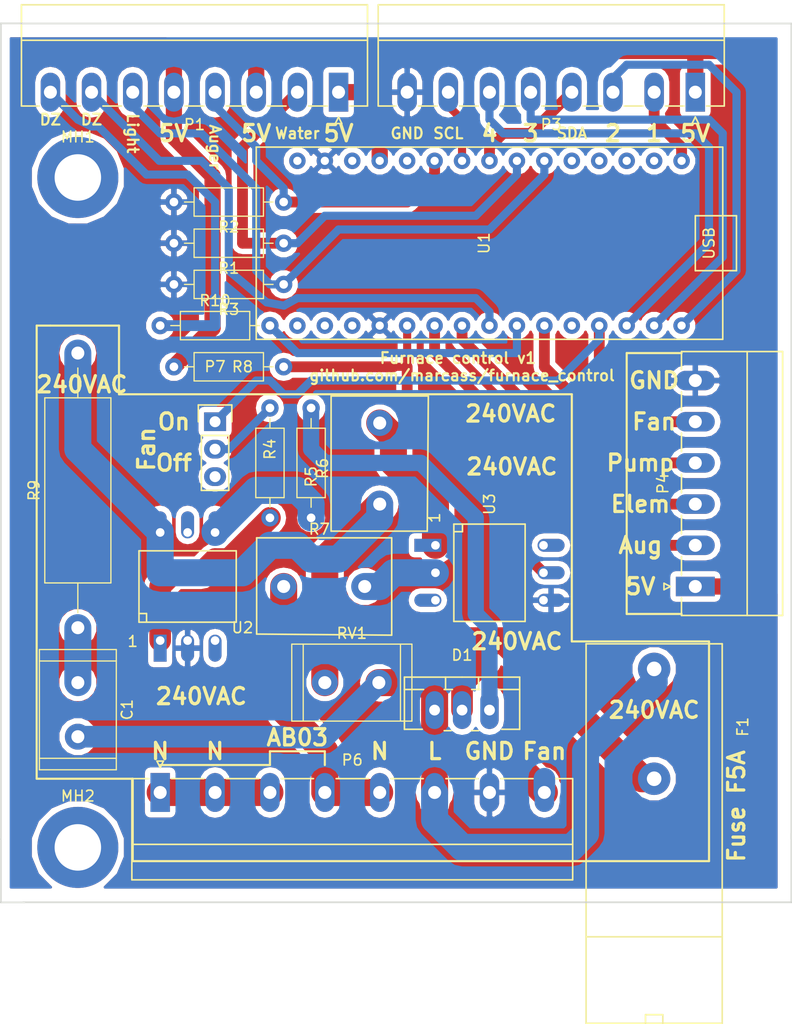
<source format=kicad_pcb>
(kicad_pcb (version 4) (host pcbnew 4.0.5+dfsg1-4)

  (general
    (links 57)
    (no_connects 0)
    (area 143.924999 54.524999 217.245001 135.975001)
    (thickness 1.6)
    (drawings 67)
    (tracks 214)
    (zones 0)
    (modules 24)
    (nets 47)
  )

  (page A4)
  (layers
    (0 F.Cu signal)
    (31 B.Cu signal hide)
    (32 B.Adhes user hide)
    (33 F.Adhes user hide)
    (34 B.Paste user hide)
    (35 F.Paste user hide)
    (36 B.SilkS user hide)
    (37 F.SilkS user)
    (38 B.Mask user hide)
    (39 F.Mask user hide)
    (40 Dwgs.User user hide)
    (41 Cmts.User user hide)
    (42 Eco1.User user hide)
    (43 Eco2.User user hide)
    (44 Edge.Cuts user)
    (45 Margin user hide)
    (46 B.CrtYd user hide)
    (47 F.CrtYd user hide)
    (48 B.Fab user hide)
    (49 F.Fab user hide)
  )

  (setup
    (last_trace_width 2)
    (user_trace_width 0.5)
    (user_trace_width 0.75)
    (user_trace_width 1)
    (user_trace_width 1.5)
    (user_trace_width 2)
    (user_trace_width 2.5)
    (trace_clearance 0.2)
    (zone_clearance 0.508)
    (zone_45_only no)
    (trace_min 0.2)
    (segment_width 0.2)
    (edge_width 0.15)
    (via_size 0.6)
    (via_drill 0.4)
    (via_min_size 0.4)
    (via_min_drill 0.3)
    (uvia_size 0.3)
    (uvia_drill 0.1)
    (uvias_allowed no)
    (uvia_min_size 0.2)
    (uvia_min_drill 0.1)
    (pcb_text_width 0.3)
    (pcb_text_size 1.5 1.5)
    (mod_edge_width 0.15)
    (mod_text_size 1 1)
    (mod_text_width 0.15)
    (pad_size 1.524 1.524)
    (pad_drill 0.762)
    (pad_to_mask_clearance 0.2)
    (aux_axis_origin 0 0)
    (visible_elements FFFFFF7F)
    (pcbplotparams
      (layerselection 0x00030_80000001)
      (usegerberextensions false)
      (excludeedgelayer true)
      (linewidth 0.100000)
      (plotframeref false)
      (viasonmask false)
      (mode 1)
      (useauxorigin false)
      (hpglpennumber 1)
      (hpglpenspeed 20)
      (hpglpendiameter 15)
      (hpglpenoverlay 2)
      (psnegative false)
      (psa4output false)
      (plotreference true)
      (plotvalue true)
      (plotinvisibletext false)
      (padsonsilk false)
      (subtractmaskfromsilk false)
      (outputformat 1)
      (mirror false)
      (drillshape 1)
      (scaleselection 1)
      (outputdirectory ""))
  )

  (net 0 "")
  (net 1 fan_out)
  (net 2 "Net-(D1-Pad3)")
  (net 3 +5V)
  (net 4 water_temp)
  (net 5 light)
  (net 6 dz_pin)
  (net 7 dz_supply)
  (net 8 SDA)
  (net 9 SCL)
  (net 10 Button_1)
  (net 11 Button_2)
  (net 12 Button_3)
  (net 13 Button_4)
  (net 14 GND)
  (net 15 element)
  (net 16 pump)
  (net 17 /N)
  (net 18 /Neutral)
  (net 19 "Net-(R4-Pad1)")
  (net 20 "Net-(R5-Pad2)")
  (net 21 "Net-(R6-Pad2)")
  (net 22 "Net-(R7-Pad2)")
  (net 23 ac_in)
  (net 24 "Net-(U1-Pad2)")
  (net 25 "Net-(U1-Pad3)")
  (net 26 "Net-(U1-Pad4)")
  (net 27 "Net-(U1-Pad11)")
  (net 28 "Net-(U1-Pad13)")
  (net 29 "Net-(U1-Pad15)")
  (net 30 "Net-(U1-Pad16)")
  (net 31 "Net-(U1-Pad17)")
  (net 32 "Net-(U1-Pad18)")
  (net 33 "Net-(U1-Pad26)")
  (net 34 "Net-(U3-Pad6)")
  (net 35 auger_temp)
  (net 36 Out_auger)
  (net 37 "Net-(MH1-Pad1)")
  (net 38 "Net-(MH2-Pad1)")
  (net 39 "Net-(P7-Pad3)")
  (net 40 "Net-(P7-Pad2)")
  (net 41 "Net-(U1-Pad5)")
  (net 42 "Net-(C1-Pad1)")
  (net 43 "Net-(C1-Pad2)")
  (net 44 "Net-(P1-Pad8)")
  (net 45 "Net-(F1-Pad1)")
  (net 46 "Net-(D1-Pad2)")

  (net_class Default "This is the default net class."
    (clearance 0.2)
    (trace_width 0.25)
    (via_dia 0.6)
    (via_drill 0.4)
    (uvia_dia 0.3)
    (uvia_drill 0.1)
    (add_net +5V)
    (add_net /N)
    (add_net /Neutral)
    (add_net Button_1)
    (add_net Button_2)
    (add_net Button_3)
    (add_net Button_4)
    (add_net GND)
    (add_net "Net-(C1-Pad1)")
    (add_net "Net-(C1-Pad2)")
    (add_net "Net-(D1-Pad2)")
    (add_net "Net-(D1-Pad3)")
    (add_net "Net-(F1-Pad1)")
    (add_net "Net-(MH1-Pad1)")
    (add_net "Net-(MH2-Pad1)")
    (add_net "Net-(P1-Pad8)")
    (add_net "Net-(P7-Pad2)")
    (add_net "Net-(P7-Pad3)")
    (add_net "Net-(R4-Pad1)")
    (add_net "Net-(R5-Pad2)")
    (add_net "Net-(R6-Pad2)")
    (add_net "Net-(R7-Pad2)")
    (add_net "Net-(U1-Pad11)")
    (add_net "Net-(U1-Pad13)")
    (add_net "Net-(U1-Pad15)")
    (add_net "Net-(U1-Pad16)")
    (add_net "Net-(U1-Pad17)")
    (add_net "Net-(U1-Pad18)")
    (add_net "Net-(U1-Pad2)")
    (add_net "Net-(U1-Pad26)")
    (add_net "Net-(U1-Pad3)")
    (add_net "Net-(U1-Pad4)")
    (add_net "Net-(U1-Pad5)")
    (add_net "Net-(U3-Pad6)")
    (add_net Out_auger)
    (add_net SCL)
    (add_net SDA)
    (add_net ac_in)
    (add_net auger_temp)
    (add_net dz_pin)
    (add_net dz_supply)
    (add_net element)
    (add_net fan_out)
    (add_net light)
    (add_net pump)
    (add_net water_temp)
  )

  (module Connectors_Phoenix:PhoenixContact_MC-G_08x5.08mm_Angled (layer F.Cu) (tedit 5797DB13) (tstamp 58A54600)
    (at 158.75 125.73)
    (descr "Generic Phoenix Contact connector footprint for series: MC-G; number of pins: 08; pin pitch: 5.08mm; Angled || order number: 1836244 8A 320V")
    (tags "phoenix_contact connector MC_01x08_G_5.08mm")
    (path /58A4C957)
    (fp_text reference P6 (at 17.78 -3) (layer F.SilkS)
      (effects (font (size 1 1) (thickness 0.15)))
    )
    (fp_text value 240_CONN_Therm_on_3_4 (at 17.78 9.5) (layer F.Fab)
      (effects (font (size 1 1) (thickness 0.15)))
    )
    (fp_line (start -2.62 -1.28) (end -2.62 8.08) (layer F.SilkS) (width 0.15))
    (fp_line (start -2.62 8.08) (end 38.18 8.08) (layer F.SilkS) (width 0.15))
    (fp_line (start 38.18 8.08) (end 38.18 -1.28) (layer F.SilkS) (width 0.15))
    (fp_line (start -2.62 -1.28) (end -1.05 -1.28) (layer F.SilkS) (width 0.15))
    (fp_line (start 38.18 -1.28) (end 36.61 -1.28) (layer F.SilkS) (width 0.15))
    (fp_line (start 1.05 -1.28) (end 4.03 -1.28) (layer F.SilkS) (width 0.15))
    (fp_line (start 6.13 -1.28) (end 9.11 -1.28) (layer F.SilkS) (width 0.15))
    (fp_line (start 11.21 -1.28) (end 14.19 -1.28) (layer F.SilkS) (width 0.15))
    (fp_line (start 16.29 -1.28) (end 19.27 -1.28) (layer F.SilkS) (width 0.15))
    (fp_line (start 21.37 -1.28) (end 24.35 -1.28) (layer F.SilkS) (width 0.15))
    (fp_line (start 26.45 -1.28) (end 29.43 -1.28) (layer F.SilkS) (width 0.15))
    (fp_line (start 31.53 -1.28) (end 34.51 -1.28) (layer F.SilkS) (width 0.15))
    (fp_line (start -2.62 4.8) (end 38.18 4.8) (layer F.SilkS) (width 0.15))
    (fp_line (start -3.1 -2.3) (end -3.1 8.5) (layer F.CrtYd) (width 0.05))
    (fp_line (start -3.1 8.5) (end 38.6 8.5) (layer F.CrtYd) (width 0.05))
    (fp_line (start 38.6 8.5) (end 38.6 -2.3) (layer F.CrtYd) (width 0.05))
    (fp_line (start 38.6 -2.3) (end -3.1 -2.3) (layer F.CrtYd) (width 0.05))
    (fp_line (start 0 -2.3) (end 0.3 -2.9) (layer F.SilkS) (width 0.15))
    (fp_line (start 0.3 -2.9) (end -0.3 -2.9) (layer F.SilkS) (width 0.15))
    (fp_line (start -0.3 -2.9) (end 0 -2.3) (layer F.SilkS) (width 0.15))
    (pad 1 thru_hole rect (at 0 0) (size 1.8 3.6) (drill 1.2) (layers *.Cu *.Mask)
      (net 17 /N))
    (pad 2 thru_hole oval (at 5.08 0) (size 1.8 3.6) (drill 1.2) (layers *.Cu *.Mask)
      (net 17 /N))
    (pad 3 thru_hole oval (at 10.16 0) (size 1.8 3.6) (drill 1.2) (layers *.Cu *.Mask)
      (net 17 /N))
    (pad 4 thru_hole oval (at 15.24 0) (size 1.8 3.6) (drill 1.2) (layers *.Cu *.Mask)
      (net 18 /Neutral))
    (pad 5 thru_hole oval (at 20.32 0) (size 1.8 3.6) (drill 1.2) (layers *.Cu *.Mask)
      (net 18 /Neutral))
    (pad 6 thru_hole oval (at 25.4 0) (size 1.8 3.6) (drill 1.2) (layers *.Cu *.Mask)
      (net 45 "Net-(F1-Pad1)"))
    (pad 7 thru_hole oval (at 30.48 0) (size 1.8 3.6) (drill 1.2) (layers *.Cu *.Mask)
      (net 14 GND))
    (pad 8 thru_hole oval (at 35.56 0) (size 1.8 3.6) (drill 1.2) (layers *.Cu *.Mask)
      (net 43 "Net-(C1-Pad2)"))
    (model Connectors_Phoenix.3dshapes/PhoenixContact_MC-G_08x5.08mm_Angled.wrl
      (at (xyz 0 0 0))
      (scale (xyz 1 1 1))
      (rotate (xyz 0 0 0))
    )
  )

  (module Resistors_THT:R_Axial_DIN0207_L6.3mm_D2.5mm_P10.16mm_Horizontal (layer F.Cu) (tedit 58A56B0C) (tstamp 58A5462C)
    (at 170.18 71.12 180)
    (descr "Resistor, Axial_DIN0207 series, Axial, Horizontal, pin pitch=10.16mm, 0.25W = 1/4W, length*diameter=6.3*2.5mm^2, http://cdn-reichelt.de/documents/datenblatt/B400/1_4W%23YAG.pdf")
    (tags "Resistor Axial_DIN0207 series Axial Horizontal pin pitch 10.16mm 0.25W = 1/4W length 6.3mm diameter 2.5mm")
    (path /58A425D2)
    (fp_text reference R2 (at 5.08 -2.31 180) (layer F.SilkS)
      (effects (font (size 1 1) (thickness 0.15)))
    )
    (fp_text value 10k (at 5.08 0 180) (layer F.Fab)
      (effects (font (size 1 1) (thickness 0.15)))
    )
    (fp_line (start 1.93 -1.25) (end 1.93 1.25) (layer F.Fab) (width 0.1))
    (fp_line (start 1.93 1.25) (end 8.23 1.25) (layer F.Fab) (width 0.1))
    (fp_line (start 8.23 1.25) (end 8.23 -1.25) (layer F.Fab) (width 0.1))
    (fp_line (start 8.23 -1.25) (end 1.93 -1.25) (layer F.Fab) (width 0.1))
    (fp_line (start 0 0) (end 1.93 0) (layer F.Fab) (width 0.1))
    (fp_line (start 10.16 0) (end 8.23 0) (layer F.Fab) (width 0.1))
    (fp_line (start 1.87 -1.31) (end 1.87 1.31) (layer F.SilkS) (width 0.12))
    (fp_line (start 1.87 1.31) (end 8.29 1.31) (layer F.SilkS) (width 0.12))
    (fp_line (start 8.29 1.31) (end 8.29 -1.31) (layer F.SilkS) (width 0.12))
    (fp_line (start 8.29 -1.31) (end 1.87 -1.31) (layer F.SilkS) (width 0.12))
    (fp_line (start 0.98 0) (end 1.87 0) (layer F.SilkS) (width 0.12))
    (fp_line (start 9.18 0) (end 8.29 0) (layer F.SilkS) (width 0.12))
    (fp_line (start -1.05 -1.6) (end -1.05 1.6) (layer F.CrtYd) (width 0.05))
    (fp_line (start -1.05 1.6) (end 11.25 1.6) (layer F.CrtYd) (width 0.05))
    (fp_line (start 11.25 1.6) (end 11.25 -1.6) (layer F.CrtYd) (width 0.05))
    (fp_line (start 11.25 -1.6) (end -1.05 -1.6) (layer F.CrtYd) (width 0.05))
    (pad 1 thru_hole circle (at 0 0 180) (size 1.6 1.6) (drill 0.8) (layers *.Cu *.Mask)
      (net 35 auger_temp))
    (pad 2 thru_hole oval (at 10.16 0 180) (size 1.6 1.6) (drill 0.8) (layers *.Cu *.Mask)
      (net 14 GND))
    (model Resistors_ThroughHole.3dshapes/R_Axial_DIN0207_L6.3mm_D2.5mm_P10.16mm_Horizontal.wrl
      (at (xyz 0 0 0))
      (scale (xyz 0.393701 0.393701 0.393701))
      (rotate (xyz 0 0 0))
    )
  )

  (module Resistors_THT:R_Axial_DIN0207_L6.3mm_D2.5mm_P10.16mm_Horizontal (layer F.Cu) (tedit 58A56AFA) (tstamp 58A54616)
    (at 170.18 74.93 180)
    (descr "Resistor, Axial_DIN0207 series, Axial, Horizontal, pin pitch=10.16mm, 0.25W = 1/4W, length*diameter=6.3*2.5mm^2, http://cdn-reichelt.de/documents/datenblatt/B400/1_4W%23YAG.pdf")
    (tags "Resistor Axial_DIN0207 series Axial Horizontal pin pitch 10.16mm 0.25W = 1/4W length 6.3mm diameter 2.5mm")
    (path /58A424A5)
    (fp_text reference R1 (at 5.08 -2.31 180) (layer F.SilkS)
      (effects (font (size 1 1) (thickness 0.15)))
    )
    (fp_text value 10k (at 5.08 0 180) (layer F.Fab)
      (effects (font (size 1 1) (thickness 0.15)))
    )
    (fp_line (start 1.93 -1.25) (end 1.93 1.25) (layer F.Fab) (width 0.1))
    (fp_line (start 1.93 1.25) (end 8.23 1.25) (layer F.Fab) (width 0.1))
    (fp_line (start 8.23 1.25) (end 8.23 -1.25) (layer F.Fab) (width 0.1))
    (fp_line (start 8.23 -1.25) (end 1.93 -1.25) (layer F.Fab) (width 0.1))
    (fp_line (start 0 0) (end 1.93 0) (layer F.Fab) (width 0.1))
    (fp_line (start 10.16 0) (end 8.23 0) (layer F.Fab) (width 0.1))
    (fp_line (start 1.87 -1.31) (end 1.87 1.31) (layer F.SilkS) (width 0.12))
    (fp_line (start 1.87 1.31) (end 8.29 1.31) (layer F.SilkS) (width 0.12))
    (fp_line (start 8.29 1.31) (end 8.29 -1.31) (layer F.SilkS) (width 0.12))
    (fp_line (start 8.29 -1.31) (end 1.87 -1.31) (layer F.SilkS) (width 0.12))
    (fp_line (start 0.98 0) (end 1.87 0) (layer F.SilkS) (width 0.12))
    (fp_line (start 9.18 0) (end 8.29 0) (layer F.SilkS) (width 0.12))
    (fp_line (start -1.05 -1.6) (end -1.05 1.6) (layer F.CrtYd) (width 0.05))
    (fp_line (start -1.05 1.6) (end 11.25 1.6) (layer F.CrtYd) (width 0.05))
    (fp_line (start 11.25 1.6) (end 11.25 -1.6) (layer F.CrtYd) (width 0.05))
    (fp_line (start 11.25 -1.6) (end -1.05 -1.6) (layer F.CrtYd) (width 0.05))
    (pad 1 thru_hole circle (at 0 0 180) (size 1.6 1.6) (drill 0.8) (layers *.Cu *.Mask)
      (net 4 water_temp))
    (pad 2 thru_hole oval (at 10.16 0 180) (size 1.6 1.6) (drill 0.8) (layers *.Cu *.Mask)
      (net 14 GND))
    (model Resistors_ThroughHole.3dshapes/R_Axial_DIN0207_L6.3mm_D2.5mm_P10.16mm_Horizontal.wrl
      (at (xyz 0 0 0))
      (scale (xyz 0.393701 0.393701 0.393701))
      (rotate (xyz 0 0 0))
    )
  )

  (module Resistors_THT:R_Axial_DIN0207_L6.3mm_D2.5mm_P10.16mm_Horizontal (layer F.Cu) (tedit 58A56AEA) (tstamp 58A54642)
    (at 170.18 78.74 180)
    (descr "Resistor, Axial_DIN0207 series, Axial, Horizontal, pin pitch=10.16mm, 0.25W = 1/4W, length*diameter=6.3*2.5mm^2, http://cdn-reichelt.de/documents/datenblatt/B400/1_4W%23YAG.pdf")
    (tags "Resistor Axial_DIN0207 series Axial Horizontal pin pitch 10.16mm 0.25W = 1/4W length 6.3mm diameter 2.5mm")
    (path /58A42698)
    (fp_text reference R3 (at 5.08 -2.31 180) (layer F.SilkS)
      (effects (font (size 1 1) (thickness 0.15)))
    )
    (fp_text value 10k (at 5.08 0 180) (layer F.Fab)
      (effects (font (size 1 1) (thickness 0.15)))
    )
    (fp_line (start 1.93 -1.25) (end 1.93 1.25) (layer F.Fab) (width 0.1))
    (fp_line (start 1.93 1.25) (end 8.23 1.25) (layer F.Fab) (width 0.1))
    (fp_line (start 8.23 1.25) (end 8.23 -1.25) (layer F.Fab) (width 0.1))
    (fp_line (start 8.23 -1.25) (end 1.93 -1.25) (layer F.Fab) (width 0.1))
    (fp_line (start 0 0) (end 1.93 0) (layer F.Fab) (width 0.1))
    (fp_line (start 10.16 0) (end 8.23 0) (layer F.Fab) (width 0.1))
    (fp_line (start 1.87 -1.31) (end 1.87 1.31) (layer F.SilkS) (width 0.12))
    (fp_line (start 1.87 1.31) (end 8.29 1.31) (layer F.SilkS) (width 0.12))
    (fp_line (start 8.29 1.31) (end 8.29 -1.31) (layer F.SilkS) (width 0.12))
    (fp_line (start 8.29 -1.31) (end 1.87 -1.31) (layer F.SilkS) (width 0.12))
    (fp_line (start 0.98 0) (end 1.87 0) (layer F.SilkS) (width 0.12))
    (fp_line (start 9.18 0) (end 8.29 0) (layer F.SilkS) (width 0.12))
    (fp_line (start -1.05 -1.6) (end -1.05 1.6) (layer F.CrtYd) (width 0.05))
    (fp_line (start -1.05 1.6) (end 11.25 1.6) (layer F.CrtYd) (width 0.05))
    (fp_line (start 11.25 1.6) (end 11.25 -1.6) (layer F.CrtYd) (width 0.05))
    (fp_line (start 11.25 -1.6) (end -1.05 -1.6) (layer F.CrtYd) (width 0.05))
    (pad 1 thru_hole circle (at 0 0 180) (size 1.6 1.6) (drill 0.8) (layers *.Cu *.Mask)
      (net 5 light))
    (pad 2 thru_hole oval (at 10.16 0 180) (size 1.6 1.6) (drill 0.8) (layers *.Cu *.Mask)
      (net 14 GND))
    (model Resistors_ThroughHole.3dshapes/R_Axial_DIN0207_L6.3mm_D2.5mm_P10.16mm_Horizontal.wrl
      (at (xyz 0 0 0))
      (scale (xyz 0.393701 0.393701 0.393701))
      (rotate (xyz 0 0 0))
    )
  )

  (module Resistors_THT:R_Axial_DIN0207_L6.3mm_D2.5mm_P10.16mm_Horizontal (layer F.Cu) (tedit 58A56AB0) (tstamp 58A546B0)
    (at 160.02 86.36)
    (descr "Resistor, Axial_DIN0207 series, Axial, Horizontal, pin pitch=10.16mm, 0.25W = 1/4W, length*diameter=6.3*2.5mm^2, http://cdn-reichelt.de/documents/datenblatt/B400/1_4W%23YAG.pdf")
    (tags "Resistor Axial_DIN0207 series Axial Horizontal pin pitch 10.16mm 0.25W = 1/4W length 6.3mm diameter 2.5mm")
    (path /58A4C49D)
    (fp_text reference R8 (at 6.35 0) (layer F.SilkS)
      (effects (font (size 1 1) (thickness 0.15)))
    )
    (fp_text value 10k (at 3.81 0) (layer F.Fab)
      (effects (font (size 1 1) (thickness 0.15)))
    )
    (fp_line (start 1.93 -1.25) (end 1.93 1.25) (layer F.Fab) (width 0.1))
    (fp_line (start 1.93 1.25) (end 8.23 1.25) (layer F.Fab) (width 0.1))
    (fp_line (start 8.23 1.25) (end 8.23 -1.25) (layer F.Fab) (width 0.1))
    (fp_line (start 8.23 -1.25) (end 1.93 -1.25) (layer F.Fab) (width 0.1))
    (fp_line (start 0 0) (end 1.93 0) (layer F.Fab) (width 0.1))
    (fp_line (start 10.16 0) (end 8.23 0) (layer F.Fab) (width 0.1))
    (fp_line (start 1.87 -1.31) (end 1.87 1.31) (layer F.SilkS) (width 0.12))
    (fp_line (start 1.87 1.31) (end 8.29 1.31) (layer F.SilkS) (width 0.12))
    (fp_line (start 8.29 1.31) (end 8.29 -1.31) (layer F.SilkS) (width 0.12))
    (fp_line (start 8.29 -1.31) (end 1.87 -1.31) (layer F.SilkS) (width 0.12))
    (fp_line (start 0.98 0) (end 1.87 0) (layer F.SilkS) (width 0.12))
    (fp_line (start 9.18 0) (end 8.29 0) (layer F.SilkS) (width 0.12))
    (fp_line (start -1.05 -1.6) (end -1.05 1.6) (layer F.CrtYd) (width 0.05))
    (fp_line (start -1.05 1.6) (end 11.25 1.6) (layer F.CrtYd) (width 0.05))
    (fp_line (start 11.25 1.6) (end 11.25 -1.6) (layer F.CrtYd) (width 0.05))
    (fp_line (start 11.25 -1.6) (end -1.05 -1.6) (layer F.CrtYd) (width 0.05))
    (pad 1 thru_hole circle (at 0 0) (size 1.6 1.6) (drill 0.8) (layers *.Cu *.Mask)
      (net 3 +5V))
    (pad 2 thru_hole oval (at 10.16 0) (size 1.6 1.6) (drill 0.8) (layers *.Cu *.Mask)
      (net 23 ac_in))
    (model Resistors_ThroughHole.3dshapes/R_Axial_DIN0207_L6.3mm_D2.5mm_P10.16mm_Horizontal.wrl
      (at (xyz 0 0 0))
      (scale (xyz 0.393701 0.393701 0.393701))
      (rotate (xyz 0 0 0))
    )
  )

  (module Resistors_THT:R_Axial_DIN0207_L6.3mm_D2.5mm_P10.16mm_Horizontal (layer F.Cu) (tedit 58A56A75) (tstamp 58A54658)
    (at 168.91 100.33 90)
    (descr "Resistor, Axial_DIN0207 series, Axial, Horizontal, pin pitch=10.16mm, 0.25W = 1/4W, length*diameter=6.3*2.5mm^2, http://cdn-reichelt.de/documents/datenblatt/B400/1_4W%23YAG.pdf")
    (tags "Resistor Axial_DIN0207 series Axial Horizontal pin pitch 10.16mm 0.25W = 1/4W length 6.3mm diameter 2.5mm")
    (path /58A438A3)
    (fp_text reference R4 (at 6.35 0 90) (layer F.SilkS)
      (effects (font (size 1 1) (thickness 0.15)))
    )
    (fp_text value 220 (at 3.81 0 90) (layer F.Fab)
      (effects (font (size 1 1) (thickness 0.15)))
    )
    (fp_line (start 1.93 -1.25) (end 1.93 1.25) (layer F.Fab) (width 0.1))
    (fp_line (start 1.93 1.25) (end 8.23 1.25) (layer F.Fab) (width 0.1))
    (fp_line (start 8.23 1.25) (end 8.23 -1.25) (layer F.Fab) (width 0.1))
    (fp_line (start 8.23 -1.25) (end 1.93 -1.25) (layer F.Fab) (width 0.1))
    (fp_line (start 0 0) (end 1.93 0) (layer F.Fab) (width 0.1))
    (fp_line (start 10.16 0) (end 8.23 0) (layer F.Fab) (width 0.1))
    (fp_line (start 1.87 -1.31) (end 1.87 1.31) (layer F.SilkS) (width 0.12))
    (fp_line (start 1.87 1.31) (end 8.29 1.31) (layer F.SilkS) (width 0.12))
    (fp_line (start 8.29 1.31) (end 8.29 -1.31) (layer F.SilkS) (width 0.12))
    (fp_line (start 8.29 -1.31) (end 1.87 -1.31) (layer F.SilkS) (width 0.12))
    (fp_line (start 0.98 0) (end 1.87 0) (layer F.SilkS) (width 0.12))
    (fp_line (start 9.18 0) (end 8.29 0) (layer F.SilkS) (width 0.12))
    (fp_line (start -1.05 -1.6) (end -1.05 1.6) (layer F.CrtYd) (width 0.05))
    (fp_line (start -1.05 1.6) (end 11.25 1.6) (layer F.CrtYd) (width 0.05))
    (fp_line (start 11.25 1.6) (end 11.25 -1.6) (layer F.CrtYd) (width 0.05))
    (fp_line (start 11.25 -1.6) (end -1.05 -1.6) (layer F.CrtYd) (width 0.05))
    (pad 1 thru_hole circle (at 0 0 90) (size 1.6 1.6) (drill 0.8) (layers *.Cu *.Mask)
      (net 19 "Net-(R4-Pad1)"))
    (pad 2 thru_hole oval (at 10.16 0 90) (size 1.6 1.6) (drill 0.8) (layers *.Cu *.Mask)
      (net 40 "Net-(P7-Pad2)"))
    (model Resistors_ThroughHole.3dshapes/R_Axial_DIN0207_L6.3mm_D2.5mm_P10.16mm_Horizontal.wrl
      (at (xyz 0 0 0))
      (scale (xyz 0.393701 0.393701 0.393701))
      (rotate (xyz 0 0 0))
    )
  )

  (module Resistors_THT:R_Axial_DIN0207_L6.3mm_D2.5mm_P10.16mm_Horizontal (layer F.Cu) (tedit 58A56A61) (tstamp 58A5466E)
    (at 172.72 90.17 270)
    (descr "Resistor, Axial_DIN0207 series, Axial, Horizontal, pin pitch=10.16mm, 0.25W = 1/4W, length*diameter=6.3*2.5mm^2, http://cdn-reichelt.de/documents/datenblatt/B400/1_4W%23YAG.pdf")
    (tags "Resistor Axial_DIN0207 series Axial Horizontal pin pitch 10.16mm 0.25W = 1/4W length 6.3mm diameter 2.5mm")
    (path /58A43ADC)
    (fp_text reference R5 (at 6.35 0 270) (layer F.SilkS)
      (effects (font (size 1 1) (thickness 0.15)))
    )
    (fp_text value 1.5k (at 3.81 0 270) (layer F.Fab)
      (effects (font (size 1 1) (thickness 0.15)))
    )
    (fp_line (start 1.93 -1.25) (end 1.93 1.25) (layer F.Fab) (width 0.1))
    (fp_line (start 1.93 1.25) (end 8.23 1.25) (layer F.Fab) (width 0.1))
    (fp_line (start 8.23 1.25) (end 8.23 -1.25) (layer F.Fab) (width 0.1))
    (fp_line (start 8.23 -1.25) (end 1.93 -1.25) (layer F.Fab) (width 0.1))
    (fp_line (start 0 0) (end 1.93 0) (layer F.Fab) (width 0.1))
    (fp_line (start 10.16 0) (end 8.23 0) (layer F.Fab) (width 0.1))
    (fp_line (start 1.87 -1.31) (end 1.87 1.31) (layer F.SilkS) (width 0.12))
    (fp_line (start 1.87 1.31) (end 8.29 1.31) (layer F.SilkS) (width 0.12))
    (fp_line (start 8.29 1.31) (end 8.29 -1.31) (layer F.SilkS) (width 0.12))
    (fp_line (start 8.29 -1.31) (end 1.87 -1.31) (layer F.SilkS) (width 0.12))
    (fp_line (start 0.98 0) (end 1.87 0) (layer F.SilkS) (width 0.12))
    (fp_line (start 9.18 0) (end 8.29 0) (layer F.SilkS) (width 0.12))
    (fp_line (start -1.05 -1.6) (end -1.05 1.6) (layer F.CrtYd) (width 0.05))
    (fp_line (start -1.05 1.6) (end 11.25 1.6) (layer F.CrtYd) (width 0.05))
    (fp_line (start 11.25 1.6) (end 11.25 -1.6) (layer F.CrtYd) (width 0.05))
    (fp_line (start 11.25 -1.6) (end -1.05 -1.6) (layer F.CrtYd) (width 0.05))
    (pad 1 thru_hole circle (at 0 0 270) (size 1.6 1.6) (drill 0.8) (layers *.Cu *.Mask)
      (net 2 "Net-(D1-Pad3)"))
    (pad 2 thru_hole oval (at 10.16 0 270) (size 1.6 1.6) (drill 0.8) (layers *.Cu *.Mask)
      (net 20 "Net-(R5-Pad2)"))
    (model Resistors_ThroughHole.3dshapes/R_Axial_DIN0207_L6.3mm_D2.5mm_P10.16mm_Horizontal.wrl
      (at (xyz 0 0 0))
      (scale (xyz 0.393701 0.393701 0.393701))
      (rotate (xyz 0 0 0))
    )
  )

  (module Opto-Devices:Optocoupler_6pin_wide_Stile-I (layer F.Cu) (tedit 58A56283) (tstamp 58A546EC)
    (at 161.29 106.68)
    (descr "Optocoupler, 6pin,  wide (10mm pin, 8mm Pad), like CNY17")
    (tags "Optocoupler 6pin  wide (10mm pin 8mm Pad) like CNY17")
    (path /58A439B7)
    (fp_text reference U2 (at 5.08 3.81) (layer F.SilkS)
      (effects (font (size 1 1) (thickness 0.15)))
    )
    (fp_text value MOC3052M (at -6.35 0 90) (layer F.Fab)
      (effects (font (size 1 1) (thickness 0.15)))
    )
    (fp_text user 1 (at -5.08 5.08) (layer F.SilkS)
      (effects (font (size 1 1) (thickness 0.15)))
    )
    (fp_line (start -4.50088 2.49936) (end -3.79984 2.49936) (layer F.SilkS) (width 0.15))
    (fp_line (start -3.79984 2.49936) (end -3.79984 3.2004) (layer F.SilkS) (width 0.15))
    (fp_line (start -4.50088 -3.29946) (end 4.50088 -3.29946) (layer F.SilkS) (width 0.15))
    (fp_line (start 4.50088 -3.29946) (end 4.50088 3.29946) (layer F.SilkS) (width 0.15))
    (fp_line (start 4.50088 3.29946) (end -4.50088 3.29946) (layer F.SilkS) (width 0.15))
    (fp_line (start -4.50088 3.29946) (end -4.50088 -3.29946) (layer F.SilkS) (width 0.15))
    (pad 1 thru_hole rect (at -2.54 5.00126) (size 1.19888 2.49936) (drill 0.8001 (offset 0 0.70104)) (layers *.Cu *.Mask)
      (net 19 "Net-(R4-Pad1)"))
    (pad 2 thru_hole oval (at 0 5.00126) (size 1.19888 2.49936) (drill 0.8001 (offset 0 0.70104)) (layers *.Cu *.Mask)
      (net 14 GND))
    (pad 3 thru_hole oval (at 2.54 5.00126) (size 1.19888 2.49936) (drill 0.8001 (offset 0 0.70104)) (layers *.Cu *.Mask))
    (pad 4 thru_hole oval (at 2.54 -4.99872) (size 1.19888 2.49936) (drill 0.8001 (offset 0 -0.70104)) (layers *.Cu *.Mask)
      (net 20 "Net-(R5-Pad2)"))
    (pad 5 thru_hole oval (at 0 -4.99872) (size 1.19888 2.49936) (drill 0.8001 (offset 0 -0.70104)) (layers *.Cu *.Mask))
    (pad 6 thru_hole oval (at -2.54 -4.99872) (size 1.19888 2.49936) (drill 0.8001 (offset 0 -0.70104)) (layers *.Cu *.Mask)
      (net 46 "Net-(D1-Pad2)"))
  )

  (module TO_SOT_Packages_THT:TO-220_Neutral123_Vertical_LargePads (layer F.Cu) (tedit 58A55F99) (tstamp 58A54584)
    (at 186.69 118.11)
    (descr "TO-220, Neutral, Vertical, Large Pads,")
    (tags "TO-220, Neutral, Vertical, Large Pads,")
    (path /58A43BE6)
    (fp_text reference D1 (at 0 -5.08) (layer F.SilkS)
      (effects (font (size 1 1) (thickness 0.15)))
    )
    (fp_text value Q6015L5 (at 0 -3.81) (layer F.Fab)
      (effects (font (size 1 1) (thickness 0.15)))
    )
    (fp_line (start 5.334 -1.905) (end 3.429 -1.905) (layer F.SilkS) (width 0.15))
    (fp_line (start 0.889 -1.905) (end 1.651 -1.905) (layer F.SilkS) (width 0.15))
    (fp_line (start -1.524 -1.905) (end -1.651 -1.905) (layer F.SilkS) (width 0.15))
    (fp_line (start -1.524 -1.905) (end -0.889 -1.905) (layer F.SilkS) (width 0.15))
    (fp_line (start -5.334 -1.905) (end -3.556 -1.905) (layer F.SilkS) (width 0.15))
    (fp_line (start -5.334 1.778) (end -3.683 1.778) (layer F.SilkS) (width 0.15))
    (fp_line (start -1.016 1.905) (end -1.651 1.905) (layer F.SilkS) (width 0.15))
    (fp_line (start 1.524 1.905) (end 0.889 1.905) (layer F.SilkS) (width 0.15))
    (fp_line (start 5.334 1.778) (end 3.683 1.778) (layer F.SilkS) (width 0.15))
    (fp_line (start -1.524 -3.048) (end -1.524 -1.905) (layer F.SilkS) (width 0.15))
    (fp_line (start 1.524 -3.048) (end 1.524 -1.905) (layer F.SilkS) (width 0.15))
    (fp_line (start 5.334 -1.905) (end 5.334 1.778) (layer F.SilkS) (width 0.15))
    (fp_line (start -5.334 1.778) (end -5.334 -1.905) (layer F.SilkS) (width 0.15))
    (fp_line (start 5.334 -3.048) (end 5.334 -1.905) (layer F.SilkS) (width 0.15))
    (fp_line (start -5.334 -1.905) (end -5.334 -3.048) (layer F.SilkS) (width 0.15))
    (fp_line (start 0 -3.048) (end -5.334 -3.048) (layer F.SilkS) (width 0.15))
    (fp_line (start 0 -3.048) (end 5.334 -3.048) (layer F.SilkS) (width 0.15))
    (pad 2 thru_hole oval (at 0 0 90) (size 3.50012 1.69926) (drill 1.00076) (layers *.Cu *.Mask)
      (net 46 "Net-(D1-Pad2)"))
    (pad 1 thru_hole oval (at -2.54 0 90) (size 3.50012 1.69926) (drill 1.00076) (layers *.Cu *.Mask)
      (net 43 "Net-(C1-Pad2)"))
    (pad 3 thru_hole oval (at 2.54 0 90) (size 3.50012 1.69926) (drill 1.00076) (layers *.Cu *.Mask)
      (net 2 "Net-(D1-Pad3)"))
    (model TO_SOT_Packages_THT.3dshapes/TO-220_Neutral123_Vertical_LargePads.wrl
      (at (xyz 0 0 0))
      (scale (xyz 0.3937 0.3937 0.3937))
      (rotate (xyz 0 0 0))
    )
  )

  (module Opto-Devices:Optocoupler_6pin_wide_Stile-I (layer F.Cu) (tedit 58A55961) (tstamp 58A546FD)
    (at 189.23 105.41 270)
    (descr "Optocoupler, 6pin,  wide (10mm pin, 8mm Pad), like CNY17")
    (tags "Optocoupler 6pin  wide (10mm pin 8mm Pad) like CNY17")
    (path /58A44698)
    (fp_text reference U3 (at -6.35 0 270) (layer F.SilkS)
      (effects (font (size 1 1) (thickness 0.15)))
    )
    (fp_text value H11AA1 (at 5.08 0 360) (layer F.Fab)
      (effects (font (size 1 1) (thickness 0.15)))
    )
    (fp_text user 1 (at -5.08 5.08 270) (layer F.SilkS)
      (effects (font (size 1 1) (thickness 0.15)))
    )
    (fp_line (start -4.50088 2.49936) (end -3.79984 2.49936) (layer F.SilkS) (width 0.15))
    (fp_line (start -3.79984 2.49936) (end -3.79984 3.2004) (layer F.SilkS) (width 0.15))
    (fp_line (start -4.50088 -3.29946) (end 4.50088 -3.29946) (layer F.SilkS) (width 0.15))
    (fp_line (start 4.50088 -3.29946) (end 4.50088 3.29946) (layer F.SilkS) (width 0.15))
    (fp_line (start 4.50088 3.29946) (end -4.50088 3.29946) (layer F.SilkS) (width 0.15))
    (fp_line (start -4.50088 3.29946) (end -4.50088 -3.29946) (layer F.SilkS) (width 0.15))
    (pad 1 thru_hole rect (at -2.54 5.00126 270) (size 1.19888 2.49936) (drill 0.8001 (offset 0 0.70104)) (layers *.Cu *.Mask)
      (net 21 "Net-(R6-Pad2)"))
    (pad 2 thru_hole oval (at 0 5.00126 270) (size 1.19888 2.49936) (drill 0.8001 (offset 0 0.70104)) (layers *.Cu *.Mask)
      (net 22 "Net-(R7-Pad2)"))
    (pad 3 thru_hole oval (at 2.54 5.00126 270) (size 1.19888 2.49936) (drill 0.8001 (offset 0 0.70104)) (layers *.Cu *.Mask))
    (pad 4 thru_hole oval (at 2.54 -4.99872 270) (size 1.19888 2.49936) (drill 0.8001 (offset 0 -0.70104)) (layers *.Cu *.Mask)
      (net 14 GND))
    (pad 5 thru_hole oval (at 0 -4.99872 270) (size 1.19888 2.49936) (drill 0.8001 (offset 0 -0.70104)) (layers *.Cu *.Mask)
      (net 23 ac_in))
    (pad 6 thru_hole oval (at -2.54 -4.99872 270) (size 1.19888 2.49936) (drill 0.8001 (offset 0 -0.70104)) (layers *.Cu *.Mask)
      (net 34 "Net-(U3-Pad6)"))
  )

  (module Connectors_Phoenix:PhoenixContact_MC-G_08x3.81mm_Angled (layer F.Cu) (tedit 5797DB13) (tstamp 58A545A4)
    (at 175.26 60.96 180)
    (descr "Generic Phoenix Contact connector footprint for series: MC-G; number of pins: 08; pin pitch: 3.81mm; Angled || order number: 1803332 8A 160V")
    (tags "phoenix_contact connector MC_01x08_G_3.81mm")
    (path /58A4F40C)
    (fp_text reference P1 (at 13.335 -3 180) (layer F.SilkS)
      (effects (font (size 1 1) (thickness 0.15)))
    )
    (fp_text value CONN_01X08 (at 13.335 9.5 180) (layer F.Fab)
      (effects (font (size 1 1) (thickness 0.15)))
    )
    (fp_line (start -2.68 -1.28) (end -2.68 8.08) (layer F.SilkS) (width 0.15))
    (fp_line (start -2.68 8.08) (end 29.35 8.08) (layer F.SilkS) (width 0.15))
    (fp_line (start 29.35 8.08) (end 29.35 -1.28) (layer F.SilkS) (width 0.15))
    (fp_line (start -2.68 -1.28) (end -1.05 -1.28) (layer F.SilkS) (width 0.15))
    (fp_line (start 29.35 -1.28) (end 27.72 -1.28) (layer F.SilkS) (width 0.15))
    (fp_line (start 1.05 -1.28) (end 2.76 -1.28) (layer F.SilkS) (width 0.15))
    (fp_line (start 4.86 -1.28) (end 6.57 -1.28) (layer F.SilkS) (width 0.15))
    (fp_line (start 8.67 -1.28) (end 10.38 -1.28) (layer F.SilkS) (width 0.15))
    (fp_line (start 12.48 -1.28) (end 14.19 -1.28) (layer F.SilkS) (width 0.15))
    (fp_line (start 16.29 -1.28) (end 18 -1.28) (layer F.SilkS) (width 0.15))
    (fp_line (start 20.1 -1.28) (end 21.81 -1.28) (layer F.SilkS) (width 0.15))
    (fp_line (start 23.91 -1.28) (end 25.62 -1.28) (layer F.SilkS) (width 0.15))
    (fp_line (start -2.68 4.8) (end 29.35 4.8) (layer F.SilkS) (width 0.15))
    (fp_line (start -3.2 -2.3) (end -3.2 8.5) (layer F.CrtYd) (width 0.05))
    (fp_line (start -3.2 8.5) (end 29.75 8.5) (layer F.CrtYd) (width 0.05))
    (fp_line (start 29.75 8.5) (end 29.75 -2.3) (layer F.CrtYd) (width 0.05))
    (fp_line (start 29.75 -2.3) (end -3.2 -2.3) (layer F.CrtYd) (width 0.05))
    (fp_line (start 0 -2.3) (end 0.3 -2.9) (layer F.SilkS) (width 0.15))
    (fp_line (start 0.3 -2.9) (end -0.3 -2.9) (layer F.SilkS) (width 0.15))
    (fp_line (start -0.3 -2.9) (end 0 -2.3) (layer F.SilkS) (width 0.15))
    (pad 1 thru_hole rect (at 0 0 180) (size 1.8 3.6) (drill 1.2) (layers *.Cu *.Mask)
      (net 3 +5V))
    (pad 2 thru_hole oval (at 3.81 0 180) (size 1.8 3.6) (drill 1.2) (layers *.Cu *.Mask)
      (net 4 water_temp))
    (pad 3 thru_hole oval (at 7.62 0 180) (size 1.8 3.6) (drill 1.2) (layers *.Cu *.Mask)
      (net 3 +5V))
    (pad 4 thru_hole oval (at 11.43 0 180) (size 1.8 3.6) (drill 1.2) (layers *.Cu *.Mask)
      (net 35 auger_temp))
    (pad 5 thru_hole oval (at 15.24 0 180) (size 1.8 3.6) (drill 1.2) (layers *.Cu *.Mask)
      (net 3 +5V))
    (pad 6 thru_hole oval (at 19.05 0 180) (size 1.8 3.6) (drill 1.2) (layers *.Cu *.Mask)
      (net 5 light))
    (pad 7 thru_hole oval (at 22.86 0 180) (size 1.8 3.6) (drill 1.2) (layers *.Cu *.Mask)
      (net 6 dz_pin))
    (pad 8 thru_hole oval (at 26.67 0 180) (size 1.8 3.6) (drill 1.2) (layers *.Cu *.Mask)
      (net 44 "Net-(P1-Pad8)"))
    (model Connectors_Phoenix.3dshapes/PhoenixContact_MC-G_08x3.81mm_Angled.wrl
      (at (xyz 0 0 0))
      (scale (xyz 1 1 1))
      (rotate (xyz 0 0 0))
    )
  )

  (module Connectors_Phoenix:PhoenixContact_MC-G_08x3.81mm_Angled (layer F.Cu) (tedit 5797DB13) (tstamp 58A545C4)
    (at 208.28 60.96 180)
    (descr "Generic Phoenix Contact connector footprint for series: MC-G; number of pins: 08; pin pitch: 3.81mm; Angled || order number: 1803332 8A 160V")
    (tags "phoenix_contact connector MC_01x08_G_3.81mm")
    (path /58A4BFF2)
    (fp_text reference P3 (at 13.335 -3 180) (layer F.SilkS)
      (effects (font (size 1 1) (thickness 0.15)))
    )
    (fp_text value LCD_Button (at 13.335 9.5 180) (layer F.Fab)
      (effects (font (size 1 1) (thickness 0.15)))
    )
    (fp_line (start -2.68 -1.28) (end -2.68 8.08) (layer F.SilkS) (width 0.15))
    (fp_line (start -2.68 8.08) (end 29.35 8.08) (layer F.SilkS) (width 0.15))
    (fp_line (start 29.35 8.08) (end 29.35 -1.28) (layer F.SilkS) (width 0.15))
    (fp_line (start -2.68 -1.28) (end -1.05 -1.28) (layer F.SilkS) (width 0.15))
    (fp_line (start 29.35 -1.28) (end 27.72 -1.28) (layer F.SilkS) (width 0.15))
    (fp_line (start 1.05 -1.28) (end 2.76 -1.28) (layer F.SilkS) (width 0.15))
    (fp_line (start 4.86 -1.28) (end 6.57 -1.28) (layer F.SilkS) (width 0.15))
    (fp_line (start 8.67 -1.28) (end 10.38 -1.28) (layer F.SilkS) (width 0.15))
    (fp_line (start 12.48 -1.28) (end 14.19 -1.28) (layer F.SilkS) (width 0.15))
    (fp_line (start 16.29 -1.28) (end 18 -1.28) (layer F.SilkS) (width 0.15))
    (fp_line (start 20.1 -1.28) (end 21.81 -1.28) (layer F.SilkS) (width 0.15))
    (fp_line (start 23.91 -1.28) (end 25.62 -1.28) (layer F.SilkS) (width 0.15))
    (fp_line (start -2.68 4.8) (end 29.35 4.8) (layer F.SilkS) (width 0.15))
    (fp_line (start -3.2 -2.3) (end -3.2 8.5) (layer F.CrtYd) (width 0.05))
    (fp_line (start -3.2 8.5) (end 29.75 8.5) (layer F.CrtYd) (width 0.05))
    (fp_line (start 29.75 8.5) (end 29.75 -2.3) (layer F.CrtYd) (width 0.05))
    (fp_line (start 29.75 -2.3) (end -3.2 -2.3) (layer F.CrtYd) (width 0.05))
    (fp_line (start 0 -2.3) (end 0.3 -2.9) (layer F.SilkS) (width 0.15))
    (fp_line (start 0.3 -2.9) (end -0.3 -2.9) (layer F.SilkS) (width 0.15))
    (fp_line (start -0.3 -2.9) (end 0 -2.3) (layer F.SilkS) (width 0.15))
    (pad 1 thru_hole rect (at 0 0 180) (size 1.8 3.6) (drill 1.2) (layers *.Cu *.Mask)
      (net 3 +5V))
    (pad 2 thru_hole oval (at 3.81 0 180) (size 1.8 3.6) (drill 1.2) (layers *.Cu *.Mask)
      (net 10 Button_1))
    (pad 3 thru_hole oval (at 7.62 0 180) (size 1.8 3.6) (drill 1.2) (layers *.Cu *.Mask)
      (net 11 Button_2))
    (pad 4 thru_hole oval (at 11.43 0 180) (size 1.8 3.6) (drill 1.2) (layers *.Cu *.Mask)
      (net 8 SDA))
    (pad 5 thru_hole oval (at 15.24 0 180) (size 1.8 3.6) (drill 1.2) (layers *.Cu *.Mask)
      (net 12 Button_3))
    (pad 6 thru_hole oval (at 19.05 0 180) (size 1.8 3.6) (drill 1.2) (layers *.Cu *.Mask)
      (net 13 Button_4))
    (pad 7 thru_hole oval (at 22.86 0 180) (size 1.8 3.6) (drill 1.2) (layers *.Cu *.Mask)
      (net 9 SCL))
    (pad 8 thru_hole oval (at 26.67 0 180) (size 1.8 3.6) (drill 1.2) (layers *.Cu *.Mask)
      (net 14 GND))
    (model Connectors_Phoenix.3dshapes/PhoenixContact_MC-G_08x3.81mm_Angled.wrl
      (at (xyz 0 0 0))
      (scale (xyz 1 1 1))
      (rotate (xyz 0 0 0))
    )
  )

  (module Connectors_Phoenix:PhoenixContact_MC-G_06x3.81mm_Angled (layer F.Cu) (tedit 5797DB13) (tstamp 58A545E0)
    (at 208.28 106.68 90)
    (descr "Generic Phoenix Contact connector footprint for series: MC-G; number of pins: 06; pin pitch: 3.81mm; Angled || order number: 1803316 8A 160V")
    (tags "phoenix_contact connector MC_01x06_G_3.81mm")
    (path /58A43E71)
    (fp_text reference P4 (at 9.525 -3 90) (layer F.SilkS)
      (effects (font (size 1 1) (thickness 0.15)))
    )
    (fp_text value CONN_01X06 (at 9.525 9.5 90) (layer F.Fab)
      (effects (font (size 1 1) (thickness 0.15)))
    )
    (fp_line (start -2.68 -1.28) (end -2.68 8.08) (layer F.SilkS) (width 0.15))
    (fp_line (start -2.68 8.08) (end 21.73 8.08) (layer F.SilkS) (width 0.15))
    (fp_line (start 21.73 8.08) (end 21.73 -1.28) (layer F.SilkS) (width 0.15))
    (fp_line (start -2.68 -1.28) (end -1.05 -1.28) (layer F.SilkS) (width 0.15))
    (fp_line (start 21.73 -1.28) (end 20.1 -1.28) (layer F.SilkS) (width 0.15))
    (fp_line (start 1.05 -1.28) (end 2.76 -1.28) (layer F.SilkS) (width 0.15))
    (fp_line (start 4.86 -1.28) (end 6.57 -1.28) (layer F.SilkS) (width 0.15))
    (fp_line (start 8.67 -1.28) (end 10.38 -1.28) (layer F.SilkS) (width 0.15))
    (fp_line (start 12.48 -1.28) (end 14.19 -1.28) (layer F.SilkS) (width 0.15))
    (fp_line (start 16.29 -1.28) (end 18 -1.28) (layer F.SilkS) (width 0.15))
    (fp_line (start -2.68 4.8) (end 21.73 4.8) (layer F.SilkS) (width 0.15))
    (fp_line (start -3.2 -2.3) (end -3.2 8.5) (layer F.CrtYd) (width 0.05))
    (fp_line (start -3.2 8.5) (end 22.15 8.5) (layer F.CrtYd) (width 0.05))
    (fp_line (start 22.15 8.5) (end 22.15 -2.3) (layer F.CrtYd) (width 0.05))
    (fp_line (start 22.15 -2.3) (end -3.2 -2.3) (layer F.CrtYd) (width 0.05))
    (fp_line (start 0 -2.3) (end 0.3 -2.9) (layer F.SilkS) (width 0.15))
    (fp_line (start 0.3 -2.9) (end -0.3 -2.9) (layer F.SilkS) (width 0.15))
    (fp_line (start -0.3 -2.9) (end 0 -2.3) (layer F.SilkS) (width 0.15))
    (pad 1 thru_hole rect (at 0 0 90) (size 1.8 3.6) (drill 1.2) (layers *.Cu *.Mask)
      (net 3 +5V))
    (pad 2 thru_hole oval (at 3.81 0 90) (size 1.8 3.6) (drill 1.2) (layers *.Cu *.Mask)
      (net 36 Out_auger))
    (pad 3 thru_hole oval (at 7.62 0 90) (size 1.8 3.6) (drill 1.2) (layers *.Cu *.Mask)
      (net 15 element))
    (pad 4 thru_hole oval (at 11.43 0 90) (size 1.8 3.6) (drill 1.2) (layers *.Cu *.Mask)
      (net 16 pump))
    (pad 5 thru_hole oval (at 15.24 0 90) (size 1.8 3.6) (drill 1.2) (layers *.Cu *.Mask)
      (net 1 fan_out))
    (pad 6 thru_hole oval (at 19.05 0 90) (size 1.8 3.6) (drill 1.2) (layers *.Cu *.Mask)
      (net 14 GND))
    (model Connectors_Phoenix.3dshapes/PhoenixContact_MC-G_06x3.81mm_Angled.wrl
      (at (xyz 0 0 0))
      (scale (xyz 1 1 1))
      (rotate (xyz 0 0 0))
    )
  )

  (module arduino_nano:ArduinoNano (layer F.Cu) (tedit 580B26E4) (tstamp 58A546DB)
    (at 189.23 74.93 270)
    (path /58A421C5)
    (fp_text reference U1 (at 0 0.5 270) (layer F.SilkS)
      (effects (font (size 1 1) (thickness 0.15)))
    )
    (fp_text value arduino_nano (at 0 11.43 270) (layer F.Fab)
      (effects (font (size 1 1) (thickness 0.15)))
    )
    (fp_text user USB (at 0 -20.32 270) (layer F.SilkS)
      (effects (font (size 1 1) (thickness 0.15)))
    )
    (fp_line (start -2.54 -22.86) (end -2.54 -19.05) (layer F.SilkS) (width 0.15))
    (fp_line (start -2.54 -19.05) (end 2.54 -19.05) (layer F.SilkS) (width 0.15))
    (fp_line (start 2.54 -19.05) (end 2.54 -22.86) (layer F.SilkS) (width 0.15))
    (fp_line (start 2.54 -22.86) (end -2.54 -22.86) (layer F.SilkS) (width 0.15))
    (fp_line (start -8.89 21.59) (end 8.89 21.59) (layer F.SilkS) (width 0.15))
    (fp_line (start 8.89 21.59) (end 8.89 -21.59) (layer F.SilkS) (width 0.15))
    (fp_line (start 8.89 -21.59) (end -8.89 -21.59) (layer F.SilkS) (width 0.15))
    (fp_line (start -8.89 -21.59) (end -8.89 21.59) (layer F.SilkS) (width 0.15))
    (pad 1 thru_hole circle (at -7.62 -17.78 270) (size 1.524 1.524) (drill 0.762) (layers *.Cu *.Mask)
      (net 10 Button_1))
    (pad 2 thru_hole circle (at -7.62 -15.24 270) (size 1.524 1.524) (drill 0.762) (layers *.Cu *.Mask)
      (net 24 "Net-(U1-Pad2)"))
    (pad 3 thru_hole circle (at -7.62 -12.7 270) (size 1.524 1.524) (drill 0.762) (layers *.Cu *.Mask)
      (net 25 "Net-(U1-Pad3)"))
    (pad 4 thru_hole circle (at -7.62 -10.16 270) (size 1.524 1.524) (drill 0.762) (layers *.Cu *.Mask)
      (net 26 "Net-(U1-Pad4)"))
    (pad 5 thru_hole circle (at -7.62 -7.62 270) (size 1.524 1.524) (drill 0.762) (layers *.Cu *.Mask)
      (net 41 "Net-(U1-Pad5)"))
    (pad 6 thru_hole circle (at -7.62 -5.08 270) (size 1.524 1.524) (drill 0.762) (layers *.Cu *.Mask)
      (net 5 light))
    (pad 7 thru_hole circle (at -7.62 -2.54 270) (size 1.524 1.524) (drill 0.762) (layers *.Cu *.Mask)
      (net 4 water_temp))
    (pad 8 thru_hole circle (at -7.62 0 270) (size 1.524 1.524) (drill 0.762) (layers *.Cu *.Mask)
      (net 8 SDA))
    (pad 9 thru_hole circle (at -7.62 2.54 270) (size 1.524 1.524) (drill 0.762) (layers *.Cu *.Mask)
      (net 9 SCL))
    (pad 10 thru_hole circle (at -7.62 5.08 270) (size 1.524 1.524) (drill 0.762) (layers *.Cu *.Mask)
      (net 35 auger_temp))
    (pad 11 thru_hole circle (at -7.62 7.62 270) (size 1.524 1.524) (drill 0.762) (layers *.Cu *.Mask)
      (net 27 "Net-(U1-Pad11)"))
    (pad 12 thru_hole circle (at -7.62 10.16 270) (size 1.524 1.524) (drill 0.762) (layers *.Cu *.Mask)
      (net 3 +5V))
    (pad 13 thru_hole circle (at -7.62 12.7 270) (size 1.524 1.524) (drill 0.762) (layers *.Cu *.Mask)
      (net 28 "Net-(U1-Pad13)"))
    (pad 14 thru_hole circle (at -7.62 15.24 270) (size 1.524 1.524) (drill 0.762) (layers *.Cu *.Mask)
      (net 14 GND))
    (pad 15 thru_hole circle (at -7.62 17.78 270) (size 1.524 1.524) (drill 0.762) (layers *.Cu *.Mask)
      (net 29 "Net-(U1-Pad15)"))
    (pad 16 thru_hole circle (at 7.62 17.78 270) (size 1.524 1.524) (drill 0.762) (layers *.Cu *.Mask)
      (net 30 "Net-(U1-Pad16)"))
    (pad 17 thru_hole circle (at 7.62 15.24 270) (size 1.524 1.524) (drill 0.762) (layers *.Cu *.Mask)
      (net 31 "Net-(U1-Pad17)"))
    (pad 18 thru_hole circle (at 7.62 12.7 270) (size 1.524 1.524) (drill 0.762) (layers *.Cu *.Mask)
      (net 32 "Net-(U1-Pad18)"))
    (pad 19 thru_hole circle (at 7.62 10.16 270) (size 1.524 1.524) (drill 0.762) (layers *.Cu *.Mask)
      (net 14 GND))
    (pad 20 thru_hole circle (at 7.62 7.62 270) (size 1.524 1.524) (drill 0.762) (layers *.Cu *.Mask)
      (net 23 ac_in))
    (pad 21 thru_hole circle (at 7.62 5.08 270) (size 1.524 1.524) (drill 0.762) (layers *.Cu *.Mask)
      (net 36 Out_auger))
    (pad 22 thru_hole circle (at 7.62 2.54 270) (size 1.524 1.524) (drill 0.762) (layers *.Cu *.Mask)
      (net 15 element))
    (pad 23 thru_hole circle (at 7.62 0 270) (size 1.524 1.524) (drill 0.762) (layers *.Cu *.Mask)
      (net 6 dz_pin))
    (pad 24 thru_hole circle (at 7.62 -2.54 270) (size 1.524 1.524) (drill 0.762) (layers *.Cu *.Mask)
      (net 7 dz_supply))
    (pad 25 thru_hole circle (at 7.62 -5.08 270) (size 1.524 1.524) (drill 0.762) (layers *.Cu *.Mask)
      (net 16 pump))
    (pad 26 thru_hole circle (at 7.62 -7.62 270) (size 1.524 1.524) (drill 0.762) (layers *.Cu *.Mask)
      (net 33 "Net-(U1-Pad26)"))
    (pad 27 thru_hole circle (at 7.62 -10.16 270) (size 1.524 1.524) (drill 0.762) (layers *.Cu *.Mask)
      (net 1 fan_out))
    (pad 28 thru_hole circle (at 7.62 -12.7 270) (size 1.524 1.524) (drill 0.762) (layers *.Cu *.Mask)
      (net 13 Button_4))
    (pad 29 thru_hole circle (at 7.62 -15.24 270) (size 1.524 1.524) (drill 0.762) (layers *.Cu *.Mask)
      (net 12 Button_3))
    (pad 30 thru_hole circle (at 7.62 -17.78 270) (size 1.524 1.524) (drill 0.762) (layers *.Cu *.Mask)
      (net 11 Button_2))
  )

  (module Mounting_Holes:MountingHole_4.3mm_M4_DIN965_Pad (layer F.Cu) (tedit 56D1B4CB) (tstamp 58A5651B)
    (at 151.13 130.81)
    (descr "Mounting Hole 4.3mm, M4, DIN965")
    (tags "mounting hole 4.3mm m4 din965")
    (path /58A536C4)
    (fp_text reference MH2 (at 0 -4.75) (layer F.SilkS)
      (effects (font (size 1 1) (thickness 0.15)))
    )
    (fp_text value Mounting_hole (at 0 4.75) (layer F.Fab)
      (effects (font (size 1 1) (thickness 0.15)))
    )
    (fp_circle (center 0 0) (end 3.75 0) (layer Cmts.User) (width 0.15))
    (fp_circle (center 0 0) (end 4 0) (layer F.CrtYd) (width 0.05))
    (pad 1 thru_hole circle (at 0 0) (size 7.5 7.5) (drill 4.3) (layers *.Cu *.Mask)
      (net 38 "Net-(MH2-Pad1)"))
  )

  (module Mounting_Holes:MountingHole_4.3mm_M4_DIN965_Pad (layer F.Cu) (tedit 56D1B4CB) (tstamp 58A56630)
    (at 151.13 69.85)
    (descr "Mounting Hole 4.3mm, M4, DIN965")
    (tags "mounting hole 4.3mm m4 din965")
    (path /58A5362D)
    (fp_text reference MH1 (at 0 -4.75) (layer F.SilkS)
      (effects (font (size 1 1) (thickness 0.15)))
    )
    (fp_text value Mounting_hole (at 0 4.75) (layer F.Fab)
      (effects (font (size 1 1) (thickness 0.15)))
    )
    (fp_circle (center 0 0) (end 3.75 0) (layer Cmts.User) (width 0.15))
    (fp_circle (center 0 0) (end 4 0) (layer F.CrtYd) (width 0.05))
    (pad 1 thru_hole circle (at 0 -1) (size 7.5 7.5) (drill 4.3) (layers *.Cu *.Mask)
      (net 37 "Net-(MH1-Pad1)"))
  )

  (module Pin_Headers:Pin_Header_Straight_1x03 (layer F.Cu) (tedit 0) (tstamp 58A5D4F5)
    (at 163.83 91.44)
    (descr "Through hole pin header")
    (tags "pin header")
    (path /58A558C9)
    (fp_text reference P7 (at 0 -5.1) (layer F.SilkS)
      (effects (font (size 1 1) (thickness 0.15)))
    )
    (fp_text value Jumper (at 0 -3.1) (layer F.Fab)
      (effects (font (size 1 1) (thickness 0.15)))
    )
    (fp_line (start -1.75 -1.75) (end -1.75 6.85) (layer F.CrtYd) (width 0.05))
    (fp_line (start 1.75 -1.75) (end 1.75 6.85) (layer F.CrtYd) (width 0.05))
    (fp_line (start -1.75 -1.75) (end 1.75 -1.75) (layer F.CrtYd) (width 0.05))
    (fp_line (start -1.75 6.85) (end 1.75 6.85) (layer F.CrtYd) (width 0.05))
    (fp_line (start -1.27 1.27) (end -1.27 6.35) (layer F.SilkS) (width 0.15))
    (fp_line (start -1.27 6.35) (end 1.27 6.35) (layer F.SilkS) (width 0.15))
    (fp_line (start 1.27 6.35) (end 1.27 1.27) (layer F.SilkS) (width 0.15))
    (fp_line (start 1.55 -1.55) (end 1.55 0) (layer F.SilkS) (width 0.15))
    (fp_line (start 1.27 1.27) (end -1.27 1.27) (layer F.SilkS) (width 0.15))
    (fp_line (start -1.55 0) (end -1.55 -1.55) (layer F.SilkS) (width 0.15))
    (fp_line (start -1.55 -1.55) (end 1.55 -1.55) (layer F.SilkS) (width 0.15))
    (pad 1 thru_hole rect (at 0 0) (size 2.032 1.7272) (drill 1.016) (layers *.Cu *.Mask)
      (net 1 fan_out))
    (pad 2 thru_hole oval (at 0 2.54) (size 2.032 1.7272) (drill 1.016) (layers *.Cu *.Mask)
      (net 40 "Net-(P7-Pad2)"))
    (pad 3 thru_hole oval (at 0 5.08) (size 2.032 1.7272) (drill 1.016) (layers *.Cu *.Mask)
      (net 39 "Net-(P7-Pad3)"))
    (model Pin_Headers.3dshapes/Pin_Header_Straight_1x03.wrl
      (at (xyz 0 -0.1 0))
      (scale (xyz 1 1 1))
      (rotate (xyz 0 0 90))
    )
  )

  (module Resistors_THT:R_Radial_Power_L11.0mm_W7.0mm_P5.00mm (layer F.Cu) (tedit 5874F707) (tstamp 58A67D79)
    (at 151.13 115.57 270)
    (descr "Resistor, Radial_Power series, Radial, pin pitch=5.00mm, 2W, length*width=11*7mm^2, http://www.vishay.com/docs/30218/cpcx.pdf")
    (tags "Resistor Radial_Power series Radial pin pitch 5.00mm 2W length 11mm width 7mm")
    (path /58A6089C)
    (fp_text reference C1 (at 2.5 -4.56 270) (layer F.SilkS)
      (effects (font (size 1 1) (thickness 0.15)))
    )
    (fp_text value 0.01muF (at 2.5 4.56 270) (layer F.Fab)
      (effects (font (size 1 1) (thickness 0.15)))
    )
    (fp_line (start -3 -3.5) (end -3 3.5) (layer F.Fab) (width 0.1))
    (fp_line (start -3 3.5) (end 8 3.5) (layer F.Fab) (width 0.1))
    (fp_line (start 8 3.5) (end 8 -3.5) (layer F.Fab) (width 0.1))
    (fp_line (start 8 -3.5) (end -3 -3.5) (layer F.Fab) (width 0.1))
    (fp_line (start -2 -3.5) (end -2 3.5) (layer F.Fab) (width 0.1))
    (fp_line (start 7 -3.5) (end 7 3.5) (layer F.Fab) (width 0.1))
    (fp_line (start -3.06 -3.56) (end 8.06 -3.56) (layer F.SilkS) (width 0.12))
    (fp_line (start -3.06 3.56) (end 8.06 3.56) (layer F.SilkS) (width 0.12))
    (fp_line (start -3.06 -3.56) (end -3.06 3.56) (layer F.SilkS) (width 0.12))
    (fp_line (start 8.06 -3.56) (end 8.06 3.56) (layer F.SilkS) (width 0.12))
    (fp_line (start -2 -3.56) (end -2 3.56) (layer F.SilkS) (width 0.12))
    (fp_line (start 7 -3.56) (end 7 3.56) (layer F.SilkS) (width 0.12))
    (fp_line (start -3.35 -3.85) (end -3.35 3.85) (layer F.CrtYd) (width 0.05))
    (fp_line (start -3.35 3.85) (end 8.35 3.85) (layer F.CrtYd) (width 0.05))
    (fp_line (start 8.35 3.85) (end 8.35 -3.85) (layer F.CrtYd) (width 0.05))
    (fp_line (start 8.35 -3.85) (end -3.35 -3.85) (layer F.CrtYd) (width 0.05))
    (pad 1 thru_hole circle (at 0 0 270) (size 2.4 2.4) (drill 1.2) (layers *.Cu *.Mask)
      (net 42 "Net-(C1-Pad1)"))
    (pad 2 thru_hole circle (at 5 0 270) (size 2.4 2.4) (drill 1.2) (layers *.Cu *.Mask)
      (net 43 "Net-(C1-Pad2)"))
    (model Resistors_ThroughHole.3dshapes/R_Radial_Power_L11.0mm_W7.0mm_P5.00mm.wrl
      (at (xyz 0 0 0))
      (scale (xyz 0.393701 0.393701 0.393701))
      (rotate (xyz 0 0 0))
    )
  )

  (module Resistors_THT:R_Axial_DIN0617_L17.0mm_D6.0mm_P25.40mm_Horizontal (layer F.Cu) (tedit 5874F706) (tstamp 58A67D8F)
    (at 151.13 110.49 90)
    (descr "Resistor, Axial_DIN0617 series, Axial, Horizontal, pin pitch=25.4mm, 2W, length*diameter=17*6mm^2, http://www.vishay.com/docs/20128/wkxwrx.pdf")
    (tags "Resistor Axial_DIN0617 series Axial Horizontal pin pitch 25.4mm 2W length 17mm diameter 6mm")
    (path /58A606EF)
    (fp_text reference R9 (at 12.7 -4.06 90) (layer F.SilkS)
      (effects (font (size 1 1) (thickness 0.15)))
    )
    (fp_text value 33 (at 12.7 4.06 90) (layer F.Fab)
      (effects (font (size 1 1) (thickness 0.15)))
    )
    (fp_line (start 4.2 -3) (end 4.2 3) (layer F.Fab) (width 0.1))
    (fp_line (start 4.2 3) (end 21.2 3) (layer F.Fab) (width 0.1))
    (fp_line (start 21.2 3) (end 21.2 -3) (layer F.Fab) (width 0.1))
    (fp_line (start 21.2 -3) (end 4.2 -3) (layer F.Fab) (width 0.1))
    (fp_line (start 0 0) (end 4.2 0) (layer F.Fab) (width 0.1))
    (fp_line (start 25.4 0) (end 21.2 0) (layer F.Fab) (width 0.1))
    (fp_line (start 4.14 -3.06) (end 4.14 3.06) (layer F.SilkS) (width 0.12))
    (fp_line (start 4.14 3.06) (end 21.26 3.06) (layer F.SilkS) (width 0.12))
    (fp_line (start 21.26 3.06) (end 21.26 -3.06) (layer F.SilkS) (width 0.12))
    (fp_line (start 21.26 -3.06) (end 4.14 -3.06) (layer F.SilkS) (width 0.12))
    (fp_line (start 1.38 0) (end 4.14 0) (layer F.SilkS) (width 0.12))
    (fp_line (start 24.02 0) (end 21.26 0) (layer F.SilkS) (width 0.12))
    (fp_line (start -1.45 -3.35) (end -1.45 3.35) (layer F.CrtYd) (width 0.05))
    (fp_line (start -1.45 3.35) (end 26.85 3.35) (layer F.CrtYd) (width 0.05))
    (fp_line (start 26.85 3.35) (end 26.85 -3.35) (layer F.CrtYd) (width 0.05))
    (fp_line (start 26.85 -3.35) (end -1.45 -3.35) (layer F.CrtYd) (width 0.05))
    (pad 1 thru_hole circle (at 0 0 90) (size 2.4 2.4) (drill 1.2) (layers *.Cu *.Mask)
      (net 42 "Net-(C1-Pad1)"))
    (pad 2 thru_hole oval (at 25.4 0 90) (size 2.4 2.4) (drill 1.2) (layers *.Cu *.Mask)
      (net 46 "Net-(D1-Pad2)"))
    (model Resistors_ThroughHole.3dshapes/R_Axial_DIN0617_L17.0mm_D6.0mm_P25.40mm_Horizontal.wrl
      (at (xyz 0 0 0))
      (scale (xyz 0.393701 0.393701 0.393701))
      (rotate (xyz 0 0 0))
    )
  )

  (module Resistors_THT:R_Axial_DIN0207_L6.3mm_D2.5mm_P10.16mm_Horizontal (layer F.Cu) (tedit 5874F706) (tstamp 58A67DA5)
    (at 158.75 82.55)
    (descr "Resistor, Axial_DIN0207 series, Axial, Horizontal, pin pitch=10.16mm, 0.25W = 1/4W, length*diameter=6.3*2.5mm^2, http://cdn-reichelt.de/documents/datenblatt/B400/1_4W%23YAG.pdf")
    (tags "Resistor Axial_DIN0207 series Axial Horizontal pin pitch 10.16mm 0.25W = 1/4W length 6.3mm diameter 2.5mm")
    (path /58A5FAFB)
    (fp_text reference R10 (at 5.08 -2.31) (layer F.SilkS)
      (effects (font (size 1 1) (thickness 0.15)))
    )
    (fp_text value 220 (at 5.08 2.31) (layer F.Fab)
      (effects (font (size 1 1) (thickness 0.15)))
    )
    (fp_line (start 1.93 -1.25) (end 1.93 1.25) (layer F.Fab) (width 0.1))
    (fp_line (start 1.93 1.25) (end 8.23 1.25) (layer F.Fab) (width 0.1))
    (fp_line (start 8.23 1.25) (end 8.23 -1.25) (layer F.Fab) (width 0.1))
    (fp_line (start 8.23 -1.25) (end 1.93 -1.25) (layer F.Fab) (width 0.1))
    (fp_line (start 0 0) (end 1.93 0) (layer F.Fab) (width 0.1))
    (fp_line (start 10.16 0) (end 8.23 0) (layer F.Fab) (width 0.1))
    (fp_line (start 1.87 -1.31) (end 1.87 1.31) (layer F.SilkS) (width 0.12))
    (fp_line (start 1.87 1.31) (end 8.29 1.31) (layer F.SilkS) (width 0.12))
    (fp_line (start 8.29 1.31) (end 8.29 -1.31) (layer F.SilkS) (width 0.12))
    (fp_line (start 8.29 -1.31) (end 1.87 -1.31) (layer F.SilkS) (width 0.12))
    (fp_line (start 0.98 0) (end 1.87 0) (layer F.SilkS) (width 0.12))
    (fp_line (start 9.18 0) (end 8.29 0) (layer F.SilkS) (width 0.12))
    (fp_line (start -1.05 -1.6) (end -1.05 1.6) (layer F.CrtYd) (width 0.05))
    (fp_line (start -1.05 1.6) (end 11.25 1.6) (layer F.CrtYd) (width 0.05))
    (fp_line (start 11.25 1.6) (end 11.25 -1.6) (layer F.CrtYd) (width 0.05))
    (fp_line (start 11.25 -1.6) (end -1.05 -1.6) (layer F.CrtYd) (width 0.05))
    (pad 1 thru_hole circle (at 0 0) (size 1.6 1.6) (drill 0.8) (layers *.Cu *.Mask)
      (net 44 "Net-(P1-Pad8)"))
    (pad 2 thru_hole oval (at 10.16 0) (size 1.6 1.6) (drill 0.8) (layers *.Cu *.Mask)
      (net 7 dz_supply))
    (model Resistors_ThroughHole.3dshapes/R_Axial_DIN0207_L6.3mm_D2.5mm_P10.16mm_Horizontal.wrl
      (at (xyz 0 0 0))
      (scale (xyz 0.393701 0.393701 0.393701))
      (rotate (xyz 0 0 0))
    )
  )

  (module Resistors_THT:R_Radial_Power_L11.0mm_W7.0mm_P5.00mm (layer F.Cu) (tedit 5874F707) (tstamp 58A67DBB)
    (at 173.99 115.57)
    (descr "Resistor, Radial_Power series, Radial, pin pitch=5.00mm, 2W, length*width=11*7mm^2, http://www.vishay.com/docs/30218/cpcx.pdf")
    (tags "Resistor Radial_Power series Radial pin pitch 5.00mm 2W length 11mm width 7mm")
    (path /58A60549)
    (fp_text reference RV1 (at 2.5 -4.56) (layer F.SilkS)
      (effects (font (size 1 1) (thickness 0.15)))
    )
    (fp_text value "Varistor 600V" (at 2.5 4.56) (layer F.Fab)
      (effects (font (size 1 1) (thickness 0.15)))
    )
    (fp_line (start -3 -3.5) (end -3 3.5) (layer F.Fab) (width 0.1))
    (fp_line (start -3 3.5) (end 8 3.5) (layer F.Fab) (width 0.1))
    (fp_line (start 8 3.5) (end 8 -3.5) (layer F.Fab) (width 0.1))
    (fp_line (start 8 -3.5) (end -3 -3.5) (layer F.Fab) (width 0.1))
    (fp_line (start -2 -3.5) (end -2 3.5) (layer F.Fab) (width 0.1))
    (fp_line (start 7 -3.5) (end 7 3.5) (layer F.Fab) (width 0.1))
    (fp_line (start -3.06 -3.56) (end 8.06 -3.56) (layer F.SilkS) (width 0.12))
    (fp_line (start -3.06 3.56) (end 8.06 3.56) (layer F.SilkS) (width 0.12))
    (fp_line (start -3.06 -3.56) (end -3.06 3.56) (layer F.SilkS) (width 0.12))
    (fp_line (start 8.06 -3.56) (end 8.06 3.56) (layer F.SilkS) (width 0.12))
    (fp_line (start -2 -3.56) (end -2 3.56) (layer F.SilkS) (width 0.12))
    (fp_line (start 7 -3.56) (end 7 3.56) (layer F.SilkS) (width 0.12))
    (fp_line (start -3.35 -3.85) (end -3.35 3.85) (layer F.CrtYd) (width 0.05))
    (fp_line (start -3.35 3.85) (end 8.35 3.85) (layer F.CrtYd) (width 0.05))
    (fp_line (start 8.35 3.85) (end 8.35 -3.85) (layer F.CrtYd) (width 0.05))
    (fp_line (start 8.35 -3.85) (end -3.35 -3.85) (layer F.CrtYd) (width 0.05))
    (pad 1 thru_hole circle (at 0 0) (size 2.4 2.4) (drill 1.2) (layers *.Cu *.Mask)
      (net 46 "Net-(D1-Pad2)"))
    (pad 2 thru_hole circle (at 5 0) (size 2.4 2.4) (drill 1.2) (layers *.Cu *.Mask)
      (net 43 "Net-(C1-Pad2)"))
    (model Resistors_ThroughHole.3dshapes/R_Radial_Power_L11.0mm_W7.0mm_P5.00mm.wrl
      (at (xyz 0 0 0))
      (scale (xyz 0.393701 0.393701 0.393701))
      (rotate (xyz 0 0 0))
    )
  )

  (module Fuse_Holders_and_Fuses:Fuseholder5x20_Horizontal_closed_Bulgin_FX0457 (layer F.Cu) (tedit 0) (tstamp 58A6822A)
    (at 204.47 119.38 270)
    (descr "Fuseholder, 5x20, closed, horizontal, Bulgin, FX0457, Sicherungshalter,")
    (tags "Fuseholder, 5x20, closed, horizontal, Bulgin, FX0457, Sicherungshalter,")
    (path /58A683F4)
    (fp_text reference F1 (at 0.2794 -8.2042 270) (layer F.SilkS)
      (effects (font (size 1 1) (thickness 0.15)))
    )
    (fp_text value Fuse (at 0 8.89 270) (layer F.Fab)
      (effects (font (size 1 1) (thickness 0.15)))
    )
    (fp_line (start 27.70124 -0.8001) (end 26.90114 -0.8001) (layer F.SilkS) (width 0.15))
    (fp_line (start 26.90114 -0.8001) (end 26.90114 0.8001) (layer F.SilkS) (width 0.15))
    (fp_line (start 26.90114 0.8001) (end 27.70124 0.8001) (layer F.SilkS) (width 0.15))
    (fp_line (start 19.70024 6.2992) (end 19.70024 -6.2992) (layer F.SilkS) (width 0.15))
    (fp_line (start 27.70124 -6.2992) (end -7.39902 -6.2992) (layer F.SilkS) (width 0.15))
    (fp_line (start 27.70124 6.2992) (end 27.70124 -6.2992) (layer F.SilkS) (width 0.15))
    (fp_line (start -7.39902 6.2992) (end 27.70124 6.2992) (layer F.SilkS) (width 0.15))
    (fp_line (start -7.39902 6.2992) (end -7.39902 -6.2992) (layer F.SilkS) (width 0.15))
    (pad 2 thru_hole circle (at 5.08 0 270) (size 2.99974 2.99974) (drill 1.34874) (layers *.Cu *.Mask)
      (net 46 "Net-(D1-Pad2)"))
    (pad 1 thru_hole circle (at -5.08 0 270) (size 2.99974 2.99974) (drill 1.34874) (layers *.Cu *.Mask)
      (net 45 "Net-(F1-Pad1)"))
  )

  (module 5W_resistor:Resistor_5W_l12.5_w9_P7.5 (layer F.Cu) (tedit 58A7D111) (tstamp 58AB0926)
    (at 179.07 99.06 90)
    (descr "Resistor, Radial_Power series, Radial, pin pitch=5.00mm, 2W, length*width=11*7mm^2, http://www.vishay.com/docs/30218/cpcx.pdf")
    (tags "Resistor Radial_Power series Radial pin pitch 5.00mm 2W length 11mm width 7mm")
    (path /58A44BB3)
    (fp_text reference R6 (at 3.3 -5.3 90) (layer F.SilkS)
      (effects (font (size 1 1) (thickness 0.15)))
    )
    (fp_text value 15K (at 3.9 5.5 90) (layer F.Fab)
      (effects (font (size 1 1) (thickness 0.15)))
    )
    (fp_line (start -2.5 4.4) (end -2.5 -4.5) (layer F.SilkS) (width 0.15))
    (fp_line (start -2.5 -4.5) (end 10 -4.5) (layer F.SilkS) (width 0.15))
    (fp_line (start 10 -4.5) (end 10 4.5) (layer F.SilkS) (width 0.15))
    (fp_line (start 10 4.5) (end -2.5 4.4) (layer F.SilkS) (width 0.15))
    (fp_line (start -2.6 4.4) (end -2.6 -4.6) (layer F.Fab) (width 0.15))
    (fp_line (start -2.6 -4.6) (end 10 -4.6) (layer F.Fab) (width 0.15))
    (fp_line (start 10 -4.6) (end 10 4.5) (layer F.Fab) (width 0.15))
    (fp_line (start 10 4.5) (end -2.6 4.4) (layer F.Fab) (width 0.15))
    (fp_line (start -2.5 4.5) (end -2.5 -4.5) (layer F.CrtYd) (width 0.15))
    (fp_line (start -2.5 -4.5) (end 10 -4.5) (layer F.CrtYd) (width 0.15))
    (fp_line (start 10 -4.5) (end 10 4.5) (layer F.CrtYd) (width 0.15))
    (fp_line (start 10 4.5) (end -2.5 4.4) (layer F.CrtYd) (width 0.15))
    (pad 1 thru_hole circle (at 0 0 90) (size 2.4 2.4) (drill 1.2) (layers *.Cu *.Mask)
      (net 46 "Net-(D1-Pad2)"))
    (pad 2 thru_hole circle (at 7.5 0 90) (size 2.4 2.4) (drill 1.2) (layers *.Cu *.Mask)
      (net 21 "Net-(R6-Pad2)"))
    (model Resistors_ThroughHole.3dshapes/R_Radial_Power_L11.0mm_W7.0mm_P5.00mm.wrl
      (at (xyz 0 0 0))
      (scale (xyz 0.393701 0.393701 0.393701))
      (rotate (xyz 0 0 0))
    )
  )

  (module 5W_resistor:Resistor_5W_l12.5_w9_P7.5 (layer F.Cu) (tedit 58A7D111) (tstamp 58AB0938)
    (at 170.18 106.68)
    (descr "Resistor, Radial_Power series, Radial, pin pitch=5.00mm, 2W, length*width=11*7mm^2, http://www.vishay.com/docs/30218/cpcx.pdf")
    (tags "Resistor Radial_Power series Radial pin pitch 5.00mm 2W length 11mm width 7mm")
    (path /58A44A15)
    (fp_text reference R7 (at 3.3 -5.3) (layer F.SilkS)
      (effects (font (size 1 1) (thickness 0.15)))
    )
    (fp_text value 15K (at 3.9 5.5) (layer F.Fab)
      (effects (font (size 1 1) (thickness 0.15)))
    )
    (fp_line (start -2.5 4.4) (end -2.5 -4.5) (layer F.SilkS) (width 0.15))
    (fp_line (start -2.5 -4.5) (end 10 -4.5) (layer F.SilkS) (width 0.15))
    (fp_line (start 10 -4.5) (end 10 4.5) (layer F.SilkS) (width 0.15))
    (fp_line (start 10 4.5) (end -2.5 4.4) (layer F.SilkS) (width 0.15))
    (fp_line (start -2.6 4.4) (end -2.6 -4.6) (layer F.Fab) (width 0.15))
    (fp_line (start -2.6 -4.6) (end 10 -4.6) (layer F.Fab) (width 0.15))
    (fp_line (start 10 -4.6) (end 10 4.5) (layer F.Fab) (width 0.15))
    (fp_line (start 10 4.5) (end -2.6 4.4) (layer F.Fab) (width 0.15))
    (fp_line (start -2.5 4.5) (end -2.5 -4.5) (layer F.CrtYd) (width 0.15))
    (fp_line (start -2.5 -4.5) (end 10 -4.5) (layer F.CrtYd) (width 0.15))
    (fp_line (start 10 -4.5) (end 10 4.5) (layer F.CrtYd) (width 0.15))
    (fp_line (start 10 4.5) (end -2.5 4.4) (layer F.CrtYd) (width 0.15))
    (pad 1 thru_hole circle (at 0 0) (size 2.4 2.4) (drill 1.2) (layers *.Cu *.Mask)
      (net 18 /Neutral))
    (pad 2 thru_hole circle (at 7.5 0) (size 2.4 2.4) (drill 1.2) (layers *.Cu *.Mask)
      (net 22 "Net-(R7-Pad2)"))
    (model Resistors_ThroughHole.3dshapes/R_Radial_Power_L11.0mm_W7.0mm_P5.00mm.wrl
      (at (xyz 0 0 0))
      (scale (xyz 0.393701 0.393701 0.393701))
      (rotate (xyz 0 0 0))
    )
  )

  (gr_line (start 144 135.9) (end 146.2 135.9) (angle 90) (layer Edge.Cuts) (width 0.15))
  (gr_line (start 144 130.1) (end 144 135.9) (angle 90) (layer Edge.Cuts) (width 0.15))
  (gr_line (start 144 54.6) (end 144 54.7) (angle 90) (layer Edge.Cuts) (width 0.15))
  (gr_line (start 146 54.6) (end 144 54.6) (angle 90) (layer Edge.Cuts) (width 0.15))
  (gr_text "Furnace control v1 \ngithub.com/marcass/furnace_control" (at 186.69 86.36) (layer F.SilkS)
    (effects (font (size 1 1) (thickness 0.2)))
  )
  (gr_text "Fuse F5A" (at 212.09 127 90) (layer F.SilkS)
    (effects (font (size 1.5 1.5) (thickness 0.3)))
  )
  (gr_text 240VAC (at 151.5 88) (layer F.SilkS)
    (effects (font (size 1.5 1.5) (thickness 0.3)))
  )
  (gr_text 240VAC (at 204.47 118.11) (layer F.SilkS)
    (effects (font (size 1.5 1.5) (thickness 0.3)))
  )
  (gr_text 240VAC (at 191.77 111.76) (layer F.SilkS)
    (effects (font (size 1.5 1.5) (thickness 0.3)))
  )
  (gr_line (start 147.32 82.55) (end 148.59 82.55) (angle 90) (layer F.SilkS) (width 0.2))
  (gr_line (start 147.32 124.46) (end 147.32 82.55) (angle 90) (layer F.SilkS) (width 0.2))
  (gr_line (start 156.21 124.46) (end 147.32 124.46) (angle 90) (layer F.SilkS) (width 0.2))
  (gr_line (start 156.21 132.08) (end 156.21 124.46) (angle 90) (layer F.SilkS) (width 0.2))
  (gr_line (start 209.55 132.08) (end 156.21 132.08) (angle 90) (layer F.SilkS) (width 0.2))
  (gr_line (start 209.55 111.76) (end 209.55 132.08) (angle 90) (layer F.SilkS) (width 0.2))
  (gr_line (start 196.85 111.76) (end 209.55 111.76) (angle 90) (layer F.SilkS) (width 0.2))
  (gr_line (start 196.85 88.9) (end 196.85 111.76) (angle 90) (layer F.SilkS) (width 0.2))
  (gr_line (start 154.94 88.9) (end 196.85 88.9) (angle 90) (layer F.SilkS) (width 0.2))
  (gr_line (start 154.94 82.55) (end 154.94 88.9) (angle 90) (layer F.SilkS) (width 0.2))
  (gr_line (start 148.59 82.55) (end 154.94 82.55) (angle 90) (layer F.SilkS) (width 0.2))
  (gr_line (start 168.91 123.19) (end 158.75 123.19) (angle 90) (layer F.SilkS) (width 0.2))
  (gr_text N (at 158.75 121.92) (layer F.SilkS)
    (effects (font (size 1.5 1.5) (thickness 0.3)))
  )
  (gr_text N (at 163.83 121.92) (layer F.SilkS)
    (effects (font (size 1.5 1.5) (thickness 0.3)))
  )
  (gr_text AB03 (at 171.45 120.65) (layer F.SilkS)
    (effects (font (size 1.5 1.5) (thickness 0.3)))
  )
  (gr_line (start 173.99 121.92) (end 173.99 123.19) (angle 90) (layer F.SilkS) (width 0.2))
  (gr_line (start 168.91 121.92) (end 173.99 121.92) (angle 90) (layer F.SilkS) (width 0.2))
  (gr_line (start 168.91 123.19) (end 168.91 121.92) (angle 90) (layer F.SilkS) (width 0.2))
  (gr_text Fan (at 157.48 93.98 90) (layer F.SilkS)
    (effects (font (size 1.5 1.5) (thickness 0.3)))
  )
  (gr_text N (at 179.07 121.92) (layer F.SilkS)
    (effects (font (size 1.5 1.5) (thickness 0.3)))
  )
  (gr_text L (at 184.15 121.92) (layer F.SilkS)
    (effects (font (size 1.5 1.5) (thickness 0.3)))
  )
  (gr_text Fan (at 194.31 121.92) (layer F.SilkS)
    (effects (font (size 1.5 1.5) (thickness 0.3)))
  )
  (gr_text GND (at 189.23 121.92) (layer F.SilkS)
    (effects (font (size 1.5 1.5) (thickness 0.3)))
  )
  (gr_text 240VAC (at 191.3 95.6) (layer F.SilkS)
    (effects (font (size 1.5 1.5) (thickness 0.3)))
  )
  (gr_text 240VAC (at 162.56 116.84) (layer F.SilkS)
    (effects (font (size 1.5 1.5) (thickness 0.3)))
  )
  (gr_text 240VAC (at 191.2 90.7) (layer F.SilkS)
    (effects (font (size 1.5 1.5) (thickness 0.3)))
  )
  (gr_text Water (at 171.45 64.77) (layer F.SilkS)
    (effects (font (size 1 1) (thickness 0.2)))
  )
  (gr_text Auger (at 163.83 66.04 270) (layer F.SilkS)
    (effects (font (size 1 1) (thickness 0.2)))
  )
  (gr_text 5V (at 175.26 64.77) (layer F.SilkS)
    (effects (font (size 1.5 1.5) (thickness 0.3)))
  )
  (gr_text 5V (at 167.64 64.77) (layer F.SilkS)
    (effects (font (size 1.5 1.5) (thickness 0.3)))
  )
  (gr_text 5V (at 160.02 64.77) (layer F.SilkS)
    (effects (font (size 1.5 1.5) (thickness 0.3)))
  )
  (gr_text Light (at 156.21 64.77 270) (layer F.SilkS)
    (effects (font (size 1 1) (thickness 0.2)))
  )
  (gr_text DZ (at 152.4 63.5) (layer F.SilkS)
    (effects (font (size 1 1) (thickness 0.2)))
  )
  (gr_text DZ (at 148.59 63.5) (layer F.SilkS)
    (effects (font (size 1 1) (thickness 0.2)))
  )
  (gr_text 5V (at 208.28 64.77) (layer F.SilkS)
    (effects (font (size 1.5 1.5) (thickness 0.3)))
  )
  (gr_text 1 (at 204.47 64.77) (layer F.SilkS)
    (effects (font (size 1.5 1.5) (thickness 0.3)))
  )
  (gr_text 2 (at 200.66 64.77) (layer F.SilkS)
    (effects (font (size 1.5 1.5) (thickness 0.3)))
  )
  (gr_text SDA (at 196.85 64.77) (layer F.SilkS)
    (effects (font (size 1 1) (thickness 0.2)))
  )
  (gr_text 3 (at 193.04 64.77) (layer F.SilkS)
    (effects (font (size 1.5 1.5) (thickness 0.3)))
  )
  (gr_text 4 (at 189.23 64.77) (layer F.SilkS)
    (effects (font (size 1.5 1.5) (thickness 0.3)))
  )
  (gr_text SCL (at 185.42 64.77) (layer F.SilkS)
    (effects (font (size 1 1) (thickness 0.2)))
  )
  (gr_text GND (at 181.61 64.77) (layer F.SilkS)
    (effects (font (size 1 1) (thickness 0.2)))
  )
  (gr_text Off (at 160.02 95.25) (layer F.SilkS)
    (effects (font (size 1.5 1.5) (thickness 0.3)))
  )
  (gr_text On (at 160.02 91.44) (layer F.SilkS)
    (effects (font (size 1.5 1.5) (thickness 0.3)))
  )
  (gr_text 5V (at 203.2 106.68) (layer F.SilkS)
    (effects (font (size 1.5 1.5) (thickness 0.3)))
  )
  (gr_text Aug (at 203.2 102.87) (layer F.SilkS)
    (effects (font (size 1.5 1.5) (thickness 0.3)))
  )
  (gr_text Elem (at 203.2 99.06) (layer F.SilkS)
    (effects (font (size 1.5 1.5) (thickness 0.3)))
  )
  (gr_text Pump (at 203.2 95.25) (layer F.SilkS)
    (effects (font (size 1.5 1.5) (thickness 0.3)))
  )
  (gr_text GND (at 204.47 87.63) (layer F.SilkS)
    (effects (font (size 1.5 1.5) (thickness 0.3)))
  )
  (gr_text Fan (at 204.47 91.44) (layer F.SilkS)
    (effects (font (size 1.5 1.5) (thickness 0.3)))
  )
  (gr_line (start 201.93 109.22) (end 207.01 109.22) (angle 90) (layer F.SilkS) (width 0.2))
  (gr_line (start 201.93 85.09) (end 201.93 109.22) (angle 90) (layer F.SilkS) (width 0.2))
  (gr_line (start 207.01 85.09) (end 201.93 85.09) (angle 90) (layer F.SilkS) (width 0.2))
  (gr_line (start 146.05 135.89) (end 217.17 135.89) (angle 90) (layer Edge.Cuts) (width 0.15))
  (gr_line (start 217.17 129.54) (end 217.17 135.89) (angle 90) (layer Edge.Cuts) (width 0.15))
  (gr_line (start 217.17 54.61) (end 217.17 130) (angle 90) (layer Edge.Cuts) (width 0.15))
  (gr_line (start 146 54.61) (end 217.17 54.61) (angle 90) (layer Edge.Cuts) (width 0.15))
  (gr_line (start 144 130) (end 144 54.61) (angle 90) (layer Edge.Cuts) (width 0.15))

  (segment (start 172.72 87.63) (end 171.45 88.9) (width 0.75) (layer B.Cu) (net 1))
  (segment (start 199.39 82.55) (end 199.39 83.82) (width 0.75) (layer B.Cu) (net 1) (tstamp 58A556E3))
  (segment (start 198.12 85.09) (end 199.39 83.82) (width 0.75) (layer B.Cu) (net 1) (tstamp 58A556E2))
  (segment (start 195.58 87.63) (end 198.12 85.09) (width 0.75) (layer B.Cu) (net 1) (tstamp 58A556E1))
  (segment (start 193.04 87.63) (end 195.58 87.63) (width 0.75) (layer B.Cu) (net 1) (tstamp 58A556E0))
  (segment (start 173.99 87.63) (end 193.04 87.63) (width 0.75) (layer B.Cu) (net 1) (tstamp 58A556DF))
  (segment (start 173.99 87.63) (end 172.72 87.63) (width 0.75) (layer B.Cu) (net 1))
  (segment (start 167.64 87.63) (end 163.83 91.44) (width 0.75) (layer B.Cu) (net 1) (tstamp 58A5D730))
  (segment (start 168.91 87.63) (end 167.64 87.63) (width 0.75) (layer B.Cu) (net 1) (tstamp 58A5D72F))
  (segment (start 170.18 88.9) (end 168.91 87.63) (width 0.75) (layer B.Cu) (net 1) (tstamp 58A5D72E))
  (segment (start 171.45 88.9) (end 170.18 88.9) (width 0.75) (layer B.Cu) (net 1) (tstamp 58A5D72D))
  (segment (start 208.28 91.44) (end 204.47 91.44) (width 1) (layer F.Cu) (net 1))
  (segment (start 204.47 91.44) (end 199.39 86.36) (width 1) (layer F.Cu) (net 1) (tstamp 58A5544A))
  (segment (start 199.39 86.36) (end 199.39 82.55) (width 1) (layer F.Cu) (net 1) (tstamp 58A5544B))
  (segment (start 189.23 118.11) (end 189.23 110.49) (width 1.5) (layer B.Cu) (net 2))
  (segment (start 172.72 93.98) (end 172.72 90.17) (width 1.5) (layer B.Cu) (net 2) (tstamp 58A556ED))
  (segment (start 173.99 95.25) (end 172.72 93.98) (width 1.5) (layer B.Cu) (net 2) (tstamp 58A556EC))
  (segment (start 182.88 95.25) (end 173.99 95.25) (width 1.5) (layer B.Cu) (net 2) (tstamp 58A556EB))
  (segment (start 187.96 100.33) (end 182.88 95.25) (width 1.5) (layer B.Cu) (net 2) (tstamp 58A556EA))
  (segment (start 187.96 109.22) (end 187.96 100.33) (width 1.5) (layer B.Cu) (net 2) (tstamp 58A556E9))
  (segment (start 189.23 110.49) (end 187.96 109.22) (width 1.5) (layer B.Cu) (net 2) (tstamp 58A556E8))
  (segment (start 160.02 60.96) (end 160.02 65.12) (width 1.5) (layer F.Cu) (net 3))
  (segment (start 163.6 82.78) (end 160.02 86.36) (width 1.5) (layer F.Cu) (net 3) (tstamp 58A7E4E3))
  (segment (start 163.6 68.7) (end 163.6 82.78) (width 1.5) (layer F.Cu) (net 3) (tstamp 58A7E4E0))
  (segment (start 160.02 65.12) (end 163.6 68.7) (width 1.5) (layer F.Cu) (net 3) (tstamp 58A7E4DE))
  (segment (start 175.26 60.96) (end 177.8 60.96) (width 1.5) (layer F.Cu) (net 3))
  (segment (start 167.64 60.96) (end 167.64 57.15) (width 1.5) (layer F.Cu) (net 3))
  (segment (start 177.8 57.15) (end 167.64 57.15) (width 1.5) (layer F.Cu) (net 3))
  (segment (start 167.64 57.15) (end 160.02 57.15) (width 1.5) (layer F.Cu) (net 3) (tstamp 58A55416))
  (segment (start 160.02 57.15) (end 160.02 60.96) (width 1.5) (layer F.Cu) (net 3) (tstamp 58A55411))
  (segment (start 208.28 60.96) (end 208.28 57.15) (width 1.5) (layer F.Cu) (net 3))
  (segment (start 179.07 67.31) (end 179.07 64.77) (width 1.5) (layer F.Cu) (net 3))
  (segment (start 214.63 106.68) (end 208.28 106.68) (width 1.5) (layer F.Cu) (net 3) (tstamp 58A55267))
  (segment (start 214.63 57.15) (end 214.63 106.68) (width 1.5) (layer F.Cu) (net 3) (tstamp 58A55266))
  (segment (start 177.8 57.15) (end 208.28 57.15) (width 1.5) (layer F.Cu) (net 3) (tstamp 58A55265))
  (segment (start 208.28 57.15) (end 214.63 57.15) (width 1.5) (layer F.Cu) (net 3) (tstamp 58A55297))
  (segment (start 177.8 63.5) (end 177.8 60.96) (width 1.5) (layer F.Cu) (net 3) (tstamp 58A55264))
  (segment (start 177.8 60.96) (end 177.8 57.15) (width 1.5) (layer F.Cu) (net 3) (tstamp 58A5541A))
  (segment (start 179.07 64.77) (end 177.8 63.5) (width 1.5) (layer F.Cu) (net 3) (tstamp 58A55263))
  (segment (start 170.18 74.93) (end 166.37 74.93) (width 1) (layer F.Cu) (net 4))
  (segment (start 166.37 74.93) (end 166.37 66.04) (width 1) (layer F.Cu) (net 4) (tstamp 58A55424))
  (segment (start 166.37 66.04) (end 167.64 64.77) (width 1) (layer F.Cu) (net 4) (tstamp 58A55425))
  (segment (start 167.64 64.77) (end 171.45 60.96) (width 1) (layer F.Cu) (net 4) (tstamp 58A55426))
  (segment (start 170.18 74.93) (end 171.45 74.93) (width 0.75) (layer B.Cu) (net 4))
  (segment (start 191.77 68.58) (end 191.77 67.31) (width 0.75) (layer B.Cu) (net 4) (tstamp 58A553E5))
  (segment (start 187.96 72.39) (end 191.77 68.58) (width 0.75) (layer B.Cu) (net 4) (tstamp 58A553E3))
  (segment (start 173.99 72.39) (end 187.96 72.39) (width 0.75) (layer B.Cu) (net 4) (tstamp 58A553E2))
  (segment (start 171.45 74.93) (end 173.99 72.39) (width 0.75) (layer B.Cu) (net 4) (tstamp 58A553E1))
  (segment (start 156.21 60.96) (end 156.21 62.23) (width 0.75) (layer B.Cu) (net 5))
  (segment (start 156.21 62.23) (end 158.75 64.77) (width 0.75) (layer B.Cu) (net 5) (tstamp 58A565E7))
  (segment (start 170.18 78.74) (end 168.91 78.74) (width 0.75) (layer B.Cu) (net 5))
  (segment (start 162.56 64.77) (end 158.75 64.77) (width 0.75) (layer B.Cu) (net 5) (tstamp 58A56559))
  (segment (start 165.1 67.31) (end 162.56 64.77) (width 0.75) (layer B.Cu) (net 5) (tstamp 58A56558))
  (segment (start 167.64 69.85) (end 165.1 67.31) (width 0.75) (layer B.Cu) (net 5) (tstamp 58A56557))
  (segment (start 167.64 77.47) (end 167.64 69.85) (width 0.75) (layer B.Cu) (net 5) (tstamp 58A56556))
  (segment (start 168.91 78.74) (end 167.64 77.47) (width 0.75) (layer B.Cu) (net 5) (tstamp 58A56555))
  (segment (start 170.18 78.74) (end 175.26 73.66) (width 0.75) (layer B.Cu) (net 5))
  (segment (start 194.31 68.58) (end 194.31 67.31) (width 0.75) (layer B.Cu) (net 5) (tstamp 58A553EB))
  (segment (start 193.04 69.85) (end 194.31 68.58) (width 0.75) (layer B.Cu) (net 5) (tstamp 58A553EA))
  (segment (start 189.23 73.66) (end 193.04 69.85) (width 0.75) (layer B.Cu) (net 5) (tstamp 58A553E9))
  (segment (start 175.26 73.66) (end 189.23 73.66) (width 0.75) (layer B.Cu) (net 5) (tstamp 58A553E8))
  (segment (start 152.4 60.96) (end 152.4 61.033506) (width 0.75) (layer B.Cu) (net 6))
  (segment (start 152.4 61.033506) (end 158.676494 67.31) (width 0.75) (layer B.Cu) (net 6) (tstamp 58A565DF))
  (segment (start 158.676494 67.31) (end 158.75 67.31) (width 0.75) (layer B.Cu) (net 6) (tstamp 58A565E0))
  (segment (start 152.4 60.96) (end 152.4 62.23) (width 0.75) (layer B.Cu) (net 6))
  (segment (start 158.75 67.31) (end 162.56 67.31) (width 0.75) (layer B.Cu) (net 6) (tstamp 58A565E3))
  (segment (start 162.56 67.31) (end 165.1 69.85) (width 0.75) (layer B.Cu) (net 6) (tstamp 58A56560))
  (segment (start 165.1 69.85) (end 165.1 77.47) (width 0.75) (layer B.Cu) (net 6) (tstamp 58A56561))
  (segment (start 165.1 77.47) (end 168.6 80.4) (width 0.75) (layer B.Cu) (net 6) (tstamp 58A56562))
  (segment (start 168.6 80.4) (end 170.2 80.7) (width 0.75) (layer B.Cu) (net 6) (tstamp 58A56563))
  (segment (start 170.2 80.7) (end 171.45 80.01) (width 0.75) (layer B.Cu) (net 6) (tstamp 58A56564))
  (segment (start 171.45 80.01) (end 187.96 80.01) (width 0.75) (layer B.Cu) (net 6) (tstamp 58A56565))
  (segment (start 187.96 80.01) (end 189.23 81.28) (width 0.75) (layer B.Cu) (net 6) (tstamp 58A56566))
  (segment (start 189.23 81.28) (end 189.23 82.55) (width 0.75) (layer B.Cu) (net 6) (tstamp 58A56567))
  (segment (start 171.5 85.09) (end 171.45 85.09) (width 0.75) (layer B.Cu) (net 7))
  (segment (start 171.45 85.09) (end 168.91 82.55) (width 0.75) (layer B.Cu) (net 7) (tstamp 58AB09CC))
  (segment (start 191.77 85.09) (end 191.77 82.55) (width 0.75) (layer B.Cu) (net 7) (tstamp 58A56575))
  (segment (start 171.5 85.09) (end 191.77 85.09) (width 0.75) (layer B.Cu) (net 7) (tstamp 58AB09CA))
  (segment (start 189.23 67.31) (end 189.23 66.04) (width 1) (layer F.Cu) (net 8))
  (segment (start 189.23 66.04) (end 190.5 64.77) (width 1) (layer F.Cu) (net 8) (tstamp 58A5D9D1))
  (segment (start 190.5 64.77) (end 193.04 64.77) (width 1) (layer F.Cu) (net 8) (tstamp 58A5D9D2))
  (segment (start 193.04 64.77) (end 196.85 60.96) (width 1) (layer F.Cu) (net 8) (tstamp 58A5D9D3))
  (segment (start 186.69 67.31) (end 186.69 63.5) (width 0.75) (layer F.Cu) (net 9))
  (segment (start 186.69 63.5) (end 185.42 62.23) (width 0.75) (layer F.Cu) (net 9) (tstamp 58A55299))
  (segment (start 185.42 62.23) (end 185.42 60.96) (width 0.75) (layer F.Cu) (net 9) (tstamp 58A5529A))
  (segment (start 207.01 67.31) (end 207.01 66.04) (width 1) (layer F.Cu) (net 10))
  (segment (start 207.01 66.04) (end 204.47 63.5) (width 1) (layer F.Cu) (net 10) (tstamp 58A5529F))
  (segment (start 204.47 63.5) (end 204.47 60.96) (width 1) (layer F.Cu) (net 10) (tstamp 58A552A0))
  (segment (start 200.66 60.96) (end 200.66 59.69) (width 0.75) (layer B.Cu) (net 11))
  (segment (start 200.66 59.69) (end 201.93 58.42) (width 0.75) (layer B.Cu) (net 11) (tstamp 58A552C4))
  (segment (start 201.93 58.42) (end 209.55 58.42) (width 0.75) (layer B.Cu) (net 11) (tstamp 58A552C5))
  (segment (start 209.55 58.42) (end 212.09 60.96) (width 0.75) (layer B.Cu) (net 11) (tstamp 58A552C6))
  (segment (start 212.09 60.96) (end 212.09 77.47) (width 0.75) (layer B.Cu) (net 11) (tstamp 58A552C8))
  (segment (start 212.09 77.47) (end 209.55 80.01) (width 0.75) (layer B.Cu) (net 11) (tstamp 58A552C9))
  (segment (start 209.55 80.01) (end 207.01 82.55) (width 0.75) (layer B.Cu) (net 11) (tstamp 58A552CA))
  (segment (start 193.04 60.96) (end 193.04 63.5) (width 0.75) (layer B.Cu) (net 12))
  (segment (start 208.28 78.74) (end 204.47 82.55) (width 0.75) (layer B.Cu) (net 12) (tstamp 58A552C1))
  (segment (start 210.82 76.2) (end 208.28 78.74) (width 0.75) (layer B.Cu) (net 12) (tstamp 58A552BE))
  (segment (start 210.82 64.77) (end 210.82 76.2) (width 0.75) (layer B.Cu) (net 12) (tstamp 58A552BD))
  (segment (start 209.55 63.5) (end 210.82 64.77) (width 0.75) (layer B.Cu) (net 12) (tstamp 58A552BC))
  (segment (start 193.04 63.5) (end 209.55 63.5) (width 0.75) (layer B.Cu) (net 12) (tstamp 58A552BB))
  (segment (start 189.23 60.96) (end 189.23 63.5) (width 0.75) (layer B.Cu) (net 13))
  (segment (start 207.01 77.47) (end 201.93 82.55) (width 0.75) (layer B.Cu) (net 13) (tstamp 58A552B0))
  (segment (start 209.55 74.93) (end 207.01 77.47) (width 0.75) (layer B.Cu) (net 13) (tstamp 58A552AD))
  (segment (start 209.55 69.85) (end 209.55 74.93) (width 0.75) (layer B.Cu) (net 13) (tstamp 58A552AC))
  (segment (start 209.55 66.04) (end 209.55 69.85) (width 0.75) (layer B.Cu) (net 13) (tstamp 58A552AB))
  (segment (start 208.28 64.77) (end 209.55 66.04) (width 0.75) (layer B.Cu) (net 13) (tstamp 58A552AA))
  (segment (start 190.5 64.77) (end 208.28 64.77) (width 0.75) (layer B.Cu) (net 13) (tstamp 58A552A9))
  (segment (start 189.23 63.5) (end 190.5 64.77) (width 0.75) (layer B.Cu) (net 13) (tstamp 58A552A8))
  (segment (start 186.69 82.55) (end 186.69 83.82) (width 1) (layer F.Cu) (net 15))
  (segment (start 201.93 99.06) (end 208.28 99.06) (width 1) (layer F.Cu) (net 15))
  (segment (start 201.93 99.06) (end 186.69 83.82) (width 1) (layer F.Cu) (net 15) (tstamp 58A55454))
  (segment (start 208.28 95.25) (end 203.2 95.25) (width 1) (layer F.Cu) (net 16))
  (segment (start 203.2 95.25) (end 194.31 86.36) (width 1) (layer F.Cu) (net 16) (tstamp 58A5544F))
  (segment (start 194.31 86.36) (end 194.31 82.55) (width 1) (layer F.Cu) (net 16) (tstamp 58A55450))
  (segment (start 163.83 125.73) (end 158.75 125.73) (width 2.5) (layer F.Cu) (net 17))
  (segment (start 168.91 125.73) (end 163.83 125.73) (width 2.5) (layer F.Cu) (net 17))
  (segment (start 173.99 125.73) (end 173.99 121.92) (width 2.5) (layer F.Cu) (net 18))
  (segment (start 170.18 118.11) (end 170.18 106.68) (width 2.5) (layer F.Cu) (net 18) (tstamp 58AB0986))
  (segment (start 173.99 121.92) (end 170.18 118.11) (width 2.5) (layer F.Cu) (net 18) (tstamp 58AB0985))
  (segment (start 179.07 125.73) (end 173.99 125.73) (width 2.5) (layer F.Cu) (net 18))
  (segment (start 158.75 111.68126) (end 158.75 106.68) (width 2) (layer F.Cu) (net 19))
  (segment (start 167.64 101.6) (end 168.91 100.33) (width 2) (layer F.Cu) (net 19) (tstamp 58A5D685))
  (segment (start 165.1 104.14) (end 167.64 101.6) (width 2) (layer F.Cu) (net 19) (tstamp 58A5D684))
  (segment (start 163.83 104.14) (end 165.1 104.14) (width 2) (layer F.Cu) (net 19) (tstamp 58A5D683))
  (segment (start 162.56 105.41) (end 163.83 104.14) (width 2) (layer F.Cu) (net 19) (tstamp 58A5D682))
  (segment (start 160.02 105.41) (end 162.56 105.41) (width 2) (layer F.Cu) (net 19) (tstamp 58A5D681))
  (segment (start 158.75 106.68) (end 160.02 105.41) (width 2) (layer F.Cu) (net 19) (tstamp 58A5D680))
  (segment (start 163.83 101.68128) (end 163.83 101.6) (width 2.5) (layer B.Cu) (net 20))
  (segment (start 163.83 101.6) (end 167.64 97.79) (width 2.5) (layer B.Cu) (net 20) (tstamp 58AB0996))
  (segment (start 167.64 97.79) (end 171.45 97.79) (width 2.5) (layer B.Cu) (net 20) (tstamp 58AB0997))
  (segment (start 171.45 97.79) (end 172.72 99.06) (width 2.5) (layer B.Cu) (net 20) (tstamp 58AB0998))
  (segment (start 172.72 99.06) (end 172.72 100.33) (width 2.5) (layer B.Cu) (net 20) (tstamp 58AB0999))
  (segment (start 184.22874 102.87) (end 184.22874 99.13874) (width 2.5) (layer F.Cu) (net 21))
  (segment (start 180.34 92.83) (end 179.07 91.56) (width 2.5) (layer F.Cu) (net 21) (tstamp 58AB09AA))
  (segment (start 180.34 95.25) (end 180.34 92.83) (width 2.5) (layer F.Cu) (net 21) (tstamp 58AB09A9))
  (segment (start 184.22874 99.13874) (end 180.34 95.25) (width 2.5) (layer F.Cu) (net 21) (tstamp 58AB09A8))
  (segment (start 177.68 106.68) (end 179.07 106.68) (width 2.5) (layer B.Cu) (net 22))
  (segment (start 180.34 105.41) (end 184.22874 105.41) (width 2.5) (layer B.Cu) (net 22) (tstamp 58AB0979))
  (segment (start 179.07 106.68) (end 180.34 105.41) (width 2.5) (layer B.Cu) (net 22) (tstamp 58AB0978))
  (segment (start 181.61 86.36) (end 181.61 88.9) (width 1) (layer F.Cu) (net 23))
  (segment (start 191.77 102.95128) (end 194.22872 105.41) (width 1) (layer F.Cu) (net 23) (tstamp 58AB09B2))
  (segment (start 191.77 99.06) (end 191.77 102.95128) (width 1) (layer F.Cu) (net 23) (tstamp 58AB09B0))
  (segment (start 181.61 88.9) (end 191.77 99.06) (width 1) (layer F.Cu) (net 23) (tstamp 58AB09AF))
  (segment (start 170.18 86.36) (end 180.34 86.36) (width 1) (layer F.Cu) (net 23))
  (segment (start 180.34 86.36) (end 181.61 86.36) (width 0.75) (layer F.Cu) (net 23) (tstamp 58A5D72A))
  (segment (start 181.61 86.36) (end 181.61 82.55) (width 0.75) (layer F.Cu) (net 23) (tstamp 58A5D721))
  (segment (start 170.18 71.12) (end 181.61 71.12) (width 1) (layer F.Cu) (net 35))
  (segment (start 181.61 71.12) (end 184.15 68.58) (width 1) (layer F.Cu) (net 35) (tstamp 58A5D9D6))
  (segment (start 184.15 68.58) (end 184.15 67.31) (width 1) (layer F.Cu) (net 35) (tstamp 58A5D9D7))
  (segment (start 170.18 71.12) (end 170.18 69.85) (width 0.75) (layer B.Cu) (net 35))
  (segment (start 167.64 66.04) (end 163.83 62.23) (width 0.75) (layer B.Cu) (net 35) (tstamp 58A56551))
  (segment (start 167.64 67.31) (end 167.64 66.04) (width 0.75) (layer B.Cu) (net 35) (tstamp 58A56550))
  (segment (start 170.18 69.85) (end 167.64 67.31) (width 0.75) (layer B.Cu) (net 35) (tstamp 58A5654F))
  (segment (start 163.83 62.23) (end 163.83 60.96) (width 0.75) (layer B.Cu) (net 35) (tstamp 58A56552))
  (segment (start 208.28 102.87) (end 201.93 102.87) (width 1) (layer F.Cu) (net 36))
  (segment (start 201.93 102.87) (end 184.15 85.09) (width 1) (layer F.Cu) (net 36) (tstamp 58A55458))
  (segment (start 184.15 85.09) (end 184.15 82.55) (width 1) (layer F.Cu) (net 36) (tstamp 58A5545A))
  (segment (start 163.83 93.98) (end 165.1 93.98) (width 0.75) (layer B.Cu) (net 40))
  (segment (start 165.1 93.98) (end 168.91 90.17) (width 0.75) (layer B.Cu) (net 40) (tstamp 58A5D51A))
  (segment (start 151.13 115.57) (end 151.13 110.49) (width 2.5) (layer B.Cu) (net 42))
  (segment (start 184.15 118.11) (end 184.15 120.75) (width 2.5) (layer F.Cu) (net 43) (status 400000))
  (segment (start 190.28 121.7) (end 194.31 125.73) (width 2.5) (layer F.Cu) (net 43) (tstamp 58B55720) (status 800000))
  (segment (start 185.1 121.7) (end 190.28 121.7) (width 2.5) (layer F.Cu) (net 43) (tstamp 58B5571D))
  (segment (start 184.15 120.75) (end 185.1 121.7) (width 2.5) (layer F.Cu) (net 43) (tstamp 58B5571C))
  (segment (start 178.99 115.57) (end 183.27 115.57) (width 2.5) (layer F.Cu) (net 43) (status 400000))
  (segment (start 183.27 115.57) (end 184.15 116.45) (width 2.5) (layer F.Cu) (net 43) (tstamp 58B556AB) (status 800000))
  (segment (start 184.15 116.45) (end 184.15 118.11) (width 2.5) (layer F.Cu) (net 43) (tstamp 58B556AE) (status C00000))
  (segment (start 151.13 120.57) (end 170.1 120.57) (width 2) (layer B.Cu) (net 43))
  (segment (start 173.91 120.65) (end 178.99 115.57) (width 2) (layer B.Cu) (net 43) (tstamp 58A68313))
  (segment (start 170.18 120.65) (end 173.91 120.65) (width 2) (layer B.Cu) (net 43) (tstamp 58A68312))
  (segment (start 170.1 120.57) (end 170.18 120.65) (width 2) (layer B.Cu) (net 43) (tstamp 58A68311))
  (segment (start 194.31 124.46) (end 194.31 125.73) (width 2) (layer B.Cu) (net 43) (tstamp 58A5D643))
  (segment (start 158.75 82.55) (end 163.83 82.55) (width 1) (layer B.Cu) (net 44))
  (segment (start 149.86 62.23) (end 148.59 60.96) (width 0.75) (layer B.Cu) (net 44))
  (segment (start 163.83 71.12) (end 163.83 80.01) (width 0.75) (layer B.Cu) (net 44) (tstamp 58A56570))
  (segment (start 161.29 68.58) (end 163.83 71.12) (width 0.75) (layer B.Cu) (net 44) (tstamp 58A5656F))
  (segment (start 153.035 64.135) (end 157.48 68.58) (width 0.75) (layer B.Cu) (net 44) (tstamp 58A565F3))
  (segment (start 152.4 64.135) (end 153.035 64.135) (width 0.75) (layer B.Cu) (net 44) (tstamp 58A565F2))
  (segment (start 151.13 63.5) (end 152.4 64.135) (width 0.75) (layer B.Cu) (net 44) (tstamp 58A565F1))
  (segment (start 149.86 62.23) (end 151.13 63.5) (width 0.75) (layer B.Cu) (net 44) (tstamp 58A565F0))
  (segment (start 157.48 68.58) (end 161.29 68.58) (width 0.75) (layer B.Cu) (net 44) (tstamp 58A565F6))
  (segment (start 163.83 82.55) (end 163.83 80.01) (width 1) (layer B.Cu) (net 44) (tstamp 58A67E3F))
  (segment (start 148.59 60.96) (end 148.59 62.23) (width 0.75) (layer B.Cu) (net 44))
  (segment (start 184.15 125.73) (end 184.15 128.27) (width 2.5) (layer B.Cu) (net 45))
  (segment (start 196.85 130.81) (end 186.69 130.81) (width 2.5) (layer B.Cu) (net 45) (tstamp 58A6829D))
  (segment (start 198.12 129.54) (end 196.85 130.81) (width 2.5) (layer B.Cu) (net 45) (tstamp 58A6829C))
  (segment (start 198.12 121.92) (end 198.12 129.54) (width 2.5) (layer B.Cu) (net 45) (tstamp 58A6829B))
  (segment (start 198.12 121.92) (end 204.47 115.57) (width 2.5) (layer B.Cu) (net 45) (tstamp 58A6829A))
  (segment (start 184.15 128.27) (end 186.69 130.81) (width 2.5) (layer B.Cu) (net 45) (tstamp 58AB09BA))
  (segment (start 184.15 125.73) (end 184.15 124.46) (width 2.5) (layer F.Cu) (net 45))
  (segment (start 204.47 114.3) (end 204.47 115.57) (width 2.5) (layer B.Cu) (net 45))
  (segment (start 186.69 118.11) (end 186.69 115.71) (width 2) (layer F.Cu) (net 46) (status 400000))
  (segment (start 188.8 113.6) (end 188.8 111.7) (width 2) (layer F.Cu) (net 46) (tstamp 58B55750))
  (segment (start 186.69 115.71) (end 188.8 113.6) (width 2) (layer F.Cu) (net 46) (tstamp 58B5574E))
  (segment (start 204.47 124.46) (end 203.36 124.46) (width 2.5) (layer F.Cu) (net 46) (status C00000))
  (segment (start 203.36 124.46) (end 190.6 111.7) (width 2.5) (layer F.Cu) (net 46) (tstamp 58B556FB) (status 400000))
  (segment (start 190.6 111.7) (end 188.8 111.7) (width 2.5) (layer F.Cu) (net 46) (tstamp 58B55702))
  (segment (start 188.8 111.7) (end 173.99 111.7) (width 2.5) (layer F.Cu) (net 46) (tstamp 58B55753))
  (segment (start 158.75 101.68128) (end 158.75 105.41) (width 2.5) (layer B.Cu) (net 46))
  (segment (start 179.07 100.33) (end 179.07 99.06) (width 2.5) (layer B.Cu) (net 46) (tstamp 58AB09A3))
  (segment (start 175.26 104.14) (end 179.07 100.33) (width 2.5) (layer B.Cu) (net 46) (tstamp 58AB09A2))
  (segment (start 172.72 104.14) (end 175.26 104.14) (width 2.5) (layer B.Cu) (net 46) (tstamp 58AB09A1))
  (segment (start 171.45 102.87) (end 172.72 104.14) (width 2.5) (layer B.Cu) (net 46) (tstamp 58AB09A0))
  (segment (start 168.91 102.87) (end 171.45 102.87) (width 2.5) (layer B.Cu) (net 46) (tstamp 58AB099F))
  (segment (start 166.37 105.41) (end 168.91 102.87) (width 2.5) (layer B.Cu) (net 46) (tstamp 58AB099E))
  (segment (start 158.75 105.41) (end 166.37 105.41) (width 2.5) (layer B.Cu) (net 46) (tstamp 58AB099D))
  (segment (start 173.99 115.57) (end 173.99 111.7) (width 2.5) (layer F.Cu) (net 46))
  (segment (start 173.99 111.7) (end 173.99 104.14) (width 2.5) (layer F.Cu) (net 46) (tstamp 58B5570A))
  (segment (start 176.53 101.6) (end 179.07 99.06) (width 2.5) (layer F.Cu) (net 46) (tstamp 58AB0982))
  (segment (start 173.99 104.14) (end 176.53 101.6) (width 2.5) (layer F.Cu) (net 46) (tstamp 58AB0981))
  (segment (start 158.75 101.68128) (end 158.75 101.6) (width 2.5) (layer B.Cu) (net 46))
  (segment (start 158.75 101.6) (end 151.13 93.98) (width 2.5) (layer B.Cu) (net 46) (tstamp 58A68296))
  (segment (start 151.13 93.98) (end 151.13 85.09) (width 2.5) (layer B.Cu) (net 46) (tstamp 58A68297))

  (zone (net 14) (net_name GND) (layer B.Cu) (tstamp 58A54D16) (hatch edge 0.508)
    (connect_pads (clearance 0.508))
    (min_thickness 0.254)
    (fill yes (arc_segments 16) (thermal_gap 0.508) (thermal_bridge_width 0.508))
    (polygon
      (pts
        (xy 215.9 134.62) (xy 144.82 134.62) (xy 144.82 55.88) (xy 215.9 55.88)
      )
    )
    (filled_polygon
      (pts
        (xy 215.773 134.493) (xy 153.647312 134.493) (xy 154.845254 133.297146) (xy 155.514237 131.686057) (xy 155.515759 129.941596)
        (xy 154.84959 128.329342) (xy 153.617146 127.094746) (xy 152.006057 126.425763) (xy 150.261596 126.424241) (xy 148.649342 127.09041)
        (xy 147.414746 128.322854) (xy 146.745763 129.933943) (xy 146.744241 131.678404) (xy 147.41041 133.290658) (xy 148.610656 134.493)
        (xy 144.947 134.493) (xy 144.947 123.93) (xy 157.20256 123.93) (xy 157.20256 127.53) (xy 157.246838 127.765317)
        (xy 157.38591 127.981441) (xy 157.59811 128.126431) (xy 157.85 128.17744) (xy 159.65 128.17744) (xy 159.885317 128.133162)
        (xy 160.101441 127.99409) (xy 160.246431 127.78189) (xy 160.29744 127.53) (xy 160.29744 124.782296) (xy 162.295 124.782296)
        (xy 162.295 126.677704) (xy 162.411845 127.265123) (xy 162.744591 127.763113) (xy 163.242581 128.095859) (xy 163.83 128.212704)
        (xy 164.417419 128.095859) (xy 164.915409 127.763113) (xy 165.248155 127.265123) (xy 165.365 126.677704) (xy 165.365 124.782296)
        (xy 167.375 124.782296) (xy 167.375 126.677704) (xy 167.491845 127.265123) (xy 167.824591 127.763113) (xy 168.322581 128.095859)
        (xy 168.91 128.212704) (xy 169.497419 128.095859) (xy 169.995409 127.763113) (xy 170.328155 127.265123) (xy 170.445 126.677704)
        (xy 170.445 124.782296) (xy 172.455 124.782296) (xy 172.455 126.677704) (xy 172.571845 127.265123) (xy 172.904591 127.763113)
        (xy 173.402581 128.095859) (xy 173.99 128.212704) (xy 174.577419 128.095859) (xy 175.075409 127.763113) (xy 175.408155 127.265123)
        (xy 175.525 126.677704) (xy 175.525 124.782296) (xy 177.535 124.782296) (xy 177.535 126.677704) (xy 177.651845 127.265123)
        (xy 177.984591 127.763113) (xy 178.482581 128.095859) (xy 179.07 128.212704) (xy 179.657419 128.095859) (xy 180.155409 127.763113)
        (xy 180.488155 127.265123) (xy 180.605 126.677704) (xy 180.605 125.73) (xy 182.265 125.73) (xy 182.265 128.27)
        (xy 182.408487 128.991359) (xy 182.817104 129.602896) (xy 185.357103 132.142896) (xy 185.76572 132.415925) (xy 185.968642 132.551513)
        (xy 186.69 132.695) (xy 196.85 132.695) (xy 197.571359 132.551513) (xy 198.182896 132.142896) (xy 199.452896 130.872896)
        (xy 199.861513 130.261359) (xy 199.895868 130.088642) (xy 200.005 129.54) (xy 200.005 124.882789) (xy 202.33476 124.882789)
        (xy 202.65909 125.667727) (xy 203.259114 126.2688) (xy 204.043485 126.594499) (xy 204.892789 126.59524) (xy 205.677727 126.27091)
        (xy 206.2788 125.670886) (xy 206.604499 124.886515) (xy 206.60524 124.037211) (xy 206.28091 123.252273) (xy 205.680886 122.6512)
        (xy 204.896515 122.325501) (xy 204.047211 122.32476) (xy 203.262273 122.64909) (xy 202.6612 123.249114) (xy 202.335501 124.033485)
        (xy 202.33476 124.882789) (xy 200.005 124.882789) (xy 200.005 122.700792) (xy 205.802896 116.902896) (xy 206.211513 116.291359)
        (xy 206.355 115.57) (xy 206.355 115.327376) (xy 206.604499 114.726515) (xy 206.60524 113.877211) (xy 206.28091 113.092273)
        (xy 205.680886 112.4912) (xy 204.896515 112.165501) (xy 204.047211 112.16476) (xy 203.262273 112.48909) (xy 202.6612 113.089114)
        (xy 202.335501 113.873485) (xy 202.33476 114.722789) (xy 202.427345 114.946863) (xy 196.787104 120.587104) (xy 196.378487 121.198641)
        (xy 196.296503 121.610801) (xy 196.235 121.92) (xy 196.235 128.759208) (xy 196.069208 128.925) (xy 187.470793 128.925)
        (xy 186.035 127.489208) (xy 186.035 125.857) (xy 187.695 125.857) (xy 187.695 126.757) (xy 187.860446 127.334752)
        (xy 188.234394 127.805212) (xy 188.759914 128.096756) (xy 188.86526 128.121036) (xy 189.103 128.000378) (xy 189.103 125.857)
        (xy 189.357 125.857) (xy 189.357 128.000378) (xy 189.59474 128.121036) (xy 189.700086 128.096756) (xy 190.225606 127.805212)
        (xy 190.599554 127.334752) (xy 190.765 126.757) (xy 190.765 125.857) (xy 189.357 125.857) (xy 189.103 125.857)
        (xy 187.695 125.857) (xy 186.035 125.857) (xy 186.035 125.73) (xy 185.891513 125.008642) (xy 185.68729 124.703)
        (xy 187.695 124.703) (xy 187.695 125.603) (xy 189.103 125.603) (xy 189.103 123.459622) (xy 189.357 123.459622)
        (xy 189.357 125.603) (xy 190.765 125.603) (xy 190.765 124.703) (xy 190.695415 124.46) (xy 192.675 124.46)
        (xy 192.675 125.73) (xy 192.775 126.232733) (xy 192.775 126.677704) (xy 192.891845 127.265123) (xy 193.224591 127.763113)
        (xy 193.722581 128.095859) (xy 194.31 128.212704) (xy 194.897419 128.095859) (xy 195.395409 127.763113) (xy 195.728155 127.265123)
        (xy 195.845 126.677704) (xy 195.845 126.232733) (xy 195.945 125.73) (xy 195.945 124.46) (xy 195.820543 123.834313)
        (xy 195.46612 123.30388) (xy 194.935687 122.949457) (xy 194.31 122.825) (xy 193.684313 122.949457) (xy 193.15388 123.30388)
        (xy 192.799457 123.834313) (xy 192.675 124.46) (xy 190.695415 124.46) (xy 190.599554 124.125248) (xy 190.225606 123.654788)
        (xy 189.700086 123.363244) (xy 189.59474 123.338964) (xy 189.357 123.459622) (xy 189.103 123.459622) (xy 188.86526 123.338964)
        (xy 188.759914 123.363244) (xy 188.234394 123.654788) (xy 187.860446 124.125248) (xy 187.695 124.703) (xy 185.68729 124.703)
        (xy 185.661571 124.664509) (xy 185.568155 124.194877) (xy 185.235409 123.696887) (xy 184.737419 123.364141) (xy 184.15 123.247296)
        (xy 183.562581 123.364141) (xy 183.064591 123.696887) (xy 182.731845 124.194877) (xy 182.638429 124.664509) (xy 182.408487 125.008642)
        (xy 182.265 125.73) (xy 180.605 125.73) (xy 180.605 124.782296) (xy 180.488155 124.194877) (xy 180.155409 123.696887)
        (xy 179.657419 123.364141) (xy 179.07 123.247296) (xy 178.482581 123.364141) (xy 177.984591 123.696887) (xy 177.651845 124.194877)
        (xy 177.535 124.782296) (xy 175.525 124.782296) (xy 175.408155 124.194877) (xy 175.075409 123.696887) (xy 174.577419 123.364141)
        (xy 173.99 123.247296) (xy 173.402581 123.364141) (xy 172.904591 123.696887) (xy 172.571845 124.194877) (xy 172.455 124.782296)
        (xy 170.445 124.782296) (xy 170.328155 124.194877) (xy 169.995409 123.696887) (xy 169.497419 123.364141) (xy 168.91 123.247296)
        (xy 168.322581 123.364141) (xy 167.824591 123.696887) (xy 167.491845 124.194877) (xy 167.375 124.782296) (xy 165.365 124.782296)
        (xy 165.248155 124.194877) (xy 164.915409 123.696887) (xy 164.417419 123.364141) (xy 163.83 123.247296) (xy 163.242581 123.364141)
        (xy 162.744591 123.696887) (xy 162.411845 124.194877) (xy 162.295 124.782296) (xy 160.29744 124.782296) (xy 160.29744 123.93)
        (xy 160.253162 123.694683) (xy 160.11409 123.478559) (xy 159.90189 123.333569) (xy 159.65 123.28256) (xy 157.85 123.28256)
        (xy 157.614683 123.326838) (xy 157.398559 123.46591) (xy 157.253569 123.67811) (xy 157.20256 123.93) (xy 144.947 123.93)
        (xy 144.947 120.933403) (xy 149.294682 120.933403) (xy 149.573455 121.608086) (xy 150.089199 122.12473) (xy 150.763395 122.404681)
        (xy 151.493403 122.405318) (xy 151.97821 122.205) (xy 169.777811 122.205) (xy 170.18 122.285001) (xy 170.180005 122.285)
        (xy 173.909995 122.285) (xy 173.91 122.285001) (xy 174.535688 122.160543) (xy 175.06612 121.80612) (xy 179.546854 117.325386)
        (xy 180.028086 117.126545) (xy 180.54473 116.610801) (xy 180.824681 115.936605) (xy 180.825318 115.206597) (xy 180.546545 114.531914)
        (xy 180.030801 114.01527) (xy 179.356605 113.735319) (xy 178.626597 113.734682) (xy 177.951914 114.013455) (xy 177.43527 114.529199)
        (xy 177.234107 115.013653) (xy 173.23276 119.015) (xy 170.502189 119.015) (xy 170.1 118.934999) (xy 170.099995 118.935)
        (xy 151.97749 118.935) (xy 151.496605 118.735319) (xy 150.766597 118.734682) (xy 150.091914 119.013455) (xy 149.57527 119.529199)
        (xy 149.295319 120.203395) (xy 149.294682 120.933403) (xy 144.947 120.933403) (xy 144.947 110.49) (xy 149.245 110.49)
        (xy 149.245 115.57) (xy 149.294781 115.820265) (xy 149.294682 115.933403) (xy 149.338268 116.038889) (xy 149.388487 116.291358)
        (xy 149.530249 116.50352) (xy 149.573455 116.608086) (xy 149.654092 116.688864) (xy 149.797104 116.902896) (xy 150.009268 117.04466)
        (xy 150.089199 117.12473) (xy 150.194607 117.168499) (xy 150.408642 117.311513) (xy 150.658907 117.361294) (xy 150.763395 117.404681)
        (xy 150.87753 117.404781) (xy 151.13 117.455) (xy 151.380265 117.405219) (xy 151.493403 117.405318) (xy 151.598889 117.361732)
        (xy 151.851358 117.311513) (xy 152.06352 117.169751) (xy 152.168086 117.126545) (xy 152.248864 117.045908) (xy 152.462896 116.902896)
        (xy 152.60466 116.690732) (xy 152.68473 116.610801) (xy 152.728499 116.505393) (xy 152.871513 116.291358) (xy 152.921294 116.041093)
        (xy 152.964681 115.936605) (xy 152.964683 115.933403) (xy 172.154682 115.933403) (xy 172.433455 116.608086) (xy 172.949199 117.12473)
        (xy 173.623395 117.404681) (xy 174.353403 117.405318) (xy 175.028086 117.126545) (xy 175.54473 116.610801) (xy 175.824681 115.936605)
        (xy 175.825318 115.206597) (xy 175.546545 114.531914) (xy 175.030801 114.01527) (xy 174.356605 113.735319) (xy 173.626597 113.734682)
        (xy 172.951914 114.013455) (xy 172.43527 114.529199) (xy 172.155319 115.203395) (xy 172.154682 115.933403) (xy 152.964683 115.933403)
        (xy 152.964781 115.82247) (xy 153.015 115.57) (xy 153.015 111.13262) (xy 157.50312 111.13262) (xy 157.50312 113.63198)
        (xy 157.547398 113.867297) (xy 157.68647 114.083421) (xy 157.89867 114.228411) (xy 158.15056 114.27942) (xy 159.34944 114.27942)
        (xy 159.584757 114.235142) (xy 159.800881 114.09607) (xy 159.945871 113.88387) (xy 159.99688 113.63198) (xy 159.99688 112.5093)
        (xy 160.05556 112.5093) (xy 160.05556 113.15954) (xy 160.198127 113.622272) (xy 160.506922 113.995223) (xy 160.934933 114.221614)
        (xy 160.972479 114.225445) (xy 161.163 114.100707) (xy 161.163 112.5093) (xy 161.417 112.5093) (xy 161.417 114.100707)
        (xy 161.607521 114.225445) (xy 161.645067 114.221614) (xy 162.073078 113.995223) (xy 162.381873 113.622272) (xy 162.52444 113.15954)
        (xy 162.52444 112.5093) (xy 161.417 112.5093) (xy 161.163 112.5093) (xy 160.05556 112.5093) (xy 159.99688 112.5093)
        (xy 159.99688 111.60506) (xy 160.05556 111.60506) (xy 160.05556 112.2553) (xy 161.163 112.2553) (xy 161.163 110.663893)
        (xy 161.417 110.663893) (xy 161.417 112.2553) (xy 162.52444 112.2553) (xy 162.52444 111.695137) (xy 162.59556 111.695137)
        (xy 162.59556 113.069463) (xy 162.689526 113.541863) (xy 162.957119 113.942344) (xy 163.3576 114.209937) (xy 163.83 114.303903)
        (xy 164.3024 114.209937) (xy 164.702881 113.942344) (xy 164.970474 113.541863) (xy 165.06444 113.069463) (xy 165.06444 111.695137)
        (xy 164.970474 111.222737) (xy 164.702881 110.822256) (xy 164.3024 110.554663) (xy 163.83 110.460697) (xy 163.3576 110.554663)
        (xy 162.957119 110.822256) (xy 162.689526 111.222737) (xy 162.59556 111.695137) (xy 162.52444 111.695137) (xy 162.52444 111.60506)
        (xy 162.381873 111.142328) (xy 162.073078 110.769377) (xy 161.645067 110.542986) (xy 161.607521 110.539155) (xy 161.417 110.663893)
        (xy 161.163 110.663893) (xy 160.972479 110.539155) (xy 160.934933 110.542986) (xy 160.506922 110.769377) (xy 160.198127 111.142328)
        (xy 160.05556 111.60506) (xy 159.99688 111.60506) (xy 159.99688 111.13262) (xy 159.952602 110.897303) (xy 159.81353 110.681179)
        (xy 159.60133 110.536189) (xy 159.34944 110.48518) (xy 158.15056 110.48518) (xy 157.915243 110.529458) (xy 157.699119 110.66853)
        (xy 157.554129 110.88073) (xy 157.50312 111.13262) (xy 153.015 111.13262) (xy 153.015 110.49) (xy 152.965219 110.239735)
        (xy 152.965318 110.126597) (xy 152.921732 110.021111) (xy 152.871513 109.768642) (xy 152.729751 109.55648) (xy 152.686545 109.451914)
        (xy 152.605908 109.371136) (xy 152.462896 109.157104) (xy 152.250732 109.01534) (xy 152.170801 108.93527) (xy 152.065393 108.891501)
        (xy 151.851358 108.748487) (xy 151.601093 108.698706) (xy 151.496605 108.655319) (xy 151.38247 108.655219) (xy 151.13 108.605)
        (xy 150.879735 108.654781) (xy 150.766597 108.654682) (xy 150.661111 108.698268) (xy 150.408642 108.748487) (xy 150.19648 108.890249)
        (xy 150.091914 108.933455) (xy 150.011136 109.014092) (xy 149.797104 109.157104) (xy 149.65534 109.369268) (xy 149.57527 109.449199)
        (xy 149.531501 109.554607) (xy 149.388487 109.768642) (xy 149.338706 110.018907) (xy 149.295319 110.123395) (xy 149.295219 110.23753)
        (xy 149.245 110.49) (xy 144.947 110.49) (xy 144.947 85.09) (xy 149.245 85.09) (xy 149.245 93.98)
        (xy 149.388487 94.701359) (xy 149.797104 95.312896) (xy 156.865 102.380793) (xy 156.865 105.41) (xy 157.008487 106.131358)
        (xy 157.417104 106.742896) (xy 158.028642 107.151513) (xy 158.75 107.295) (xy 166.37 107.295) (xy 167.091359 107.151513)
        (xy 167.702896 106.742896) (xy 168.496513 105.949279) (xy 168.345319 106.313395) (xy 168.344682 107.043403) (xy 168.623455 107.718086)
        (xy 169.139199 108.23473) (xy 169.813395 108.514681) (xy 170.543403 108.515318) (xy 171.218086 108.236545) (xy 171.73473 107.720801)
        (xy 172.014681 107.046605) (xy 172.015318 106.316597) (xy 171.773344 105.730974) (xy 171.998641 105.881513) (xy 172.118322 105.905319)
        (xy 172.72 106.025) (xy 175.26 106.025) (xy 175.981359 105.881513) (xy 175.997011 105.871055) (xy 175.938487 105.958642)
        (xy 175.888706 106.208907) (xy 175.845319 106.313395) (xy 175.845219 106.42753) (xy 175.795 106.68) (xy 175.844781 106.930265)
        (xy 175.844682 107.043403) (xy 175.888268 107.148889) (xy 175.938487 107.401358) (xy 176.080249 107.61352) (xy 176.123455 107.718086)
        (xy 176.204092 107.798864) (xy 176.347104 108.012896) (xy 176.559268 108.15466) (xy 176.639199 108.23473) (xy 176.744607 108.278499)
        (xy 176.958642 108.421513) (xy 177.208907 108.471294) (xy 177.313395 108.514681) (xy 177.42753 108.514781) (xy 177.68 108.565)
        (xy 179.07 108.565) (xy 179.791359 108.421513) (xy 180.402896 108.012896) (xy 181.120792 107.295) (xy 181.822072 107.295)
        (xy 181.700063 107.4776) (xy 181.606097 107.95) (xy 181.700063 108.4224) (xy 181.967656 108.822881) (xy 182.368137 109.090474)
        (xy 182.840537 109.18444) (xy 184.214863 109.18444) (xy 184.687263 109.090474) (xy 185.087744 108.822881) (xy 185.355337 108.4224)
        (xy 185.449303 107.95) (xy 185.355337 107.4776) (xy 185.087744 107.077119) (xy 185.07459 107.06833) (xy 185.561636 106.742896)
        (xy 185.970253 106.131358) (xy 186.11374 105.41) (xy 185.970253 104.688642) (xy 185.561636 104.077104) (xy 185.265789 103.879425)
        (xy 185.373811 103.72133) (xy 185.42482 103.46944) (xy 185.42482 102.27056) (xy 185.380542 102.035243) (xy 185.24147 101.819119)
        (xy 185.02927 101.674129) (xy 184.77738 101.62312) (xy 182.27802 101.62312) (xy 182.042703 101.667398) (xy 181.826579 101.80647)
        (xy 181.681589 102.01867) (xy 181.63058 102.27056) (xy 181.63058 103.46944) (xy 181.641034 103.525) (xy 180.34 103.525)
        (xy 179.738322 103.644681) (xy 179.618641 103.668487) (xy 179.007104 104.077104) (xy 178.289208 104.795) (xy 177.68 104.795)
        (xy 177.429735 104.844781) (xy 177.316597 104.844682) (xy 177.211111 104.888268) (xy 177.169185 104.896607) (xy 180.402897 101.662896)
        (xy 180.811513 101.051358) (xy 180.955 100.33) (xy 180.955 99.06) (xy 180.905219 98.809735) (xy 180.905318 98.696597)
        (xy 180.861732 98.591111) (xy 180.811513 98.338642) (xy 180.669751 98.12648) (xy 180.626545 98.021914) (xy 180.545908 97.941136)
        (xy 180.402896 97.727104) (xy 180.190732 97.58534) (xy 180.110801 97.50527) (xy 180.005393 97.461501) (xy 179.791358 97.318487)
        (xy 179.541093 97.268706) (xy 179.436605 97.225319) (xy 179.32247 97.225219) (xy 179.07 97.175) (xy 178.819735 97.224781)
        (xy 178.706597 97.224682) (xy 178.601111 97.268268) (xy 178.348642 97.318487) (xy 178.13648 97.460249) (xy 178.031914 97.503455)
        (xy 177.951136 97.584092) (xy 177.737104 97.727104) (xy 177.59534 97.939268) (xy 177.51527 98.019199) (xy 177.471501 98.124607)
        (xy 177.328487 98.338642) (xy 177.278706 98.588907) (xy 177.235319 98.693395) (xy 177.235219 98.80753) (xy 177.185 99.06)
        (xy 177.185 99.549207) (xy 174.479208 102.255) (xy 173.500792 102.255) (xy 173.337887 102.092095) (xy 173.441358 102.071513)
        (xy 174.052896 101.662896) (xy 174.461513 101.051358) (xy 174.605 100.33) (xy 174.605 99.06) (xy 174.461513 98.338642)
        (xy 174.461513 98.338641) (xy 174.052896 97.727104) (xy 172.782896 96.457104) (xy 172.171359 96.048487) (xy 171.45 95.905)
        (xy 167.64 95.905) (xy 166.918642 96.048487) (xy 166.307104 96.457103) (xy 163.674675 99.089533) (xy 163.3576 99.152603)
        (xy 162.957119 99.420196) (xy 162.689526 99.820677) (xy 162.626456 100.137752) (xy 162.515595 100.248613) (xy 162.430474 99.820677)
        (xy 162.162881 99.420196) (xy 161.7624 99.152603) (xy 161.29 99.058637) (xy 160.8176 99.152603) (xy 160.417119 99.420196)
        (xy 160.149526 99.820677) (xy 160.064405 100.248612) (xy 159.953544 100.137751) (xy 159.890474 99.820677) (xy 159.622881 99.420196)
        (xy 159.2224 99.152603) (xy 158.905326 99.089533) (xy 153.015 93.199208) (xy 153.015 86.644187) (xy 158.584752 86.644187)
        (xy 158.802757 87.1718) (xy 159.206077 87.575824) (xy 159.733309 87.79475) (xy 160.304187 87.795248) (xy 160.8318 87.577243)
        (xy 161.235824 87.173923) (xy 161.45475 86.646691) (xy 161.455248 86.075813) (xy 161.237243 85.5482) (xy 160.833923 85.144176)
        (xy 160.306691 84.92525) (xy 159.735813 84.924752) (xy 159.2082 85.142757) (xy 158.804176 85.546077) (xy 158.58525 86.073309)
        (xy 158.584752 86.644187) (xy 153.015 86.644187) (xy 153.015 85.09) (xy 152.871513 84.368642) (xy 152.462896 83.757104)
        (xy 151.851358 83.348487) (xy 151.13 83.205) (xy 150.408642 83.348487) (xy 149.797104 83.757104) (xy 149.388487 84.368642)
        (xy 149.245 85.09) (xy 144.947 85.09) (xy 144.947 79.089039) (xy 158.628096 79.089039) (xy 158.788959 79.477423)
        (xy 159.164866 79.892389) (xy 159.670959 80.131914) (xy 159.893 80.010629) (xy 159.893 78.867) (xy 160.147 78.867)
        (xy 160.147 80.010629) (xy 160.369041 80.131914) (xy 160.875134 79.892389) (xy 161.251041 79.477423) (xy 161.411904 79.089039)
        (xy 161.289915 78.867) (xy 160.147 78.867) (xy 159.893 78.867) (xy 158.750085 78.867) (xy 158.628096 79.089039)
        (xy 144.947 79.089039) (xy 144.947 78.390961) (xy 158.628096 78.390961) (xy 158.750085 78.613) (xy 159.893 78.613)
        (xy 159.893 77.469371) (xy 160.147 77.469371) (xy 160.147 78.613) (xy 161.289915 78.613) (xy 161.411904 78.390961)
        (xy 161.251041 78.002577) (xy 160.875134 77.587611) (xy 160.369041 77.348086) (xy 160.147 77.469371) (xy 159.893 77.469371)
        (xy 159.670959 77.348086) (xy 159.164866 77.587611) (xy 158.788959 78.002577) (xy 158.628096 78.390961) (xy 144.947 78.390961)
        (xy 144.947 75.279039) (xy 158.628096 75.279039) (xy 158.788959 75.667423) (xy 159.164866 76.082389) (xy 159.670959 76.321914)
        (xy 159.893 76.200629) (xy 159.893 75.057) (xy 160.147 75.057) (xy 160.147 76.200629) (xy 160.369041 76.321914)
        (xy 160.875134 76.082389) (xy 161.251041 75.667423) (xy 161.411904 75.279039) (xy 161.289915 75.057) (xy 160.147 75.057)
        (xy 159.893 75.057) (xy 158.750085 75.057) (xy 158.628096 75.279039) (xy 144.947 75.279039) (xy 144.947 74.580961)
        (xy 158.628096 74.580961) (xy 158.750085 74.803) (xy 159.893 74.803) (xy 159.893 73.659371) (xy 160.147 73.659371)
        (xy 160.147 74.803) (xy 161.289915 74.803) (xy 161.411904 74.580961) (xy 161.251041 74.192577) (xy 160.875134 73.777611)
        (xy 160.369041 73.538086) (xy 160.147 73.659371) (xy 159.893 73.659371) (xy 159.670959 73.538086) (xy 159.164866 73.777611)
        (xy 158.788959 74.192577) (xy 158.628096 74.580961) (xy 144.947 74.580961) (xy 144.947 69.718404) (xy 146.744241 69.718404)
        (xy 147.41041 71.330658) (xy 148.642854 72.565254) (xy 150.253943 73.234237) (xy 151.998404 73.235759) (xy 153.610658 72.56959)
        (xy 154.71313 71.469039) (xy 158.628096 71.469039) (xy 158.788959 71.857423) (xy 159.164866 72.272389) (xy 159.670959 72.511914)
        (xy 159.893 72.390629) (xy 159.893 71.247) (xy 160.147 71.247) (xy 160.147 72.390629) (xy 160.369041 72.511914)
        (xy 160.875134 72.272389) (xy 161.251041 71.857423) (xy 161.411904 71.469039) (xy 161.289915 71.247) (xy 160.147 71.247)
        (xy 159.893 71.247) (xy 158.750085 71.247) (xy 158.628096 71.469039) (xy 154.71313 71.469039) (xy 154.845254 71.337146)
        (xy 155.080354 70.770961) (xy 158.628096 70.770961) (xy 158.750085 70.993) (xy 159.893 70.993) (xy 159.893 69.849371)
        (xy 160.147 69.849371) (xy 160.147 70.993) (xy 161.289915 70.993) (xy 161.411904 70.770961) (xy 161.251041 70.382577)
        (xy 160.875134 69.967611) (xy 160.369041 69.728086) (xy 160.147 69.849371) (xy 159.893 69.849371) (xy 159.670959 69.728086)
        (xy 159.164866 69.967611) (xy 158.788959 70.382577) (xy 158.628096 70.770961) (xy 155.080354 70.770961) (xy 155.514237 69.726057)
        (xy 155.515705 68.044061) (xy 156.765822 69.294178) (xy 157.09349 69.513118) (xy 157.48 69.59) (xy 160.871644 69.59)
        (xy 162.82 71.538356) (xy 162.82 79.517881) (xy 162.781397 79.575654) (xy 162.695 80.01) (xy 162.695 81.415)
        (xy 159.644606 81.415) (xy 159.563923 81.334176) (xy 159.036691 81.11525) (xy 158.465813 81.114752) (xy 157.9382 81.332757)
        (xy 157.534176 81.736077) (xy 157.31525 82.263309) (xy 157.314752 82.834187) (xy 157.532757 83.3618) (xy 157.936077 83.765824)
        (xy 158.463309 83.98475) (xy 159.034187 83.985248) (xy 159.5618 83.767243) (xy 159.644187 83.685) (xy 163.83 83.685)
        (xy 164.264346 83.598603) (xy 164.632566 83.352566) (xy 164.878603 82.984346) (xy 164.965 82.55) (xy 164.965 80.01)
        (xy 164.878603 79.575654) (xy 164.84 79.517881) (xy 164.84 78.569535) (xy 167.951674 81.17445) (xy 168.004832 81.203534)
        (xy 168.048147 81.245906) (xy 168.176273 81.297334) (xy 168.202147 81.31149) (xy 167.867189 81.535302) (xy 167.55612 82.000849)
        (xy 167.446887 82.55) (xy 167.55612 83.099151) (xy 167.867189 83.564698) (xy 168.332736 83.875767) (xy 168.881887 83.985)
        (xy 168.916644 83.985) (xy 169.905628 84.973984) (xy 169.602736 85.034233) (xy 169.137189 85.345302) (xy 168.82612 85.810849)
        (xy 168.716887 86.36) (xy 168.768604 86.62) (xy 167.64 86.62) (xy 167.25349 86.696882) (xy 166.925822 86.915822)
        (xy 163.912684 89.92896) (xy 162.814 89.92896) (xy 162.578683 89.973238) (xy 162.362559 90.11231) (xy 162.217569 90.32451)
        (xy 162.16656 90.5764) (xy 162.16656 92.3036) (xy 162.210838 92.538917) (xy 162.34991 92.755041) (xy 162.56211 92.900031)
        (xy 162.603439 92.9084) (xy 162.585585 92.92033) (xy 162.260729 93.406511) (xy 162.146655 93.98) (xy 162.260729 94.553489)
        (xy 162.585585 95.03967) (xy 162.900366 95.25) (xy 162.585585 95.46033) (xy 162.260729 95.946511) (xy 162.146655 96.52)
        (xy 162.260729 97.093489) (xy 162.585585 97.57967) (xy 163.071766 97.904526) (xy 163.645255 98.0186) (xy 164.014745 98.0186)
        (xy 164.588234 97.904526) (xy 165.074415 97.57967) (xy 165.399271 97.093489) (xy 165.513345 96.52) (xy 165.399271 95.946511)
        (xy 165.074415 95.46033) (xy 164.759634 95.25) (xy 165.074415 95.03967) (xy 165.108769 94.988256) (xy 165.48651 94.913118)
        (xy 165.814178 94.694178) (xy 168.88101 91.627346) (xy 168.91 91.633113) (xy 169.459151 91.52388) (xy 169.924698 91.212811)
        (xy 170.235767 90.747264) (xy 170.345 90.198113) (xy 170.345 90.141887) (xy 170.298875 89.91) (xy 171.285227 89.91)
        (xy 171.284752 90.454187) (xy 171.335 90.575797) (xy 171.335 93.98) (xy 171.440427 94.510017) (xy 171.740657 94.959343)
        (xy 173.010657 96.229343) (xy 173.459983 96.529573) (xy 173.99 96.635) (xy 182.306314 96.635) (xy 186.575 100.903686)
        (xy 186.575 109.22) (xy 186.680427 109.750017) (xy 186.92991 110.123395) (xy 186.980657 110.199343) (xy 187.845 111.063686)
        (xy 187.845 116.270507) (xy 187.739792 116.113052) (xy 187.258143 115.791225) (xy 186.69 115.678214) (xy 186.121857 115.791225)
        (xy 185.640208 116.113052) (xy 185.42 116.442617) (xy 185.199792 116.113052) (xy 184.718143 115.791225) (xy 184.15 115.678214)
        (xy 183.581857 115.791225) (xy 183.100208 116.113052) (xy 182.778381 116.594701) (xy 182.66537 117.162844) (xy 182.66537 119.057156)
        (xy 182.778381 119.625299) (xy 183.100208 120.106948) (xy 183.581857 120.428775) (xy 184.15 120.541786) (xy 184.718143 120.428775)
        (xy 185.199792 120.106948) (xy 185.42 119.777383) (xy 185.640208 120.106948) (xy 186.121857 120.428775) (xy 186.69 120.541786)
        (xy 187.258143 120.428775) (xy 187.739792 120.106948) (xy 187.96 119.777383) (xy 188.180208 120.106948) (xy 188.661857 120.428775)
        (xy 189.23 120.541786) (xy 189.798143 120.428775) (xy 190.279792 120.106948) (xy 190.601619 119.625299) (xy 190.71463 119.057156)
        (xy 190.71463 117.162844) (xy 190.615 116.661972) (xy 190.615 110.49) (xy 190.509573 109.959983) (xy 190.209343 109.510657)
        (xy 189.345 108.646314) (xy 189.345 108.267521) (xy 193.086615 108.267521) (xy 193.090446 108.305067) (xy 193.316837 108.733078)
        (xy 193.689788 109.041873) (xy 194.15252 109.18444) (xy 194.80276 109.18444) (xy 194.80276 108.077) (xy 195.05676 108.077)
        (xy 195.05676 109.18444) (xy 195.707 109.18444) (xy 196.169732 109.041873) (xy 196.542683 108.733078) (xy 196.769074 108.305067)
        (xy 196.772905 108.267521) (xy 196.648167 108.077) (xy 195.05676 108.077) (xy 194.80276 108.077) (xy 193.211353 108.077)
        (xy 193.086615 108.267521) (xy 189.345 108.267521) (xy 189.345 107.632479) (xy 193.086615 107.632479) (xy 193.211353 107.823)
        (xy 194.80276 107.823) (xy 194.80276 106.71556) (xy 195.05676 106.71556) (xy 195.05676 107.823) (xy 196.648167 107.823)
        (xy 196.772905 107.632479) (xy 196.769074 107.594933) (xy 196.542683 107.166922) (xy 196.169732 106.858127) (xy 195.707 106.71556)
        (xy 195.05676 106.71556) (xy 194.80276 106.71556) (xy 194.15252 106.71556) (xy 193.689788 106.858127) (xy 193.316837 107.166922)
        (xy 193.090446 107.594933) (xy 193.086615 107.632479) (xy 189.345 107.632479) (xy 189.345 105.41) (xy 193.008157 105.41)
        (xy 193.102123 105.8824) (xy 193.369716 106.282881) (xy 193.770197 106.550474) (xy 194.242597 106.64444) (xy 195.616923 106.64444)
        (xy 196.089323 106.550474) (xy 196.489804 106.282881) (xy 196.757397 105.8824) (xy 196.777765 105.78) (xy 205.83256 105.78)
        (xy 205.83256 107.58) (xy 205.876838 107.815317) (xy 206.01591 108.031441) (xy 206.22811 108.176431) (xy 206.48 108.22744)
        (xy 210.08 108.22744) (xy 210.315317 108.183162) (xy 210.531441 108.04409) (xy 210.676431 107.83189) (xy 210.72744 107.58)
        (xy 210.72744 105.78) (xy 210.683162 105.544683) (xy 210.54409 105.328559) (xy 210.33189 105.183569) (xy 210.08 105.13256)
        (xy 206.48 105.13256) (xy 206.244683 105.176838) (xy 206.028559 105.31591) (xy 205.883569 105.52811) (xy 205.83256 105.78)
        (xy 196.777765 105.78) (xy 196.851363 105.41) (xy 196.757397 104.9376) (xy 196.489804 104.537119) (xy 196.089323 104.269526)
        (xy 195.616923 104.17556) (xy 194.242597 104.17556) (xy 193.770197 104.269526) (xy 193.369716 104.537119) (xy 193.102123 104.9376)
        (xy 193.008157 105.41) (xy 189.345 105.41) (xy 189.345 102.87) (xy 193.008157 102.87) (xy 193.102123 103.3424)
        (xy 193.369716 103.742881) (xy 193.770197 104.010474) (xy 194.242597 104.10444) (xy 195.616923 104.10444) (xy 196.089323 104.010474)
        (xy 196.489804 103.742881) (xy 196.757397 103.3424) (xy 196.851363 102.87) (xy 205.797296 102.87) (xy 205.914141 103.457419)
        (xy 206.246887 103.955409) (xy 206.744877 104.288155) (xy 207.332296 104.405) (xy 209.227704 104.405) (xy 209.815123 104.288155)
        (xy 210.313113 103.955409) (xy 210.645859 103.457419) (xy 210.762704 102.87) (xy 210.645859 102.282581) (xy 210.313113 101.784591)
        (xy 209.815123 101.451845) (xy 209.227704 101.335) (xy 207.332296 101.335) (xy 206.744877 101.451845) (xy 206.246887 101.784591)
        (xy 205.914141 102.282581) (xy 205.797296 102.87) (xy 196.851363 102.87) (xy 196.757397 102.3976) (xy 196.489804 101.997119)
        (xy 196.089323 101.729526) (xy 195.616923 101.63556) (xy 194.242597 101.63556) (xy 193.770197 101.729526) (xy 193.369716 101.997119)
        (xy 193.102123 102.3976) (xy 193.008157 102.87) (xy 189.345 102.87) (xy 189.345 100.33) (xy 189.239573 99.799983)
        (xy 188.939343 99.350657) (xy 188.648686 99.06) (xy 205.797296 99.06) (xy 205.914141 99.647419) (xy 206.246887 100.145409)
        (xy 206.744877 100.478155) (xy 207.332296 100.595) (xy 209.227704 100.595) (xy 209.815123 100.478155) (xy 210.313113 100.145409)
        (xy 210.645859 99.647419) (xy 210.762704 99.06) (xy 210.645859 98.472581) (xy 210.313113 97.974591) (xy 209.815123 97.641845)
        (xy 209.227704 97.525) (xy 207.332296 97.525) (xy 206.744877 97.641845) (xy 206.246887 97.974591) (xy 205.914141 98.472581)
        (xy 205.797296 99.06) (xy 188.648686 99.06) (xy 184.838686 95.25) (xy 205.797296 95.25) (xy 205.914141 95.837419)
        (xy 206.246887 96.335409) (xy 206.744877 96.668155) (xy 207.332296 96.785) (xy 209.227704 96.785) (xy 209.815123 96.668155)
        (xy 210.313113 96.335409) (xy 210.645859 95.837419) (xy 210.762704 95.25) (xy 210.645859 94.662581) (xy 210.313113 94.164591)
        (xy 209.815123 93.831845) (xy 209.227704 93.715) (xy 207.332296 93.715) (xy 206.744877 93.831845) (xy 206.246887 94.164591)
        (xy 205.914141 94.662581) (xy 205.797296 95.25) (xy 184.838686 95.25) (xy 183.859343 94.270657) (xy 183.700604 94.164591)
        (xy 183.410017 93.970427) (xy 182.88 93.865) (xy 174.563686 93.865) (xy 174.105 93.406314) (xy 174.105 91.923403)
        (xy 177.234682 91.923403) (xy 177.513455 92.598086) (xy 178.029199 93.11473) (xy 178.703395 93.394681) (xy 179.433403 93.395318)
        (xy 180.108086 93.116545) (xy 180.62473 92.600801) (xy 180.904681 91.926605) (xy 180.905105 91.44) (xy 205.797296 91.44)
        (xy 205.914141 92.027419) (xy 206.246887 92.525409) (xy 206.744877 92.858155) (xy 207.332296 92.975) (xy 209.227704 92.975)
        (xy 209.815123 92.858155) (xy 210.313113 92.525409) (xy 210.645859 92.027419) (xy 210.762704 91.44) (xy 210.645859 90.852581)
        (xy 210.313113 90.354591) (xy 209.815123 90.021845) (xy 209.227704 89.905) (xy 207.332296 89.905) (xy 206.744877 90.021845)
        (xy 206.246887 90.354591) (xy 205.914141 90.852581) (xy 205.797296 91.44) (xy 180.905105 91.44) (xy 180.905318 91.196597)
        (xy 180.626545 90.521914) (xy 180.110801 90.00527) (xy 179.436605 89.725319) (xy 178.706597 89.724682) (xy 178.031914 90.003455)
        (xy 177.51527 90.519199) (xy 177.235319 91.193395) (xy 177.234682 91.923403) (xy 174.105 91.923403) (xy 174.105 90.576502)
        (xy 174.15475 90.456691) (xy 174.155248 89.885813) (xy 173.937243 89.3582) (xy 173.533923 88.954176) (xy 173.032422 88.745934)
        (xy 173.138356 88.64) (xy 195.58 88.64) (xy 195.96651 88.563118) (xy 196.294178 88.344178) (xy 196.643616 87.99474)
        (xy 205.888964 87.99474) (xy 205.913244 88.100086) (xy 206.204788 88.625606) (xy 206.675248 88.999554) (xy 207.253 89.165)
        (xy 208.153 89.165) (xy 208.153 87.757) (xy 208.407 87.757) (xy 208.407 89.165) (xy 209.307 89.165)
        (xy 209.884752 88.999554) (xy 210.355212 88.625606) (xy 210.646756 88.100086) (xy 210.671036 87.99474) (xy 210.550378 87.757)
        (xy 208.407 87.757) (xy 208.153 87.757) (xy 206.009622 87.757) (xy 205.888964 87.99474) (xy 196.643616 87.99474)
        (xy 197.373096 87.26526) (xy 205.888964 87.26526) (xy 206.009622 87.503) (xy 208.153 87.503) (xy 208.153 86.095)
        (xy 208.407 86.095) (xy 208.407 87.503) (xy 210.550378 87.503) (xy 210.671036 87.26526) (xy 210.646756 87.159914)
        (xy 210.355212 86.634394) (xy 209.884752 86.260446) (xy 209.307 86.095) (xy 208.407 86.095) (xy 208.153 86.095)
        (xy 207.253 86.095) (xy 206.675248 86.260446) (xy 206.204788 86.634394) (xy 205.913244 87.159914) (xy 205.888964 87.26526)
        (xy 197.373096 87.26526) (xy 200.104178 84.534178) (xy 200.323118 84.20651) (xy 200.4 83.82) (xy 200.4 83.515696)
        (xy 200.573629 83.34237) (xy 200.659949 83.134488) (xy 200.74499 83.340303) (xy 201.13763 83.733629) (xy 201.6509 83.946757)
        (xy 202.206661 83.947242) (xy 202.720303 83.73501) (xy 203.113629 83.34237) (xy 203.199949 83.134488) (xy 203.28499 83.340303)
        (xy 203.67763 83.733629) (xy 204.1909 83.946757) (xy 204.746661 83.947242) (xy 205.260303 83.73501) (xy 205.653629 83.34237)
        (xy 205.739949 83.134488) (xy 205.82499 83.340303) (xy 206.21763 83.733629) (xy 206.7309 83.946757) (xy 207.286661 83.947242)
        (xy 207.800303 83.73501) (xy 208.193629 83.34237) (xy 208.406757 82.8291) (xy 208.406973 82.581383) (xy 212.804178 78.184178)
        (xy 213.023118 77.856511) (xy 213.1 77.47) (xy 213.1 60.96) (xy 213.023118 60.57349) (xy 213.023118 60.573489)
        (xy 212.804178 60.245822) (xy 210.264178 57.705822) (xy 209.93651 57.486882) (xy 209.55 57.41) (xy 201.93 57.41)
        (xy 201.54349 57.486882) (xy 201.215822 57.705822) (xy 200.390801 58.530843) (xy 200.072581 58.594141) (xy 199.574591 58.926887)
        (xy 199.241845 59.424877) (xy 199.125 60.012296) (xy 199.125 61.907704) (xy 199.240826 62.49) (xy 198.269174 62.49)
        (xy 198.385 61.907704) (xy 198.385 60.012296) (xy 198.268155 59.424877) (xy 197.935409 58.926887) (xy 197.437419 58.594141)
        (xy 196.85 58.477296) (xy 196.262581 58.594141) (xy 195.764591 58.926887) (xy 195.431845 59.424877) (xy 195.315 60.012296)
        (xy 195.315 61.907704) (xy 195.430826 62.49) (xy 194.459174 62.49) (xy 194.575 61.907704) (xy 194.575 60.012296)
        (xy 194.458155 59.424877) (xy 194.125409 58.926887) (xy 193.627419 58.594141) (xy 193.04 58.477296) (xy 192.452581 58.594141)
        (xy 191.954591 58.926887) (xy 191.621845 59.424877) (xy 191.505 60.012296) (xy 191.505 61.907704) (xy 191.621845 62.495123)
        (xy 191.954591 62.993113) (xy 192.03 63.0435) (xy 192.03 63.5) (xy 192.081717 63.76) (xy 190.918356 63.76)
        (xy 190.24 63.081644) (xy 190.24 63.0435) (xy 190.315409 62.993113) (xy 190.648155 62.495123) (xy 190.765 61.907704)
        (xy 190.765 60.012296) (xy 190.648155 59.424877) (xy 190.315409 58.926887) (xy 189.817419 58.594141) (xy 189.23 58.477296)
        (xy 188.642581 58.594141) (xy 188.144591 58.926887) (xy 187.811845 59.424877) (xy 187.695 60.012296) (xy 187.695 61.907704)
        (xy 187.811845 62.495123) (xy 188.144591 62.993113) (xy 188.22 63.0435) (xy 188.22 63.5) (xy 188.296882 63.88651)
        (xy 188.515822 64.214178) (xy 189.785822 65.484178) (xy 190.11349 65.703118) (xy 190.5 65.78) (xy 207.861644 65.78)
        (xy 208.54 66.458356) (xy 208.54 74.511644) (xy 201.898672 81.152972) (xy 201.653339 81.152758) (xy 201.139697 81.36499)
        (xy 200.746371 81.75763) (xy 200.660051 81.965512) (xy 200.57501 81.759697) (xy 200.18237 81.366371) (xy 199.6691 81.153243)
        (xy 199.113339 81.152758) (xy 198.599697 81.36499) (xy 198.206371 81.75763) (xy 198.120051 81.965512) (xy 198.03501 81.759697)
        (xy 197.64237 81.366371) (xy 197.1291 81.153243) (xy 196.573339 81.152758) (xy 196.059697 81.36499) (xy 195.666371 81.75763)
        (xy 195.580051 81.965512) (xy 195.49501 81.759697) (xy 195.10237 81.366371) (xy 194.5891 81.153243) (xy 194.033339 81.152758)
        (xy 193.519697 81.36499) (xy 193.126371 81.75763) (xy 193.040051 81.965512) (xy 192.95501 81.759697) (xy 192.56237 81.366371)
        (xy 192.0491 81.153243) (xy 191.493339 81.152758) (xy 190.979697 81.36499) (xy 190.586371 81.75763) (xy 190.500051 81.965512)
        (xy 190.41501 81.759697) (xy 190.24 81.584381) (xy 190.24 81.28) (xy 190.163118 80.89349) (xy 189.944178 80.565822)
        (xy 188.674178 79.295822) (xy 188.34651 79.076882) (xy 187.96 79) (xy 171.614773 79) (xy 171.615006 78.73335)
        (xy 175.678356 74.67) (xy 189.23 74.67) (xy 189.61651 74.593118) (xy 189.944178 74.374178) (xy 195.024178 69.294178)
        (xy 195.243118 68.96651) (xy 195.32 68.58) (xy 195.32 68.275696) (xy 195.493629 68.10237) (xy 195.579949 67.894488)
        (xy 195.66499 68.100303) (xy 196.05763 68.493629) (xy 196.5709 68.706757) (xy 197.126661 68.707242) (xy 197.640303 68.49501)
        (xy 198.033629 68.10237) (xy 198.119949 67.894488) (xy 198.20499 68.100303) (xy 198.59763 68.493629) (xy 199.1109 68.706757)
        (xy 199.666661 68.707242) (xy 200.180303 68.49501) (xy 200.573629 68.10237) (xy 200.659949 67.894488) (xy 200.74499 68.100303)
        (xy 201.13763 68.493629) (xy 201.6509 68.706757) (xy 202.206661 68.707242) (xy 202.720303 68.49501) (xy 203.113629 68.10237)
        (xy 203.199949 67.894488) (xy 203.28499 68.100303) (xy 203.67763 68.493629) (xy 204.1909 68.706757) (xy 204.746661 68.707242)
        (xy 205.260303 68.49501) (xy 205.653629 68.10237) (xy 205.739949 67.894488) (xy 205.82499 68.100303) (xy 206.21763 68.493629)
        (xy 206.7309 68.706757) (xy 207.286661 68.707242) (xy 207.800303 68.49501) (xy 208.193629 68.10237) (xy 208.406757 67.5891)
        (xy 208.407242 67.033339) (xy 208.19501 66.519697) (xy 207.80237 66.126371) (xy 207.2891 65.913243) (xy 206.733339 65.912758)
        (xy 206.219697 66.12499) (xy 205.826371 66.51763) (xy 205.740051 66.725512) (xy 205.65501 66.519697) (xy 205.26237 66.126371)
        (xy 204.7491 65.913243) (xy 204.193339 65.912758) (xy 203.679697 66.12499) (xy 203.286371 66.51763) (xy 203.200051 66.725512)
        (xy 203.11501 66.519697) (xy 202.72237 66.126371) (xy 202.2091 65.913243) (xy 201.653339 65.912758) (xy 201.139697 66.12499)
        (xy 200.746371 66.51763) (xy 200.660051 66.725512) (xy 200.57501 66.519697) (xy 200.18237 66.126371) (xy 199.6691 65.913243)
        (xy 199.113339 65.912758) (xy 198.599697 66.12499) (xy 198.206371 66.51763) (xy 198.120051 66.725512) (xy 198.03501 66.519697)
        (xy 197.64237 66.126371) (xy 197.1291 65.913243) (xy 196.573339 65.912758) (xy 196.059697 66.12499) (xy 195.666371 66.51763)
        (xy 195.580051 66.725512) (xy 195.49501 66.519697) (xy 195.10237 66.126371) (xy 194.5891 65.913243) (xy 194.033339 65.912758)
        (xy 193.519697 66.12499) (xy 193.126371 66.51763) (xy 193.040051 66.725512) (xy 192.95501 66.519697) (xy 192.56237 66.126371)
        (xy 192.0491 65.913243) (xy 191.493339 65.912758) (xy 190.979697 66.12499) (xy 190.586371 66.51763) (xy 190.500051 66.725512)
        (xy 190.41501 66.519697) (xy 190.02237 66.126371) (xy 189.5091 65.913243) (xy 188.953339 65.912758) (xy 188.439697 66.12499)
        (xy 188.046371 66.51763) (xy 187.960051 66.725512) (xy 187.87501 66.519697) (xy 187.48237 66.126371) (xy 186.9691 65.913243)
        (xy 186.413339 65.912758) (xy 185.899697 66.12499) (xy 185.506371 66.51763) (xy 185.420051 66.725512) (xy 185.33501 66.519697)
        (xy 184.94237 66.126371) (xy 184.4291 65.913243) (xy 183.873339 65.912758) (xy 183.359697 66.12499) (xy 182.966371 66.51763)
        (xy 182.880051 66.725512) (xy 182.79501 66.519697) (xy 182.40237 66.126371) (xy 181.8891 65.913243) (xy 181.333339 65.912758)
        (xy 180.819697 66.12499) (xy 180.426371 66.51763) (xy 180.340051 66.725512) (xy 180.25501 66.519697) (xy 179.86237 66.126371)
        (xy 179.3491 65.913243) (xy 178.793339 65.912758) (xy 178.279697 66.12499) (xy 177.886371 66.51763) (xy 177.800051 66.725512)
        (xy 177.71501 66.519697) (xy 177.32237 66.126371) (xy 176.8091 65.913243) (xy 176.253339 65.912758) (xy 175.739697 66.12499)
        (xy 175.346371 66.51763) (xy 175.266605 66.709727) (xy 175.212397 66.578857) (xy 174.970213 66.509392) (xy 174.169605 67.31)
        (xy 174.970213 68.110608) (xy 175.212397 68.041143) (xy 175.262509 67.900682) (xy 175.34499 68.100303) (xy 175.73763 68.493629)
        (xy 176.2509 68.706757) (xy 176.806661 68.707242) (xy 177.320303 68.49501) (xy 177.713629 68.10237) (xy 177.799949 67.894488)
        (xy 177.88499 68.100303) (xy 178.27763 68.493629) (xy 178.7909 68.706757) (xy 179.346661 68.707242) (xy 179.860303 68.49501)
        (xy 180.253629 68.10237) (xy 180.339949 67.894488) (xy 180.42499 68.100303) (xy 180.81763 68.493629) (xy 181.3309 68.706757)
        (xy 181.886661 68.707242) (xy 182.400303 68.49501) (xy 182.793629 68.10237) (xy 182.879949 67.894488) (xy 182.96499 68.100303)
        (xy 183.35763 68.493629) (xy 183.8709 68.706757) (xy 184.426661 68.707242) (xy 184.940303 68.49501) (xy 185.333629 68.10237)
        (xy 185.419949 67.894488) (xy 185.50499 68.100303) (xy 185.89763 68.493629) (xy 186.4109 68.706757) (xy 186.966661 68.707242)
        (xy 187.480303 68.49501) (xy 187.873629 68.10237) (xy 187.959949 67.894488) (xy 188.04499 68.100303) (xy 188.43763 68.493629)
        (xy 188.9509 68.706757) (xy 189.506661 68.707242) (xy 190.020303 68.49501) (xy 190.413629 68.10237) (xy 190.499949 67.894488)
        (xy 190.58499 68.100303) (xy 190.703062 68.218582) (xy 187.541644 71.38) (xy 173.99 71.38) (xy 173.603489 71.456882)
        (xy 173.275822 71.675822) (xy 171.115589 73.836055) (xy 170.993923 73.714176) (xy 170.466691 73.49525) (xy 169.895813 73.494752)
        (xy 169.3682 73.712757) (xy 168.964176 74.116077) (xy 168.74525 74.643309) (xy 168.744752 75.214187) (xy 168.962757 75.7418)
        (xy 169.366077 76.145824) (xy 169.893309 76.36475) (xy 170.464187 76.365248) (xy 170.9918 76.147243) (xy 171.199405 75.94)
        (xy 171.45 75.94) (xy 171.576883 75.914761) (xy 170.186638 77.305006) (xy 169.895813 77.304752) (xy 169.3682 77.522757)
        (xy 169.244549 77.646193) (xy 168.65 77.051644) (xy 168.65 69.85) (xy 168.624761 69.723117) (xy 169.086055 70.184411)
        (xy 168.964176 70.306077) (xy 168.74525 70.833309) (xy 168.744752 71.404187) (xy 168.962757 71.9318) (xy 169.366077 72.335824)
        (xy 169.893309 72.55475) (xy 170.464187 72.555248) (xy 170.9918 72.337243) (xy 171.395824 71.933923) (xy 171.61475 71.406691)
        (xy 171.615248 70.835813) (xy 171.397243 70.3082) (xy 171.19 70.100595) (xy 171.19 69.85) (xy 171.113118 69.46349)
        (xy 171.113118 69.463489) (xy 170.894178 69.135822) (xy 169.345017 67.586661) (xy 170.052758 67.586661) (xy 170.26499 68.100303)
        (xy 170.65763 68.493629) (xy 171.1709 68.706757) (xy 171.726661 68.707242) (xy 172.240303 68.49501) (xy 172.445457 68.290213)
        (xy 173.189392 68.290213) (xy 173.258857 68.532397) (xy 173.782302 68.719144) (xy 174.337368 68.691362) (xy 174.721143 68.532397)
        (xy 174.790608 68.290213) (xy 173.99 67.489605) (xy 173.189392 68.290213) (xy 172.445457 68.290213) (xy 172.633629 68.10237)
        (xy 172.713395 67.910273) (xy 172.767603 68.041143) (xy 173.009787 68.110608) (xy 173.810395 67.31) (xy 173.009787 66.509392)
        (xy 172.767603 66.578857) (xy 172.717491 66.719318) (xy 172.63501 66.519697) (xy 172.445432 66.329787) (xy 173.189392 66.329787)
        (xy 173.99 67.130395) (xy 174.790608 66.329787) (xy 174.721143 66.087603) (xy 174.197698 65.900856) (xy 173.642632 65.928638)
        (xy 173.258857 66.087603) (xy 173.189392 66.329787) (xy 172.445432 66.329787) (xy 172.24237 66.126371) (xy 171.7291 65.913243)
        (xy 171.173339 65.912758) (xy 170.659697 66.12499) (xy 170.266371 66.51763) (xy 170.053243 67.0309) (xy 170.052758 67.586661)
        (xy 169.345017 67.586661) (xy 168.65 66.891644) (xy 168.65 66.04) (xy 168.573118 65.65349) (xy 168.354178 65.325822)
        (xy 165.293834 62.265478) (xy 165.365 61.907704) (xy 165.365 60.012296) (xy 166.105 60.012296) (xy 166.105 61.907704)
        (xy 166.221845 62.495123) (xy 166.554591 62.993113) (xy 167.052581 63.325859) (xy 167.64 63.442704) (xy 168.227419 63.325859)
        (xy 168.725409 62.993113) (xy 169.058155 62.495123) (xy 169.175 61.907704) (xy 169.175 60.012296) (xy 169.915 60.012296)
        (xy 169.915 61.907704) (xy 170.031845 62.495123) (xy 170.364591 62.993113) (xy 170.862581 63.325859) (xy 171.45 63.442704)
        (xy 172.037419 63.325859) (xy 172.535409 62.993113) (xy 172.868155 62.495123) (xy 172.985 61.907704) (xy 172.985 60.012296)
        (xy 172.868155 59.424877) (xy 172.69117 59.16) (xy 173.71256 59.16) (xy 173.71256 62.76) (xy 173.756838 62.995317)
        (xy 173.89591 63.211441) (xy 174.10811 63.356431) (xy 174.36 63.40744) (xy 176.16 63.40744) (xy 176.395317 63.363162)
        (xy 176.611441 63.22409) (xy 176.756431 63.01189) (xy 176.80744 62.76) (xy 176.80744 61.087) (xy 180.075 61.087)
        (xy 180.075 61.987) (xy 180.240446 62.564752) (xy 180.614394 63.035212) (xy 181.139914 63.326756) (xy 181.24526 63.351036)
        (xy 181.483 63.230378) (xy 181.483 61.087) (xy 181.737 61.087) (xy 181.737 63.230378) (xy 181.97474 63.351036)
        (xy 182.080086 63.326756) (xy 182.605606 63.035212) (xy 182.979554 62.564752) (xy 183.145 61.987) (xy 183.145 61.087)
        (xy 181.737 61.087) (xy 181.483 61.087) (xy 180.075 61.087) (xy 176.80744 61.087) (xy 176.80744 59.933)
        (xy 180.075 59.933) (xy 180.075 60.833) (xy 181.483 60.833) (xy 181.483 58.689622) (xy 181.737 58.689622)
        (xy 181.737 60.833) (xy 183.145 60.833) (xy 183.145 60.012296) (xy 183.885 60.012296) (xy 183.885 61.907704)
        (xy 184.001845 62.495123) (xy 184.334591 62.993113) (xy 184.832581 63.325859) (xy 185.42 63.442704) (xy 186.007419 63.325859)
        (xy 186.505409 62.993113) (xy 186.838155 62.495123) (xy 186.955 61.907704) (xy 186.955 60.012296) (xy 186.838155 59.424877)
        (xy 186.505409 58.926887) (xy 186.007419 58.594141) (xy 185.42 58.477296) (xy 184.832581 58.594141) (xy 184.334591 58.926887)
        (xy 184.001845 59.424877) (xy 183.885 60.012296) (xy 183.145 60.012296) (xy 183.145 59.933) (xy 182.979554 59.355248)
        (xy 182.605606 58.884788) (xy 182.080086 58.593244) (xy 181.97474 58.568964) (xy 181.737 58.689622) (xy 181.483 58.689622)
        (xy 181.24526 58.568964) (xy 181.139914 58.593244) (xy 180.614394 58.884788) (xy 180.240446 59.355248) (xy 180.075 59.933)
        (xy 176.80744 59.933) (xy 176.80744 59.16) (xy 176.763162 58.924683) (xy 176.62409 58.708559) (xy 176.41189 58.563569)
        (xy 176.16 58.51256) (xy 174.36 58.51256) (xy 174.124683 58.556838) (xy 173.908559 58.69591) (xy 173.763569 58.90811)
        (xy 173.71256 59.16) (xy 172.69117 59.16) (xy 172.535409 58.926887) (xy 172.037419 58.594141) (xy 171.45 58.477296)
        (xy 170.862581 58.594141) (xy 170.364591 58.926887) (xy 170.031845 59.424877) (xy 169.915 60.012296) (xy 169.175 60.012296)
        (xy 169.058155 59.424877) (xy 168.725409 58.926887) (xy 168.227419 58.594141) (xy 167.64 58.477296) (xy 167.052581 58.594141)
        (xy 166.554591 58.926887) (xy 166.221845 59.424877) (xy 166.105 60.012296) (xy 165.365 60.012296) (xy 165.248155 59.424877)
        (xy 164.915409 58.926887) (xy 164.417419 58.594141) (xy 163.83 58.477296) (xy 163.242581 58.594141) (xy 162.744591 58.926887)
        (xy 162.411845 59.424877) (xy 162.295 60.012296) (xy 162.295 61.907704) (xy 162.411845 62.495123) (xy 162.744591 62.993113)
        (xy 163.242581 63.325859) (xy 163.560801 63.389157) (xy 166.63 66.458356) (xy 166.63 67.31) (xy 166.655239 67.436883)
        (xy 163.274178 64.055822) (xy 162.94651 63.836882) (xy 162.56 63.76) (xy 159.168356 63.76) (xy 157.673834 62.265478)
        (xy 157.745 61.907704) (xy 157.745 60.012296) (xy 158.485 60.012296) (xy 158.485 61.907704) (xy 158.601845 62.495123)
        (xy 158.934591 62.993113) (xy 159.432581 63.325859) (xy 160.02 63.442704) (xy 160.607419 63.325859) (xy 161.105409 62.993113)
        (xy 161.438155 62.495123) (xy 161.555 61.907704) (xy 161.555 60.012296) (xy 161.438155 59.424877) (xy 161.105409 58.926887)
        (xy 160.607419 58.594141) (xy 160.02 58.477296) (xy 159.432581 58.594141) (xy 158.934591 58.926887) (xy 158.601845 59.424877)
        (xy 158.485 60.012296) (xy 157.745 60.012296) (xy 157.628155 59.424877) (xy 157.295409 58.926887) (xy 156.797419 58.594141)
        (xy 156.21 58.477296) (xy 155.622581 58.594141) (xy 155.124591 58.926887) (xy 154.791845 59.424877) (xy 154.675 60.012296)
        (xy 154.675 61.88015) (xy 153.935 61.14015) (xy 153.935 60.012296) (xy 153.818155 59.424877) (xy 153.485409 58.926887)
        (xy 152.987419 58.594141) (xy 152.4 58.477296) (xy 151.812581 58.594141) (xy 151.314591 58.926887) (xy 150.981845 59.424877)
        (xy 150.865 60.012296) (xy 150.865 61.806644) (xy 150.125 61.066644) (xy 150.125 60.012296) (xy 150.008155 59.424877)
        (xy 149.675409 58.926887) (xy 149.177419 58.594141) (xy 148.59 58.477296) (xy 148.002581 58.594141) (xy 147.504591 58.926887)
        (xy 147.171845 59.424877) (xy 147.055 60.012296) (xy 147.055 61.907704) (xy 147.171845 62.495123) (xy 147.504591 62.993113)
        (xy 148.002581 63.325859) (xy 148.59 63.442704) (xy 149.177419 63.325859) (xy 149.387279 63.185635) (xy 150.415822 64.214178)
        (xy 150.550427 64.304118) (xy 150.678314 64.403371) (xy 150.800995 64.464712) (xy 150.261596 64.464241) (xy 148.649342 65.13041)
        (xy 147.414746 66.362854) (xy 146.745763 67.973943) (xy 146.744241 69.718404) (xy 144.947 69.718404) (xy 144.947 56.007)
        (xy 215.773 56.007)
      )
    )
    (filled_polygon
      (pts
        (xy 188.162924 81.64128) (xy 188.046371 81.75763) (xy 187.960051 81.965512) (xy 187.87501 81.759697) (xy 187.48237 81.366371)
        (xy 186.9691 81.153243) (xy 186.413339 81.152758) (xy 185.899697 81.36499) (xy 185.506371 81.75763) (xy 185.420051 81.965512)
        (xy 185.33501 81.759697) (xy 184.94237 81.366371) (xy 184.4291 81.153243) (xy 183.873339 81.152758) (xy 183.359697 81.36499)
        (xy 182.966371 81.75763) (xy 182.880051 81.965512) (xy 182.79501 81.759697) (xy 182.40237 81.366371) (xy 181.8891 81.153243)
        (xy 181.333339 81.152758) (xy 180.819697 81.36499) (xy 180.426371 81.75763) (xy 180.346605 81.949727) (xy 180.292397 81.818857)
        (xy 180.050213 81.749392) (xy 179.249605 82.55) (xy 180.050213 83.350608) (xy 180.292397 83.281143) (xy 180.342509 83.140682)
        (xy 180.42499 83.340303) (xy 180.81763 83.733629) (xy 181.3309 83.946757) (xy 181.886661 83.947242) (xy 182.400303 83.73501)
        (xy 182.793629 83.34237) (xy 182.879949 83.134488) (xy 182.96499 83.340303) (xy 183.35763 83.733629) (xy 183.8709 83.946757)
        (xy 184.426661 83.947242) (xy 184.940303 83.73501) (xy 185.333629 83.34237) (xy 185.419949 83.134488) (xy 185.50499 83.340303)
        (xy 185.89763 83.733629) (xy 186.4109 83.946757) (xy 186.966661 83.947242) (xy 187.480303 83.73501) (xy 187.873629 83.34237)
        (xy 187.959949 83.134488) (xy 188.04499 83.340303) (xy 188.43763 83.733629) (xy 188.9509 83.946757) (xy 189.506661 83.947242)
        (xy 190.020303 83.73501) (xy 190.413629 83.34237) (xy 190.499949 83.134488) (xy 190.58499 83.340303) (xy 190.76 83.515619)
        (xy 190.76 84.08) (xy 171.868356 84.08) (xy 171.732985 83.944629) (xy 172.240303 83.73501) (xy 172.633629 83.34237)
        (xy 172.719949 83.134488) (xy 172.80499 83.340303) (xy 173.19763 83.733629) (xy 173.7109 83.946757) (xy 174.266661 83.947242)
        (xy 174.780303 83.73501) (xy 175.173629 83.34237) (xy 175.259949 83.134488) (xy 175.34499 83.340303) (xy 175.73763 83.733629)
        (xy 176.2509 83.946757) (xy 176.806661 83.947242) (xy 177.320303 83.73501) (xy 177.525457 83.530213) (xy 178.269392 83.530213)
        (xy 178.338857 83.772397) (xy 178.862302 83.959144) (xy 179.417368 83.931362) (xy 179.801143 83.772397) (xy 179.870608 83.530213)
        (xy 179.07 82.729605) (xy 178.269392 83.530213) (xy 177.525457 83.530213) (xy 177.713629 83.34237) (xy 177.793395 83.150273)
        (xy 177.847603 83.281143) (xy 178.089787 83.350608) (xy 178.890395 82.55) (xy 178.089787 81.749392) (xy 177.847603 81.818857)
        (xy 177.797491 81.959318) (xy 177.71501 81.759697) (xy 177.525432 81.569787) (xy 178.269392 81.569787) (xy 179.07 82.370395)
        (xy 179.870608 81.569787) (xy 179.801143 81.327603) (xy 179.277698 81.140856) (xy 178.722632 81.168638) (xy 178.338857 81.327603)
        (xy 178.269392 81.569787) (xy 177.525432 81.569787) (xy 177.32237 81.366371) (xy 176.8091 81.153243) (xy 176.253339 81.152758)
        (xy 175.739697 81.36499) (xy 175.346371 81.75763) (xy 175.260051 81.965512) (xy 175.17501 81.759697) (xy 174.78237 81.366371)
        (xy 174.2691 81.153243) (xy 173.713339 81.152758) (xy 173.199697 81.36499) (xy 172.806371 81.75763) (xy 172.720051 81.965512)
        (xy 172.63501 81.759697) (xy 172.24237 81.366371) (xy 171.7291 81.153243) (xy 171.46928 81.153016) (xy 171.710252 81.02)
        (xy 187.541644 81.02)
      )
    )
  )
  (zone (net 14) (net_name GND) (layer F.Cu) (tstamp 58A54EA8) (hatch edge 0.508)
    (connect_pads (clearance 0.508))
    (min_thickness 0.254)
    (fill yes (arc_segments 16) (thermal_gap 0.508) (thermal_bridge_width 0.508))
    (polygon
      (pts
        (xy 215.9 134.62) (xy 144.82 134.62) (xy 144.82 55.88) (xy 215.9 55.88)
      )
    )
    (filled_polygon
      (pts
        (xy 159.040657 56.170657) (xy 158.740427 56.619983) (xy 158.635 57.15) (xy 158.635 59.375257) (xy 158.601845 59.424877)
        (xy 158.485 60.012296) (xy 158.485 61.907704) (xy 158.601845 62.495123) (xy 158.635 62.544743) (xy 158.635 65.12)
        (xy 158.740427 65.650017) (xy 158.910801 65.905) (xy 159.040657 66.099343) (xy 162.215 69.273686) (xy 162.215 82.206314)
        (xy 159.328098 85.093216) (xy 159.2082 85.142757) (xy 158.804176 85.546077) (xy 158.58525 86.073309) (xy 158.584752 86.644187)
        (xy 158.802757 87.1718) (xy 159.206077 87.575824) (xy 159.733309 87.79475) (xy 160.304187 87.795248) (xy 160.8318 87.577243)
        (xy 161.235824 87.173923) (xy 161.286284 87.052402) (xy 161.978686 86.36) (xy 168.716887 86.36) (xy 168.82612 86.909151)
        (xy 169.137189 87.374698) (xy 169.602736 87.685767) (xy 170.151887 87.795) (xy 170.208113 87.795) (xy 170.757264 87.685767)
        (xy 171.042767 87.495) (xy 180.34 87.495) (xy 180.475 87.468147) (xy 180.475 88.9) (xy 180.561397 89.334346)
        (xy 180.577336 89.3582) (xy 180.807434 89.702566) (xy 190.635 99.530132) (xy 190.635 102.95128) (xy 190.721397 103.385626)
        (xy 190.960107 103.742881) (xy 190.967434 103.753846) (xy 193.114477 105.900889) (xy 193.369716 106.282881) (xy 193.770197 106.550474)
        (xy 194.242597 106.64444) (xy 195.616923 106.64444) (xy 196.089323 106.550474) (xy 196.489804 106.282881) (xy 196.757397 105.8824)
        (xy 196.851363 105.41) (xy 196.757397 104.9376) (xy 196.489804 104.537119) (xy 196.089323 104.269526) (xy 195.616923 104.17556)
        (xy 194.599412 104.17556) (xy 194.528292 104.10444) (xy 195.616923 104.10444) (xy 196.089323 104.010474) (xy 196.489804 103.742881)
        (xy 196.757397 103.3424) (xy 196.851363 102.87) (xy 196.757397 102.3976) (xy 196.489804 101.997119) (xy 196.089323 101.729526)
        (xy 195.616923 101.63556) (xy 194.242597 101.63556) (xy 193.770197 101.729526) (xy 193.369716 101.997119) (xy 193.102123 102.3976)
        (xy 193.055557 102.631705) (xy 192.905 102.481148) (xy 192.905 99.06) (xy 192.818603 98.625654) (xy 192.572566 98.257434)
        (xy 182.745 88.429868) (xy 182.745 86.36) (xy 182.658603 85.925654) (xy 182.62 85.867881) (xy 182.62 83.515696)
        (xy 182.793629 83.34237) (xy 182.879949 83.134488) (xy 182.96499 83.340303) (xy 183.015 83.3904) (xy 183.015 85.09)
        (xy 183.101397 85.524346) (xy 183.304409 85.828174) (xy 183.347434 85.892566) (xy 201.127434 103.672566) (xy 201.495654 103.918603)
        (xy 201.93 104.005) (xy 206.321105 104.005) (xy 206.744877 104.288155) (xy 207.332296 104.405) (xy 209.227704 104.405)
        (xy 209.815123 104.288155) (xy 210.313113 103.955409) (xy 210.645859 103.457419) (xy 210.762704 102.87) (xy 210.645859 102.282581)
        (xy 210.313113 101.784591) (xy 209.815123 101.451845) (xy 209.227704 101.335) (xy 207.332296 101.335) (xy 206.744877 101.451845)
        (xy 206.321105 101.735) (xy 202.400132 101.735) (xy 185.285 84.619868) (xy 185.285 83.390914) (xy 185.333629 83.34237)
        (xy 185.419949 83.134488) (xy 185.50499 83.340303) (xy 185.555 83.3904) (xy 185.555 83.82) (xy 185.641397 84.254346)
        (xy 185.887434 84.622566) (xy 201.127434 99.862566) (xy 201.495655 100.108604) (xy 201.93 100.195) (xy 206.321105 100.195)
        (xy 206.744877 100.478155) (xy 207.332296 100.595) (xy 209.227704 100.595) (xy 209.815123 100.478155) (xy 210.313113 100.145409)
        (xy 210.645859 99.647419) (xy 210.762704 99.06) (xy 210.645859 98.472581) (xy 210.313113 97.974591) (xy 209.815123 97.641845)
        (xy 209.227704 97.525) (xy 207.332296 97.525) (xy 206.744877 97.641845) (xy 206.321105 97.925) (xy 202.400132 97.925)
        (xy 187.845541 83.370409) (xy 187.873629 83.34237) (xy 187.959949 83.134488) (xy 188.04499 83.340303) (xy 188.43763 83.733629)
        (xy 188.9509 83.946757) (xy 189.506661 83.947242) (xy 190.020303 83.73501) (xy 190.413629 83.34237) (xy 190.499949 83.134488)
        (xy 190.58499 83.340303) (xy 190.97763 83.733629) (xy 191.4909 83.946757) (xy 192.046661 83.947242) (xy 192.560303 83.73501)
        (xy 192.953629 83.34237) (xy 193.039949 83.134488) (xy 193.12499 83.340303) (xy 193.175 83.3904) (xy 193.175 86.36)
        (xy 193.261397 86.794346) (xy 193.448375 87.074178) (xy 193.507434 87.162566) (xy 202.397434 96.052567) (xy 202.765655 96.298604)
        (xy 203.2 96.385) (xy 206.321105 96.385) (xy 206.744877 96.668155) (xy 207.332296 96.785) (xy 209.227704 96.785)
        (xy 209.815123 96.668155) (xy 210.313113 96.335409) (xy 210.645859 95.837419) (xy 210.762704 95.25) (xy 210.645859 94.662581)
        (xy 210.313113 94.164591) (xy 209.815123 93.831845) (xy 209.227704 93.715) (xy 207.332296 93.715) (xy 206.744877 93.831845)
        (xy 206.321105 94.115) (xy 203.670133 94.115) (xy 195.445 85.889868) (xy 195.445 83.390914) (xy 195.493629 83.34237)
        (xy 195.579949 83.134488) (xy 195.66499 83.340303) (xy 196.05763 83.733629) (xy 196.5709 83.946757) (xy 197.126661 83.947242)
        (xy 197.640303 83.73501) (xy 198.033629 83.34237) (xy 198.119949 83.134488) (xy 198.20499 83.340303) (xy 198.255 83.3904)
        (xy 198.255 86.36) (xy 198.341397 86.794346) (xy 198.528375 87.074178) (xy 198.587434 87.162566) (xy 203.667434 92.242566)
        (xy 204.035654 92.488603) (xy 204.47 92.575) (xy 206.321105 92.575) (xy 206.744877 92.858155) (xy 207.332296 92.975)
        (xy 209.227704 92.975) (xy 209.815123 92.858155) (xy 210.313113 92.525409) (xy 210.645859 92.027419) (xy 210.762704 91.44)
        (xy 210.645859 90.852581) (xy 210.313113 90.354591) (xy 209.815123 90.021845) (xy 209.227704 89.905) (xy 207.332296 89.905)
        (xy 206.744877 90.021845) (xy 206.321105 90.305) (xy 204.940132 90.305) (xy 202.629872 87.99474) (xy 205.888964 87.99474)
        (xy 205.913244 88.100086) (xy 206.204788 88.625606) (xy 206.675248 88.999554) (xy 207.253 89.165) (xy 208.153 89.165)
        (xy 208.153 87.757) (xy 208.407 87.757) (xy 208.407 89.165) (xy 209.307 89.165) (xy 209.884752 88.999554)
        (xy 210.355212 88.625606) (xy 210.646756 88.100086) (xy 210.671036 87.99474) (xy 210.550378 87.757) (xy 208.407 87.757)
        (xy 208.153 87.757) (xy 206.009622 87.757) (xy 205.888964 87.99474) (xy 202.629872 87.99474) (xy 201.900392 87.26526)
        (xy 205.888964 87.26526) (xy 206.009622 87.503) (xy 208.153 87.503) (xy 208.153 86.095) (xy 208.407 86.095)
        (xy 208.407 87.503) (xy 210.550378 87.503) (xy 210.671036 87.26526) (xy 210.646756 87.159914) (xy 210.355212 86.634394)
        (xy 209.884752 86.260446) (xy 209.307 86.095) (xy 208.407 86.095) (xy 208.153 86.095) (xy 207.253 86.095)
        (xy 206.675248 86.260446) (xy 206.204788 86.634394) (xy 205.913244 87.159914) (xy 205.888964 87.26526) (xy 201.900392 87.26526)
        (xy 200.525 85.889868) (xy 200.525 83.390914) (xy 200.573629 83.34237) (xy 200.659949 83.134488) (xy 200.74499 83.340303)
        (xy 201.13763 83.733629) (xy 201.6509 83.946757) (xy 202.206661 83.947242) (xy 202.720303 83.73501) (xy 203.113629 83.34237)
        (xy 203.199949 83.134488) (xy 203.28499 83.340303) (xy 203.67763 83.733629) (xy 204.1909 83.946757) (xy 204.746661 83.947242)
        (xy 205.260303 83.73501) (xy 205.653629 83.34237) (xy 205.739949 83.134488) (xy 205.82499 83.340303) (xy 206.21763 83.733629)
        (xy 206.7309 83.946757) (xy 207.286661 83.947242) (xy 207.800303 83.73501) (xy 208.193629 83.34237) (xy 208.406757 82.8291)
        (xy 208.407242 82.273339) (xy 208.19501 81.759697) (xy 207.80237 81.366371) (xy 207.2891 81.153243) (xy 206.733339 81.152758)
        (xy 206.219697 81.36499) (xy 205.826371 81.75763) (xy 205.740051 81.965512) (xy 205.65501 81.759697) (xy 205.26237 81.366371)
        (xy 204.7491 81.153243) (xy 204.193339 81.152758) (xy 203.679697 81.36499) (xy 203.286371 81.75763) (xy 203.200051 81.965512)
        (xy 203.11501 81.759697) (xy 202.72237 81.366371) (xy 202.2091 81.153243) (xy 201.653339 81.152758) (xy 201.139697 81.36499)
        (xy 200.746371 81.75763) (xy 200.660051 81.965512) (xy 200.57501 81.759697) (xy 200.18237 81.366371) (xy 199.6691 81.153243)
        (xy 199.113339 81.152758) (xy 198.599697 81.36499) (xy 198.206371 81.75763) (xy 198.120051 81.965512) (xy 198.03501 81.759697)
        (xy 197.64237 81.366371) (xy 197.1291 81.153243) (xy 196.573339 81.152758) (xy 196.059697 81.36499) (xy 195.666371 81.75763)
        (xy 195.580051 81.965512) (xy 195.49501 81.759697) (xy 195.10237 81.366371) (xy 194.5891 81.153243) (xy 194.033339 81.152758)
        (xy 193.519697 81.36499) (xy 193.126371 81.75763) (xy 193.040051 81.965512) (xy 192.95501 81.759697) (xy 192.56237 81.366371)
        (xy 192.0491 81.153243) (xy 191.493339 81.152758) (xy 190.979697 81.36499) (xy 190.586371 81.75763) (xy 190.500051 81.965512)
        (xy 190.41501 81.759697) (xy 190.02237 81.366371) (xy 189.5091 81.153243) (xy 188.953339 81.152758) (xy 188.439697 81.36499)
        (xy 188.046371 81.75763) (xy 187.960051 81.965512) (xy 187.87501 81.759697) (xy 187.48237 81.366371) (xy 186.9691 81.153243)
        (xy 186.413339 81.152758) (xy 185.899697 81.36499) (xy 185.506371 81.75763) (xy 185.420051 81.965512) (xy 185.33501 81.759697)
        (xy 184.94237 81.366371) (xy 184.4291 81.153243) (xy 183.873339 81.152758) (xy 183.359697 81.36499) (xy 182.966371 81.75763)
        (xy 182.880051 81.965512) (xy 182.79501 81.759697) (xy 182.40237 81.366371) (xy 181.8891 81.153243) (xy 181.333339 81.152758)
        (xy 180.819697 81.36499) (xy 180.426371 81.75763) (xy 180.346605 81.949727) (xy 180.292397 81.818857) (xy 180.050213 81.749392)
        (xy 179.249605 82.55) (xy 180.050213 83.350608) (xy 180.292397 83.281143) (xy 180.342509 83.140682) (xy 180.42499 83.340303)
        (xy 180.6 83.515619) (xy 180.6 85.276717) (xy 180.34 85.225) (xy 171.042767 85.225) (xy 170.757264 85.034233)
        (xy 170.208113 84.925) (xy 170.151887 84.925) (xy 169.602736 85.034233) (xy 169.137189 85.345302) (xy 168.82612 85.810849)
        (xy 168.716887 86.36) (xy 161.978686 86.36) (xy 164.579343 83.759343) (xy 164.879574 83.310016) (xy 164.985 82.78)
        (xy 164.985 82.55) (xy 167.446887 82.55) (xy 167.55612 83.099151) (xy 167.867189 83.564698) (xy 168.332736 83.875767)
        (xy 168.881887 83.985) (xy 168.938113 83.985) (xy 169.487264 83.875767) (xy 169.952811 83.564698) (xy 170.202997 83.190268)
        (xy 170.26499 83.340303) (xy 170.65763 83.733629) (xy 171.1709 83.946757) (xy 171.726661 83.947242) (xy 172.240303 83.73501)
        (xy 172.633629 83.34237) (xy 172.719949 83.134488) (xy 172.80499 83.340303) (xy 173.19763 83.733629) (xy 173.7109 83.946757)
        (xy 174.266661 83.947242) (xy 174.780303 83.73501) (xy 175.173629 83.34237) (xy 175.259949 83.134488) (xy 175.34499 83.340303)
        (xy 175.73763 83.733629) (xy 176.2509 83.946757) (xy 176.806661 83.947242) (xy 177.320303 83.73501) (xy 177.525457 83.530213)
        (xy 178.269392 83.530213) (xy 178.338857 83.772397) (xy 178.862302 83.959144) (xy 179.417368 83.931362) (xy 179.801143 83.772397)
        (xy 179.870608 83.530213) (xy 179.07 82.729605) (xy 178.269392 83.530213) (xy 177.525457 83.530213) (xy 177.713629 83.34237)
        (xy 177.793395 83.150273) (xy 177.847603 83.281143) (xy 178.089787 83.350608) (xy 178.890395 82.55) (xy 178.089787 81.749392)
        (xy 177.847603 81.818857) (xy 177.797491 81.959318) (xy 177.71501 81.759697) (xy 177.525432 81.569787) (xy 178.269392 81.569787)
        (xy 179.07 82.370395) (xy 179.870608 81.569787) (xy 179.801143 81.327603) (xy 179.277698 81.140856) (xy 178.722632 81.168638)
        (xy 178.338857 81.327603) (xy 178.269392 81.569787) (xy 177.525432 81.569787) (xy 177.32237 81.366371) (xy 176.8091 81.153243)
        (xy 176.253339 81.152758) (xy 175.739697 81.36499) (xy 175.346371 81.75763) (xy 175.260051 81.965512) (xy 175.17501 81.759697)
        (xy 174.78237 81.366371) (xy 174.2691 81.153243) (xy 173.713339 81.152758) (xy 173.199697 81.36499) (xy 172.806371 81.75763)
        (xy 172.720051 81.965512) (xy 172.63501 81.759697) (xy 172.24237 81.366371) (xy 171.7291 81.153243) (xy 171.173339 81.152758)
        (xy 170.659697 81.36499) (xy 170.266371 81.75763) (xy 170.20313 81.909931) (xy 169.952811 81.535302) (xy 169.487264 81.224233)
        (xy 168.938113 81.115) (xy 168.881887 81.115) (xy 168.332736 81.224233) (xy 167.867189 81.535302) (xy 167.55612 82.000849)
        (xy 167.446887 82.55) (xy 164.985 82.55) (xy 164.985 79.024187) (xy 168.744752 79.024187) (xy 168.962757 79.5518)
        (xy 169.366077 79.955824) (xy 169.893309 80.17475) (xy 170.464187 80.175248) (xy 170.9918 79.957243) (xy 171.395824 79.553923)
        (xy 171.61475 79.026691) (xy 171.615248 78.455813) (xy 171.397243 77.9282) (xy 170.993923 77.524176) (xy 170.466691 77.30525)
        (xy 169.895813 77.304752) (xy 169.3682 77.522757) (xy 168.964176 77.926077) (xy 168.74525 78.453309) (xy 168.744752 79.024187)
        (xy 164.985 79.024187) (xy 164.985 68.7) (xy 164.944225 68.49501) (xy 164.879574 68.169984) (xy 164.579343 67.720657)
        (xy 161.405 64.546314) (xy 161.405 62.544743) (xy 161.438155 62.495123) (xy 161.555 61.907704) (xy 161.555 60.012296)
        (xy 161.438155 59.424877) (xy 161.405 59.375257) (xy 161.405 58.535) (xy 163.539903 58.535) (xy 163.242581 58.594141)
        (xy 162.744591 58.926887) (xy 162.411845 59.424877) (xy 162.295 60.012296) (xy 162.295 61.907704) (xy 162.411845 62.495123)
        (xy 162.744591 62.993113) (xy 163.242581 63.325859) (xy 163.83 63.442704) (xy 164.417419 63.325859) (xy 164.915409 62.993113)
        (xy 165.248155 62.495123) (xy 165.365 61.907704) (xy 165.365 60.012296) (xy 165.248155 59.424877) (xy 164.915409 58.926887)
        (xy 164.417419 58.594141) (xy 164.120097 58.535) (xy 166.255 58.535) (xy 166.255 59.375257) (xy 166.221845 59.424877)
        (xy 166.105 60.012296) (xy 166.105 61.907704) (xy 166.221845 62.495123) (xy 166.554591 62.993113) (xy 167.052581 63.325859)
        (xy 167.40826 63.396608) (xy 165.567434 65.237434) (xy 165.321397 65.605654) (xy 165.235 66.04) (xy 165.235 74.93)
        (xy 165.321397 75.364346) (xy 165.567434 75.732566) (xy 165.935654 75.978603) (xy 166.37 76.065) (xy 169.285394 76.065)
        (xy 169.366077 76.145824) (xy 169.893309 76.36475) (xy 170.464187 76.365248) (xy 170.9918 76.147243) (xy 171.395824 75.743923)
        (xy 171.61475 75.216691) (xy 171.615248 74.645813) (xy 171.397243 74.1182) (xy 170.993923 73.714176) (xy 170.466691 73.49525)
        (xy 169.895813 73.494752) (xy 169.3682 73.712757) (xy 169.285813 73.795) (xy 167.505 73.795) (xy 167.505 67.586661)
        (xy 170.052758 67.586661) (xy 170.26499 68.100303) (xy 170.65763 68.493629) (xy 171.1709 68.706757) (xy 171.726661 68.707242)
        (xy 172.240303 68.49501) (xy 172.445457 68.290213) (xy 173.189392 68.290213) (xy 173.258857 68.532397) (xy 173.782302 68.719144)
        (xy 174.337368 68.691362) (xy 174.721143 68.532397) (xy 174.790608 68.290213) (xy 173.99 67.489605) (xy 173.189392 68.290213)
        (xy 172.445457 68.290213) (xy 172.633629 68.10237) (xy 172.713395 67.910273) (xy 172.767603 68.041143) (xy 173.009787 68.110608)
        (xy 173.810395 67.31) (xy 173.009787 66.509392) (xy 172.767603 66.578857) (xy 172.717491 66.719318) (xy 172.63501 66.519697)
        (xy 172.445432 66.329787) (xy 173.189392 66.329787) (xy 173.99 67.130395) (xy 174.790608 66.329787) (xy 174.721143 66.087603)
        (xy 174.197698 65.900856) (xy 173.642632 65.928638) (xy 173.258857 66.087603) (xy 173.189392 66.329787) (xy 172.445432 66.329787)
        (xy 172.24237 66.126371) (xy 171.7291 65.913243) (xy 171.173339 65.912758) (xy 170.659697 66.12499) (xy 170.266371 66.51763)
        (xy 170.053243 67.0309) (xy 170.052758 67.586661) (xy 167.505 67.586661) (xy 167.505 66.510132) (xy 170.75869 63.256442)
        (xy 170.862581 63.325859) (xy 171.45 63.442704) (xy 172.037419 63.325859) (xy 172.535409 62.993113) (xy 172.868155 62.495123)
        (xy 172.985 61.907704) (xy 172.985 60.012296) (xy 172.868155 59.424877) (xy 172.535409 58.926887) (xy 172.037419 58.594141)
        (xy 171.740097 58.535) (xy 174.240742 58.535) (xy 174.124683 58.556838) (xy 173.908559 58.69591) (xy 173.763569 58.90811)
        (xy 173.71256 59.16) (xy 173.71256 62.76) (xy 173.756838 62.995317) (xy 173.89591 63.211441) (xy 174.10811 63.356431)
        (xy 174.36 63.40744) (xy 176.16 63.40744) (xy 176.395317 63.363162) (xy 176.415 63.350496) (xy 176.415 63.5)
        (xy 176.520427 64.030017) (xy 176.810566 64.464241) (xy 176.820657 64.479343) (xy 177.685 65.343686) (xy 177.685 66.489635)
        (xy 177.32237 66.126371) (xy 176.8091 65.913243) (xy 176.253339 65.912758) (xy 175.739697 66.12499) (xy 175.346371 66.51763)
        (xy 175.266605 66.709727) (xy 175.212397 66.578857) (xy 174.970213 66.509392) (xy 174.169605 67.31) (xy 174.970213 68.110608)
        (xy 175.212397 68.041143) (xy 175.262509 67.900682) (xy 175.34499 68.100303) (xy 175.73763 68.493629) (xy 176.2509 68.706757)
        (xy 176.806661 68.707242) (xy 177.320303 68.49501) (xy 177.713629 68.10237) (xy 177.799949 67.894488) (xy 177.88499 68.100303)
        (xy 178.27763 68.493629) (xy 178.7909 68.706757) (xy 179.346661 68.707242) (xy 179.860303 68.49501) (xy 180.253629 68.10237)
        (xy 180.339949 67.894488) (xy 180.42499 68.100303) (xy 180.81763 68.493629) (xy 181.3309 68.706757) (xy 181.886661 68.707242)
        (xy 182.400303 68.49501) (xy 182.793629 68.10237) (xy 182.879949 67.894488) (xy 182.96499 68.100303) (xy 182.994751 68.130116)
        (xy 181.139868 69.985) (xy 171.074606 69.985) (xy 170.993923 69.904176) (xy 170.466691 69.68525) (xy 169.895813 69.684752)
        (xy 169.3682 69.902757) (xy 168.964176 70.306077) (xy 168.74525 70.833309) (xy 168.744752 71.404187) (xy 168.962757 71.9318)
        (xy 169.366077 72.335824) (xy 169.893309 72.55475) (xy 170.464187 72.555248) (xy 170.9918 72.337243) (xy 171.074187 72.255)
        (xy 181.61 72.255) (xy 182.044346 72.168603) (xy 182.412566 71.922566) (xy 184.952566 69.382567) (xy 185.198603 69.014346)
        (xy 185.257322 68.719144) (xy 185.285 68.58) (xy 185.285 68.150914) (xy 185.333629 68.10237) (xy 185.419949 67.894488)
        (xy 185.50499 68.100303) (xy 185.89763 68.493629) (xy 186.4109 68.706757) (xy 186.966661 68.707242) (xy 187.480303 68.49501)
        (xy 187.873629 68.10237) (xy 187.959949 67.894488) (xy 188.04499 68.100303) (xy 188.43763 68.493629) (xy 188.9509 68.706757)
        (xy 189.506661 68.707242) (xy 190.020303 68.49501) (xy 190.413629 68.10237) (xy 190.499949 67.894488) (xy 190.58499 68.100303)
        (xy 190.97763 68.493629) (xy 191.4909 68.706757) (xy 192.046661 68.707242) (xy 192.560303 68.49501) (xy 192.953629 68.10237)
        (xy 193.039949 67.894488) (xy 193.12499 68.100303) (xy 193.51763 68.493629) (xy 194.0309 68.706757) (xy 194.586661 68.707242)
        (xy 195.100303 68.49501) (xy 195.493629 68.10237) (xy 195.579949 67.894488) (xy 195.66499 68.100303) (xy 196.05763 68.493629)
        (xy 196.5709 68.706757) (xy 197.126661 68.707242) (xy 197.640303 68.49501) (xy 198.033629 68.10237) (xy 198.119949 67.894488)
        (xy 198.20499 68.100303) (xy 198.59763 68.493629) (xy 199.1109 68.706757) (xy 199.666661 68.707242) (xy 200.180303 68.49501)
        (xy 200.573629 68.10237) (xy 200.659949 67.894488) (xy 200.74499 68.100303) (xy 201.13763 68.493629) (xy 201.6509 68.706757)
        (xy 202.206661 68.707242) (xy 202.720303 68.49501) (xy 203.113629 68.10237) (xy 203.199949 67.894488) (xy 203.28499 68.100303)
        (xy 203.67763 68.493629) (xy 204.1909 68.706757) (xy 204.746661 68.707242) (xy 205.260303 68.49501) (xy 205.653629 68.10237)
        (xy 205.739949 67.894488) (xy 205.82499 68.100303) (xy 206.21763 68.493629) (xy 206.7309 68.706757) (xy 207.286661 68.707242)
        (xy 207.800303 68.49501) (xy 208.193629 68.10237) (xy 208.406757 67.5891) (xy 208.407242 67.033339) (xy 208.19501 66.519697)
        (xy 208.145 66.4696) (xy 208.145 66.04) (xy 208.058603 65.605654) (xy 208.036494 65.572566) (xy 207.812566 65.237433)
        (xy 205.605 63.029868) (xy 205.605 62.918895) (xy 205.888155 62.495123) (xy 206.005 61.907704) (xy 206.005 60.012296)
        (xy 205.888155 59.424877) (xy 205.555409 58.926887) (xy 205.057419 58.594141) (xy 204.760097 58.535) (xy 206.895 58.535)
        (xy 206.895 58.745025) (xy 206.783569 58.90811) (xy 206.73256 59.16) (xy 206.73256 62.76) (xy 206.776838 62.995317)
        (xy 206.91591 63.211441) (xy 207.12811 63.356431) (xy 207.38 63.40744) (xy 209.18 63.40744) (xy 209.415317 63.363162)
        (xy 209.631441 63.22409) (xy 209.776431 63.01189) (xy 209.82744 62.76) (xy 209.82744 59.16) (xy 209.783162 58.924683)
        (xy 209.665 58.741054) (xy 209.665 58.535) (xy 213.245 58.535) (xy 213.245 105.295) (xy 210.494975 105.295)
        (xy 210.33189 105.183569) (xy 210.08 105.13256) (xy 206.48 105.13256) (xy 206.244683 105.176838) (xy 206.028559 105.31591)
        (xy 205.883569 105.52811) (xy 205.83256 105.78) (xy 205.83256 107.58) (xy 205.876838 107.815317) (xy 206.01591 108.031441)
        (xy 206.22811 108.176431) (xy 206.48 108.22744) (xy 210.08 108.22744) (xy 210.315317 108.183162) (xy 210.498946 108.065)
        (xy 214.63 108.065) (xy 215.160017 107.959573) (xy 215.609343 107.659343) (xy 215.773 107.414413) (xy 215.773 134.493)
        (xy 153.647312 134.493) (xy 154.845254 133.297146) (xy 155.514237 131.686057) (xy 155.515759 129.941596) (xy 154.84959 128.329342)
        (xy 153.617146 127.094746) (xy 152.006057 126.425763) (xy 150.261596 126.424241) (xy 148.649342 127.09041) (xy 147.414746 128.322854)
        (xy 146.745763 129.933943) (xy 146.744241 131.678404) (xy 147.41041 133.290658) (xy 148.610656 134.493) (xy 144.947 134.493)
        (xy 144.947 125.73) (xy 156.865 125.73) (xy 157.008487 126.451358) (xy 157.20256 126.741809) (xy 157.20256 127.53)
        (xy 157.246838 127.765317) (xy 157.38591 127.981441) (xy 157.59811 128.126431) (xy 157.85 128.17744) (xy 159.65 128.17744)
        (xy 159.885317 128.133162) (xy 160.101441 127.99409) (xy 160.246431 127.78189) (xy 160.280227 127.615) (xy 162.645625 127.615)
        (xy 162.744591 127.763113) (xy 163.242581 128.095859) (xy 163.83 128.212704) (xy 164.417419 128.095859) (xy 164.915409 127.763113)
        (xy 165.014375 127.615) (xy 167.725625 127.615) (xy 167.824591 127.763113) (xy 168.322581 128.095859) (xy 168.91 128.212704)
        (xy 169.497419 128.095859) (xy 169.995409 127.763113) (xy 170.328155 127.265123) (xy 170.421571 126.795491) (xy 170.651513 126.451358)
        (xy 170.795 125.73) (xy 170.651513 125.008642) (xy 170.421571 124.664509) (xy 170.328155 124.194877) (xy 169.995409 123.696887)
        (xy 169.497419 123.364141) (xy 168.91 123.247296) (xy 168.322581 123.364141) (xy 167.824591 123.696887) (xy 167.725625 123.845)
        (xy 165.014375 123.845) (xy 164.915409 123.696887) (xy 164.417419 123.364141) (xy 163.83 123.247296) (xy 163.242581 123.364141)
        (xy 162.744591 123.696887) (xy 162.645625 123.845) (xy 160.281446 123.845) (xy 160.253162 123.694683) (xy 160.11409 123.478559)
        (xy 159.90189 123.333569) (xy 159.65 123.28256) (xy 157.85 123.28256) (xy 157.614683 123.326838) (xy 157.398559 123.46591)
        (xy 157.253569 123.67811) (xy 157.20256 123.93) (xy 157.20256 124.718191) (xy 157.008487 125.008642) (xy 156.865 125.73)
        (xy 144.947 125.73) (xy 144.947 120.933403) (xy 149.294682 120.933403) (xy 149.573455 121.608086) (xy 150.089199 122.12473)
        (xy 150.763395 122.404681) (xy 151.493403 122.405318) (xy 152.168086 122.126545) (xy 152.68473 121.610801) (xy 152.964681 120.936605)
        (xy 152.965318 120.206597) (xy 152.686545 119.531914) (xy 152.170801 119.01527) (xy 151.496605 118.735319) (xy 150.766597 118.734682)
        (xy 150.091914 119.013455) (xy 149.57527 119.529199) (xy 149.295319 120.203395) (xy 149.294682 120.933403) (xy 144.947 120.933403)
        (xy 144.947 115.933403) (xy 149.294682 115.933403) (xy 149.573455 116.608086) (xy 150.089199 117.12473) (xy 150.763395 117.404681)
        (xy 151.493403 117.405318) (xy 152.168086 117.126545) (xy 152.68473 116.610801) (xy 152.964681 115.936605) (xy 152.965318 115.206597)
        (xy 152.686545 114.531914) (xy 152.170801 114.01527) (xy 151.496605 113.735319) (xy 150.766597 113.734682) (xy 150.091914 114.013455)
        (xy 149.57527 114.529199) (xy 149.295319 115.203395) (xy 149.294682 115.933403) (xy 144.947 115.933403) (xy 144.947 110.853403)
        (xy 149.294682 110.853403) (xy 149.573455 111.528086) (xy 150.089199 112.04473) (xy 150.763395 112.324681) (xy 151.493403 112.325318)
        (xy 152.168086 112.046545) (xy 152.68473 111.530801) (xy 152.964681 110.856605) (xy 152.965318 110.126597) (xy 152.686545 109.451914)
        (xy 152.170801 108.93527) (xy 151.496605 108.655319) (xy 150.766597 108.654682) (xy 150.091914 108.933455) (xy 149.57527 109.449199)
        (xy 149.295319 110.123395) (xy 149.294682 110.853403) (xy 144.947 110.853403) (xy 144.947 106.68) (xy 157.114999 106.68)
        (xy 157.115 106.680005) (xy 157.115 111.68126) (xy 157.239457 112.306947) (xy 157.50312 112.701548) (xy 157.50312 113.63198)
        (xy 157.547398 113.867297) (xy 157.68647 114.083421) (xy 157.89867 114.228411) (xy 158.15056 114.27942) (xy 159.34944 114.27942)
        (xy 159.584757 114.235142) (xy 159.800881 114.09607) (xy 159.945871 113.88387) (xy 159.99688 113.63198) (xy 159.99688 112.701548)
        (xy 160.05556 112.613727) (xy 160.05556 113.15954) (xy 160.198127 113.622272) (xy 160.506922 113.995223) (xy 160.934933 114.221614)
        (xy 160.972479 114.225445) (xy 161.163 114.100707) (xy 161.163 112.5093) (xy 161.417 112.5093) (xy 161.417 114.100707)
        (xy 161.607521 114.225445) (xy 161.645067 114.221614) (xy 162.073078 113.995223) (xy 162.381873 113.622272) (xy 162.52444 113.15954)
        (xy 162.52444 112.5093) (xy 161.417 112.5093) (xy 161.163 112.5093) (xy 161.143 112.5093) (xy 161.143 112.2553)
        (xy 161.163 112.2553) (xy 161.163 110.663893) (xy 161.417 110.663893) (xy 161.417 112.2553) (xy 162.52444 112.2553)
        (xy 162.52444 111.695137) (xy 162.59556 111.695137) (xy 162.59556 113.069463) (xy 162.689526 113.541863) (xy 162.957119 113.942344)
        (xy 163.3576 114.209937) (xy 163.83 114.303903) (xy 164.3024 114.209937) (xy 164.702881 113.942344) (xy 164.970474 113.541863)
        (xy 165.06444 113.069463) (xy 165.06444 111.695137) (xy 164.970474 111.222737) (xy 164.702881 110.822256) (xy 164.3024 110.554663)
        (xy 163.83 110.460697) (xy 163.3576 110.554663) (xy 162.957119 110.822256) (xy 162.689526 111.222737) (xy 162.59556 111.695137)
        (xy 162.52444 111.695137) (xy 162.52444 111.60506) (xy 162.381873 111.142328) (xy 162.073078 110.769377) (xy 161.645067 110.542986)
        (xy 161.607521 110.539155) (xy 161.417 110.663893) (xy 161.163 110.663893) (xy 160.972479 110.539155) (xy 160.934933 110.542986)
        (xy 160.506922 110.769377) (xy 160.385 110.91663) (xy 160.385 107.35724) (xy 160.697239 107.045) (xy 162.559995 107.045)
        (xy 162.56 107.045001) (xy 163.185688 106.920543) (xy 163.545686 106.68) (xy 168.295 106.68) (xy 168.295 118.11)
        (xy 168.438487 118.831359) (xy 168.847104 119.442896) (xy 172.105 122.700793) (xy 172.105 125.73) (xy 172.248487 126.451358)
        (xy 172.478429 126.795491) (xy 172.571845 127.265123) (xy 172.904591 127.763113) (xy 173.402581 128.095859) (xy 173.99 128.212704)
        (xy 174.577419 128.095859) (xy 175.075409 127.763113) (xy 175.174375 127.615) (xy 177.885625 127.615) (xy 177.984591 127.763113)
        (xy 178.482581 128.095859) (xy 179.07 128.212704) (xy 179.657419 128.095859) (xy 180.155409 127.763113) (xy 180.488155 127.265123)
        (xy 180.581571 126.795491) (xy 180.811513 126.451358) (xy 180.955 125.73) (xy 180.811513 125.008642) (xy 180.581571 124.664509)
        (xy 180.488155 124.194877) (xy 180.155409 123.696887) (xy 179.657419 123.364141) (xy 179.07 123.247296) (xy 178.482581 123.364141)
        (xy 177.984591 123.696887) (xy 177.885625 123.845) (xy 175.875 123.845) (xy 175.875 121.92) (xy 175.731513 121.198642)
        (xy 175.584513 120.978641) (xy 175.322897 120.587104) (xy 172.065 117.329208) (xy 172.065 106.68) (xy 172.015219 106.429735)
        (xy 172.015318 106.316597) (xy 171.971732 106.211111) (xy 171.921513 105.958642) (xy 171.779751 105.74648) (xy 171.736545 105.641914)
        (xy 171.655908 105.561136) (xy 171.512896 105.347104) (xy 171.300732 105.20534) (xy 171.220801 105.12527) (xy 171.115393 105.081501)
        (xy 170.901358 104.938487) (xy 170.651093 104.888706) (xy 170.546605 104.845319) (xy 170.43247 104.845219) (xy 170.18 104.795)
        (xy 169.929735 104.844781) (xy 169.816597 104.844682) (xy 169.711111 104.888268) (xy 169.458642 104.938487) (xy 169.24648 105.080249)
        (xy 169.141914 105.123455) (xy 169.061136 105.204092) (xy 168.847104 105.347104) (xy 168.70534 105.559268) (xy 168.62527 105.639199)
        (xy 168.581501 105.744607) (xy 168.438487 105.958642) (xy 168.388706 106.208907) (xy 168.345319 106.313395) (xy 168.345219 106.42753)
        (xy 168.295 106.68) (xy 163.545686 106.68) (xy 163.71612 106.56612) (xy 164.507239 105.775) (xy 165.099995 105.775)
        (xy 165.1 105.775001) (xy 165.725688 105.650543) (xy 166.25612 105.29612) (xy 167.412239 104.14) (xy 172.105 104.14)
        (xy 172.105 115.57) (xy 172.154781 115.820265) (xy 172.154682 115.933403) (xy 172.198268 116.038889) (xy 172.248487 116.291358)
        (xy 172.390249 116.50352) (xy 172.433455 116.608086) (xy 172.514092 116.688864) (xy 172.657104 116.902896) (xy 172.869268 117.04466)
        (xy 172.949199 117.12473) (xy 173.054607 117.168499) (xy 173.268642 117.311513) (xy 173.518907 117.361294) (xy 173.623395 117.404681)
        (xy 173.73753 117.404781) (xy 173.99 117.455) (xy 174.240265 117.405219) (xy 174.353403 117.405318) (xy 174.458889 117.361732)
        (xy 174.711358 117.311513) (xy 174.92352 117.169751) (xy 175.028086 117.126545) (xy 175.108864 117.045908) (xy 175.322896 116.902896)
        (xy 175.46466 116.690732) (xy 175.54473 116.610801) (xy 175.588499 116.505393) (xy 175.731513 116.291358) (xy 175.781294 116.041093)
        (xy 175.824681 115.936605) (xy 175.824781 115.82247) (xy 175.875 115.57) (xy 175.875 113.585) (xy 186.50276 113.585)
        (xy 185.53388 114.55388) (xy 185.287863 114.922071) (xy 184.602896 114.237104) (xy 183.991359 113.828487) (xy 183.27 113.685)
        (xy 178.99 113.685) (xy 178.739735 113.734781) (xy 178.626597 113.734682) (xy 178.521111 113.778268) (xy 178.268642 113.828487)
        (xy 178.05648 113.970249) (xy 177.951914 114.013455) (xy 177.871136 114.094092) (xy 177.657104 114.237104) (xy 177.51534 114.449268)
        (xy 177.43527 114.529199) (xy 177.391501 114.634607) (xy 177.248487 114.848642) (xy 177.198706 115.098907) (xy 177.155319 115.203395)
        (xy 177.155219 115.31753) (xy 177.105 115.57) (xy 177.154781 115.820265) (xy 177.154682 115.933403) (xy 177.198268 116.038889)
        (xy 177.248487 116.291358) (xy 177.390249 116.50352) (xy 177.433455 116.608086) (xy 177.514092 116.688864) (xy 177.657104 116.902896)
        (xy 177.869268 117.04466) (xy 177.949199 117.12473) (xy 178.054607 117.168499) (xy 178.268642 117.311513) (xy 178.518907 117.361294)
        (xy 178.623395 117.404681) (xy 178.73753 117.404781) (xy 178.99 117.455) (xy 182.265 117.455) (xy 182.265 120.75)
        (xy 182.408487 121.471359) (xy 182.817104 122.082896) (xy 183.448704 122.714496) (xy 183.428642 122.718487) (xy 182.817104 123.127104)
        (xy 182.408487 123.738642) (xy 182.265 124.46) (xy 182.265 125.73) (xy 182.408487 126.451358) (xy 182.638429 126.795491)
        (xy 182.731845 127.265123) (xy 183.064591 127.763113) (xy 183.562581 128.095859) (xy 184.15 128.212704) (xy 184.737419 128.095859)
        (xy 185.235409 127.763113) (xy 185.568155 127.265123) (xy 185.661571 126.795491) (xy 185.891513 126.451358) (xy 186.009738 125.857)
        (xy 187.695 125.857) (xy 187.695 126.757) (xy 187.860446 127.334752) (xy 188.234394 127.805212) (xy 188.759914 128.096756)
        (xy 188.86526 128.121036) (xy 189.103 128.000378) (xy 189.103 125.857) (xy 189.357 125.857) (xy 189.357 128.000378)
        (xy 189.59474 128.121036) (xy 189.700086 128.096756) (xy 190.225606 127.805212) (xy 190.599554 127.334752) (xy 190.765 126.757)
        (xy 190.765 125.857) (xy 189.357 125.857) (xy 189.103 125.857) (xy 187.695 125.857) (xy 186.009738 125.857)
        (xy 186.035 125.73) (xy 186.035 124.46) (xy 185.891513 123.738642) (xy 185.788853 123.585) (xy 188.36019 123.585)
        (xy 188.234394 123.654788) (xy 187.860446 124.125248) (xy 187.695 124.703) (xy 187.695 125.603) (xy 189.103 125.603)
        (xy 189.103 125.583) (xy 189.357 125.583) (xy 189.357 125.603) (xy 190.765 125.603) (xy 190.765 124.850792)
        (xy 192.820462 126.906255) (xy 192.891845 127.265123) (xy 193.224591 127.763113) (xy 193.722581 128.095859) (xy 194.31 128.212704)
        (xy 194.897419 128.095859) (xy 195.395409 127.763113) (xy 195.728155 127.265123) (xy 195.82157 126.795493) (xy 196.051513 126.451359)
        (xy 196.195 125.73) (xy 196.051513 125.008642) (xy 195.821571 124.664508) (xy 195.728155 124.194877) (xy 195.395409 123.696887)
        (xy 194.897419 123.364141) (xy 194.53855 123.292758) (xy 191.612896 120.367104) (xy 191.001359 119.958487) (xy 190.452004 119.849214)
        (xy 190.601619 119.625299) (xy 190.71463 119.057156) (xy 190.71463 117.162844) (xy 190.601619 116.594701) (xy 190.279792 116.113052)
        (xy 189.798143 115.791225) (xy 189.23 115.678214) (xy 188.985364 115.726875) (xy 189.956117 114.756122) (xy 189.95612 114.75612)
        (xy 190.310543 114.225687) (xy 190.313676 114.209937) (xy 190.335322 114.101114) (xy 202.027104 125.792896) (xy 202.638641 126.201513)
        (xy 203.36 126.345) (xy 203.442624 126.345) (xy 204.043485 126.594499) (xy 204.892789 126.59524) (xy 205.677727 126.27091)
        (xy 206.2788 125.670886) (xy 206.604499 124.886515) (xy 206.60524 124.037211) (xy 206.28091 123.252273) (xy 205.680886 122.6512)
        (xy 204.896515 122.325501) (xy 204.047211 122.32476) (xy 203.936356 122.370564) (xy 196.288581 114.722789) (xy 202.33476 114.722789)
        (xy 202.65909 115.507727) (xy 203.259114 116.1088) (xy 204.043485 116.434499) (xy 204.892789 116.43524) (xy 205.677727 116.11091)
        (xy 206.2788 115.510886) (xy 206.604499 114.726515) (xy 206.60524 113.877211) (xy 206.28091 113.092273) (xy 205.680886 112.4912)
        (xy 204.896515 112.165501) (xy 204.047211 112.16476) (xy 203.262273 112.48909) (xy 202.6612 113.089114) (xy 202.335501 113.873485)
        (xy 202.33476 114.722789) (xy 196.288581 114.722789) (xy 191.932896 110.367104) (xy 191.321359 109.958487) (xy 190.6 109.815)
        (xy 175.875 109.815) (xy 175.875 107.116778) (xy 176.123455 107.718086) (xy 176.639199 108.23473) (xy 177.313395 108.514681)
        (xy 178.043403 108.515318) (xy 178.718086 108.236545) (xy 179.005131 107.95) (xy 181.606097 107.95) (xy 181.700063 108.4224)
        (xy 181.967656 108.822881) (xy 182.368137 109.090474) (xy 182.840537 109.18444) (xy 184.214863 109.18444) (xy 184.687263 109.090474)
        (xy 185.087744 108.822881) (xy 185.355337 108.4224) (xy 185.386144 108.267521) (xy 193.086615 108.267521) (xy 193.090446 108.305067)
        (xy 193.316837 108.733078) (xy 193.689788 109.041873) (xy 194.15252 109.18444) (xy 194.80276 109.18444) (xy 194.80276 108.077)
        (xy 195.05676 108.077) (xy 195.05676 109.18444) (xy 195.707 109.18444) (xy 196.169732 109.041873) (xy 196.542683 108.733078)
        (xy 196.769074 108.305067) (xy 196.772905 108.267521) (xy 196.648167 108.077) (xy 195.05676 108.077) (xy 194.80276 108.077)
        (xy 193.211353 108.077) (xy 193.086615 108.267521) (xy 185.386144 108.267521) (xy 185.449303 107.95) (xy 185.386145 107.632479)
        (xy 193.086615 107.632479) (xy 193.211353 107.823) (xy 194.80276 107.823) (xy 194.80276 106.71556) (xy 195.05676 106.71556)
        (xy 195.05676 107.823) (xy 196.648167 107.823) (xy 196.772905 107.632479) (xy 196.769074 107.594933) (xy 196.542683 107.166922)
        (xy 196.169732 106.858127) (xy 195.707 106.71556) (xy 195.05676 106.71556) (xy 194.80276 106.71556) (xy 194.15252 106.71556)
        (xy 193.689788 106.858127) (xy 193.316837 107.166922) (xy 193.090446 107.594933) (xy 193.086615 107.632479) (xy 185.386145 107.632479)
        (xy 185.355337 107.4776) (xy 185.087744 107.077119) (xy 184.687263 106.809526) (xy 184.214863 106.71556) (xy 182.840537 106.71556)
        (xy 182.368137 106.809526) (xy 181.967656 107.077119) (xy 181.700063 107.4776) (xy 181.606097 107.95) (xy 179.005131 107.95)
        (xy 179.23473 107.720801) (xy 179.514681 107.046605) (xy 179.515318 106.316597) (xy 179.236545 105.641914) (xy 178.720801 105.12527)
        (xy 178.046605 104.845319) (xy 177.316597 104.844682) (xy 176.641914 105.123455) (xy 176.12527 105.639199) (xy 175.875 106.241915)
        (xy 175.875 104.920792) (xy 177.862896 102.932897) (xy 177.862898 102.932894) (xy 180.402896 100.392897) (xy 180.544661 100.180731)
        (xy 180.62473 100.100801) (xy 180.668499 99.995393) (xy 180.811512 99.781359) (xy 180.861292 99.531097) (xy 180.904681 99.426605)
        (xy 180.904781 99.312465) (xy 180.954999 99.06) (xy 180.905219 98.80974) (xy 180.905318 98.696597) (xy 180.86173 98.591107)
        (xy 180.823595 98.399387) (xy 182.34374 99.919532) (xy 182.34374 101.62312) (xy 182.27802 101.62312) (xy 182.042703 101.667398)
        (xy 181.826579 101.80647) (xy 181.681589 102.01867) (xy 181.63058 102.27056) (xy 181.63058 103.46944) (xy 181.674858 103.704757)
        (xy 181.81393 103.920881) (xy 182.02613 104.065871) (xy 182.27802 104.11688) (xy 182.83837 104.11688) (xy 182.877579 104.17556)
        (xy 182.840537 104.17556) (xy 182.368137 104.269526) (xy 181.967656 104.537119) (xy 181.700063 104.9376) (xy 181.606097 105.41)
        (xy 181.700063 105.8824) (xy 181.967656 106.282881) (xy 182.368137 106.550474) (xy 182.840537 106.64444) (xy 184.214863 106.64444)
        (xy 184.687263 106.550474) (xy 185.087744 106.282881) (xy 185.355337 105.8824) (xy 185.449303 105.41) (xy 185.355337 104.9376)
        (xy 185.087744 104.537119) (xy 185.07459 104.52833) (xy 185.561636 104.202896) (xy 185.970253 103.591358) (xy 186.11374 102.87)
        (xy 186.11374 99.13874) (xy 185.970253 98.417382) (xy 185.561636 97.805844) (xy 182.225 94.469208) (xy 182.225 92.83)
        (xy 182.081513 92.108642) (xy 182.081513 92.108641) (xy 181.672896 91.497104) (xy 180.402896 90.227104) (xy 180.190731 90.08534)
        (xy 180.110801 90.00527) (xy 180.005395 89.961501) (xy 179.791359 89.818487) (xy 179.541092 89.768706) (xy 179.436605 89.725319)
        (xy 179.32247 89.725219) (xy 179.07 89.675) (xy 178.819735 89.724781) (xy 178.706597 89.724682) (xy 178.601112 89.768267)
        (xy 178.348641 89.818487) (xy 178.136478 89.96025) (xy 178.031914 90.003455) (xy 177.951137 90.084092) (xy 177.737104 90.227104)
        (xy 177.59534 90.439269) (xy 177.51527 90.519199) (xy 177.471501 90.624605) (xy 177.328487 90.838641) (xy 177.278706 91.088908)
        (xy 177.235319 91.193395) (xy 177.235219 91.30753) (xy 177.185 91.56) (xy 177.234781 91.810265) (xy 177.234682 91.923403)
        (xy 177.278267 92.028888) (xy 177.328487 92.281359) (xy 177.47025 92.493522) (xy 177.513455 92.598086) (xy 177.594092 92.678863)
        (xy 177.737104 92.892896) (xy 178.455 93.610792) (xy 178.455 95.25) (xy 178.598487 95.971359) (xy 179.007104 96.582896)
        (xy 179.730613 97.306405) (xy 179.541097 97.268708) (xy 179.436605 97.225319) (xy 179.322465 97.225219) (xy 179.07 97.175001)
        (xy 178.81974 97.224781) (xy 178.706597 97.224682) (xy 178.601107 97.268269) (xy 178.348641 97.318488) (xy 178.13648 97.460249)
        (xy 178.031914 97.503455) (xy 177.951137 97.584091) (xy 177.737103 97.727104) (xy 175.197106 100.267102) (xy 175.197103 100.267104)
        (xy 172.657104 102.807104) (xy 172.248487 103.418641) (xy 172.229457 103.514312) (xy 172.105 104.14) (xy 167.412239 104.14)
        (xy 168.796117 102.756122) (xy 168.79612 102.75612) (xy 170.066119 101.48612) (xy 170.420543 100.955688) (xy 170.545 100.33)
        (xy 170.539408 100.301887) (xy 171.285 100.301887) (xy 171.285 100.358113) (xy 171.394233 100.907264) (xy 171.705302 101.372811)
        (xy 172.170849 101.68388) (xy 172.72 101.793113) (xy 173.269151 101.68388) (xy 173.734698 101.372811) (xy 174.045767 100.907264)
        (xy 174.155 100.358113) (xy 174.155 100.301887) (xy 174.045767 99.752736) (xy 173.734698 99.287189) (xy 173.269151 98.97612)
        (xy 172.72 98.866887) (xy 172.170849 98.97612) (xy 171.705302 99.287189) (xy 171.394233 99.752736) (xy 171.285 100.301887)
        (xy 170.539408 100.301887) (xy 170.420543 99.704312) (xy 170.066119 99.173881) (xy 169.535688 98.819457) (xy 168.91 98.695)
        (xy 168.284312 98.819457) (xy 167.75388 99.173881) (xy 166.48388 100.44388) (xy 166.483878 100.443883) (xy 165.015793 101.911967)
        (xy 165.06444 101.667403) (xy 165.06444 100.293077) (xy 164.970474 99.820677) (xy 164.702881 99.420196) (xy 164.3024 99.152603)
        (xy 163.83 99.058637) (xy 163.3576 99.152603) (xy 162.957119 99.420196) (xy 162.689526 99.820677) (xy 162.59556 100.293077)
        (xy 162.59556 101.667403) (xy 162.689526 102.139803) (xy 162.957119 102.540284) (xy 163.147444 102.667455) (xy 163.014748 102.75612)
        (xy 162.67388 102.98388) (xy 162.673878 102.983883) (xy 161.88276 103.775) (xy 160.02 103.775) (xy 159.394312 103.899457)
        (xy 159.244014 103.999883) (xy 158.86388 104.25388) (xy 158.863878 104.253883) (xy 157.59388 105.52388) (xy 157.239457 106.054312)
        (xy 157.114999 106.68) (xy 144.947 106.68) (xy 144.947 100.293077) (xy 157.51556 100.293077) (xy 157.51556 101.667403)
        (xy 157.609526 102.139803) (xy 157.877119 102.540284) (xy 158.2776 102.807877) (xy 158.75 102.901843) (xy 159.2224 102.807877)
        (xy 159.622881 102.540284) (xy 159.890474 102.139803) (xy 159.98444 101.667403) (xy 159.98444 100.293077) (xy 160.05556 100.293077)
        (xy 160.05556 101.667403) (xy 160.149526 102.139803) (xy 160.417119 102.540284) (xy 160.8176 102.807877) (xy 161.29 102.901843)
        (xy 161.7624 102.807877) (xy 162.162881 102.540284) (xy 162.430474 102.139803) (xy 162.52444 101.667403) (xy 162.52444 100.293077)
        (xy 162.430474 99.820677) (xy 162.162881 99.420196) (xy 161.7624 99.152603) (xy 161.29 99.058637) (xy 160.8176 99.152603)
        (xy 160.417119 99.420196) (xy 160.149526 99.820677) (xy 160.05556 100.293077) (xy 159.98444 100.293077) (xy 159.890474 99.820677)
        (xy 159.622881 99.420196) (xy 159.2224 99.152603) (xy 158.75 99.058637) (xy 158.2776 99.152603) (xy 157.877119 99.420196)
        (xy 157.609526 99.820677) (xy 157.51556 100.293077) (xy 144.947 100.293077) (xy 144.947 93.98) (xy 162.146655 93.98)
        (xy 162.260729 94.553489) (xy 162.585585 95.03967) (xy 162.900366 95.25) (xy 162.585585 95.46033) (xy 162.260729 95.946511)
        (xy 162.146655 96.52) (xy 162.260729 97.093489) (xy 162.585585 97.57967) (xy 163.071766 97.904526) (xy 163.645255 98.0186)
        (xy 164.014745 98.0186) (xy 164.588234 97.904526) (xy 165.074415 97.57967) (xy 165.399271 97.093489) (xy 165.513345 96.52)
        (xy 165.399271 95.946511) (xy 165.074415 95.46033) (xy 164.759634 95.25) (xy 165.074415 95.03967) (xy 165.399271 94.553489)
        (xy 165.513345 93.98) (xy 165.399271 93.406511) (xy 165.074415 92.92033) (xy 165.060087 92.910757) (xy 165.081317 92.906762)
        (xy 165.297441 92.76769) (xy 165.442431 92.55549) (xy 165.49344 92.3036) (xy 165.49344 90.5764) (xy 165.449162 90.341083)
        (xy 165.320983 90.141887) (xy 167.475 90.141887) (xy 167.475 90.198113) (xy 167.584233 90.747264) (xy 167.895302 91.212811)
        (xy 168.360849 91.52388) (xy 168.91 91.633113) (xy 169.459151 91.52388) (xy 169.924698 91.212811) (xy 170.235767 90.747264)
        (xy 170.294063 90.454187) (xy 171.284752 90.454187) (xy 171.502757 90.9818) (xy 171.906077 91.385824) (xy 172.433309 91.60475)
        (xy 173.004187 91.605248) (xy 173.5318 91.387243) (xy 173.935824 90.983923) (xy 174.15475 90.456691) (xy 174.155248 89.885813)
        (xy 173.937243 89.3582) (xy 173.533923 88.954176) (xy 173.006691 88.73525) (xy 172.435813 88.734752) (xy 171.9082 88.952757)
        (xy 171.504176 89.356077) (xy 171.28525 89.883309) (xy 171.284752 90.454187) (xy 170.294063 90.454187) (xy 170.345 90.198113)
        (xy 170.345 90.141887) (xy 170.235767 89.592736) (xy 169.924698 89.127189) (xy 169.459151 88.81612) (xy 168.91 88.706887)
        (xy 168.360849 88.81612) (xy 167.895302 89.127189) (xy 167.584233 89.592736) (xy 167.475 90.141887) (xy 165.320983 90.141887)
        (xy 165.31009 90.124959) (xy 165.09789 89.979969) (xy 164.846 89.92896) (xy 162.814 89.92896) (xy 162.578683 89.973238)
        (xy 162.362559 90.11231) (xy 162.217569 90.32451) (xy 162.16656 90.5764) (xy 162.16656 92.3036) (xy 162.210838 92.538917)
        (xy 162.34991 92.755041) (xy 162.56211 92.900031) (xy 162.603439 92.9084) (xy 162.585585 92.92033) (xy 162.260729 93.406511)
        (xy 162.146655 93.98) (xy 144.947 93.98) (xy 144.947 85.05405) (xy 149.295 85.05405) (xy 149.295 85.12595)
        (xy 149.434681 85.828174) (xy 149.832459 86.423491) (xy 150.427776 86.821269) (xy 151.13 86.96095) (xy 151.832224 86.821269)
        (xy 152.427541 86.423491) (xy 152.825319 85.828174) (xy 152.965 85.12595) (xy 152.965 85.05405) (xy 152.825319 84.351826)
        (xy 152.427541 83.756509) (xy 151.832224 83.358731) (xy 151.13 83.21905) (xy 150.427776 83.358731) (xy 149.832459 83.756509)
        (xy 149.434681 84.351826) (xy 149.295 85.05405) (xy 144.947 85.05405) (xy 144.947 82.834187) (xy 157.314752 82.834187)
        (xy 157.532757 83.3618) (xy 157.936077 83.765824) (xy 158.463309 83.98475) (xy 159.034187 83.985248) (xy 159.5618 83.767243)
        (xy 159.965824 83.363923) (xy 160.18475 82.836691) (xy 160.185248 82.265813) (xy 159.967243 81.7382) (xy 159.563923 81.334176)
        (xy 159.036691 81.11525) (xy 158.465813 81.114752) (xy 157.9382 81.332757) (xy 157.534176 81.736077) (xy 157.31525 82.263309)
        (xy 157.314752 82.834187) (xy 144.947 82.834187) (xy 144.947 79.089039) (xy 158.628096 79.089039) (xy 158.788959 79.477423)
        (xy 159.164866 79.892389) (xy 159.670959 80.131914) (xy 159.893 80.010629) (xy 159.893 78.867) (xy 160.147 78.867)
        (xy 160.147 80.010629) (xy 160.369041 80.131914) (xy 160.875134 79.892389) (xy 161.251041 79.477423) (xy 161.411904 79.089039)
        (xy 161.289915 78.867) (xy 160.147 78.867) (xy 159.893 78.867) (xy 158.750085 78.867) (xy 158.628096 79.089039)
        (xy 144.947 79.089039) (xy 144.947 78.390961) (xy 158.628096 78.390961) (xy 158.750085 78.613) (xy 159.893 78.613)
        (xy 159.893 77.469371) (xy 160.147 77.469371) (xy 160.147 78.613) (xy 161.289915 78.613) (xy 161.411904 78.390961)
        (xy 161.251041 78.002577) (xy 160.875134 77.587611) (xy 160.369041 77.348086) (xy 160.147 77.469371) (xy 159.893 77.469371)
        (xy 159.670959 77.348086) (xy 159.164866 77.587611) (xy 158.788959 78.002577) (xy 158.628096 78.390961) (xy 144.947 78.390961)
        (xy 144.947 75.279039) (xy 158.628096 75.279039) (xy 158.788959 75.667423) (xy 159.164866 76.082389) (xy 159.670959 76.321914)
        (xy 159.893 76.200629) (xy 159.893 75.057) (xy 160.147 75.057) (xy 160.147 76.200629) (xy 160.369041 76.321914)
        (xy 160.875134 76.082389) (xy 161.251041 75.667423) (xy 161.411904 75.279039) (xy 161.289915 75.057) (xy 160.147 75.057)
        (xy 159.893 75.057) (xy 158.750085 75.057) (xy 158.628096 75.279039) (xy 144.947 75.279039) (xy 144.947 74.580961)
        (xy 158.628096 74.580961) (xy 158.750085 74.803) (xy 159.893 74.803) (xy 159.893 73.659371) (xy 160.147 73.659371)
        (xy 160.147 74.803) (xy 161.289915 74.803) (xy 161.411904 74.580961) (xy 161.251041 74.192577) (xy 160.875134 73.777611)
        (xy 160.369041 73.538086) (xy 160.147 73.659371) (xy 159.893 73.659371) (xy 159.670959 73.538086) (xy 159.164866 73.777611)
        (xy 158.788959 74.192577) (xy 158.628096 74.580961) (xy 144.947 74.580961) (xy 144.947 69.718404) (xy 146.744241 69.718404)
        (xy 147.41041 71.330658) (xy 148.642854 72.565254) (xy 150.253943 73.234237) (xy 151.998404 73.235759) (xy 153.610658 72.56959)
        (xy 154.71313 71.469039) (xy 158.628096 71.469039) (xy 158.788959 71.857423) (xy 159.164866 72.272389) (xy 159.670959 72.511914)
        (xy 159.893 72.390629) (xy 159.893 71.247) (xy 160.147 71.247) (xy 160.147 72.390629) (xy 160.369041 72.511914)
        (xy 160.875134 72.272389) (xy 161.251041 71.857423) (xy 161.411904 71.469039) (xy 161.289915 71.247) (xy 160.147 71.247)
        (xy 159.893 71.247) (xy 158.750085 71.247) (xy 158.628096 71.469039) (xy 154.71313 71.469039) (xy 154.845254 71.337146)
        (xy 155.080354 70.770961) (xy 158.628096 70.770961) (xy 158.750085 70.993) (xy 159.893 70.993) (xy 159.893 69.849371)
        (xy 160.147 69.849371) (xy 160.147 70.993) (xy 161.289915 70.993) (xy 161.411904 70.770961) (xy 161.251041 70.382577)
        (xy 160.875134 69.967611) (xy 160.369041 69.728086) (xy 160.147 69.849371) (xy 159.893 69.849371) (xy 159.670959 69.728086)
        (xy 159.164866 69.967611) (xy 158.788959 70.382577) (xy 158.628096 70.770961) (xy 155.080354 70.770961) (xy 155.514237 69.726057)
        (xy 155.515759 67.981596) (xy 154.84959 66.369342) (xy 153.617146 65.134746) (xy 152.006057 64.465763) (xy 150.261596 64.464241)
        (xy 148.649342 65.13041) (xy 147.414746 66.362854) (xy 146.745763 67.973943) (xy 146.744241 69.718404) (xy 144.947 69.718404)
        (xy 144.947 60.012296) (xy 147.055 60.012296) (xy 147.055 61.907704) (xy 147.171845 62.495123) (xy 147.504591 62.993113)
        (xy 148.002581 63.325859) (xy 148.59 63.442704) (xy 149.177419 63.325859) (xy 149.675409 62.993113) (xy 150.008155 62.495123)
        (xy 150.125 61.907704) (xy 150.125 60.012296) (xy 150.865 60.012296) (xy 150.865 61.907704) (xy 150.981845 62.495123)
        (xy 151.314591 62.993113) (xy 151.812581 63.325859) (xy 152.4 63.442704) (xy 152.987419 63.325859) (xy 153.485409 62.993113)
        (xy 153.818155 62.495123) (xy 153.935 61.907704) (xy 153.935 60.012296) (xy 154.675 60.012296) (xy 154.675 61.907704)
        (xy 154.791845 62.495123) (xy 155.124591 62.993113) (xy 155.622581 63.325859) (xy 156.21 63.442704) (xy 156.797419 63.325859)
        (xy 157.295409 62.993113) (xy 157.628155 62.495123) (xy 157.745 61.907704) (xy 157.745 60.012296) (xy 157.628155 59.424877)
        (xy 157.295409 58.926887) (xy 156.797419 58.594141) (xy 156.21 58.477296) (xy 155.622581 58.594141) (xy 155.124591 58.926887)
        (xy 154.791845 59.424877) (xy 154.675 60.012296) (xy 153.935 60.012296) (xy 153.818155 59.424877) (xy 153.485409 58.926887)
        (xy 152.987419 58.594141) (xy 152.4 58.477296) (xy 151.812581 58.594141) (xy 151.314591 58.926887) (xy 150.981845 59.424877)
        (xy 150.865 60.012296) (xy 150.125 60.012296) (xy 150.008155 59.424877) (xy 149.675409 58.926887) (xy 149.177419 58.594141)
        (xy 148.59 58.477296) (xy 148.002581 58.594141) (xy 147.504591 58.926887) (xy 147.171845 59.424877) (xy 147.055 60.012296)
        (xy 144.947 60.012296) (xy 144.947 56.007) (xy 159.285587 56.007)
      )
    )
    (filled_polygon
      (pts
        (xy 181.482998 58.689621) (xy 181.24526 58.568964) (xy 181.139914 58.593244) (xy 180.614394 58.884788) (xy 180.240446 59.355248)
        (xy 180.075 59.933) (xy 180.075 60.833) (xy 181.483 60.833) (xy 181.483 60.813) (xy 181.737 60.813)
        (xy 181.737 60.833) (xy 183.145 60.833) (xy 183.145 59.933) (xy 182.979554 59.355248) (xy 182.605606 58.884788)
        (xy 182.080086 58.593244) (xy 181.97474 58.568964) (xy 181.737002 58.689621) (xy 181.737002 58.535) (xy 185.129903 58.535)
        (xy 184.832581 58.594141) (xy 184.334591 58.926887) (xy 184.001845 59.424877) (xy 183.885 60.012296) (xy 183.885 61.907704)
        (xy 184.001845 62.495123) (xy 184.334591 62.993113) (xy 184.832581 63.325859) (xy 185.150801 63.389157) (xy 185.68 63.918356)
        (xy 185.68 66.344304) (xy 185.506371 66.51763) (xy 185.420051 66.725512) (xy 185.33501 66.519697) (xy 184.94237 66.126371)
        (xy 184.4291 65.913243) (xy 183.873339 65.912758) (xy 183.359697 66.12499) (xy 182.966371 66.51763) (xy 182.880051 66.725512)
        (xy 182.79501 66.519697) (xy 182.40237 66.126371) (xy 181.8891 65.913243) (xy 181.333339 65.912758) (xy 180.819697 66.12499)
        (xy 180.455 66.489051) (xy 180.455 64.77) (xy 180.349573 64.239983) (xy 180.049343 63.790657) (xy 179.185 62.926314)
        (xy 179.185 61.087) (xy 180.075 61.087) (xy 180.075 61.987) (xy 180.240446 62.564752) (xy 180.614394 63.035212)
        (xy 181.139914 63.326756) (xy 181.24526 63.351036) (xy 181.483 63.230378) (xy 181.483 61.087) (xy 181.737 61.087)
        (xy 181.737 63.230378) (xy 181.97474 63.351036) (xy 182.080086 63.326756) (xy 182.605606 63.035212) (xy 182.979554 62.564752)
        (xy 183.145 61.987) (xy 183.145 61.087) (xy 181.737 61.087) (xy 181.483 61.087) (xy 180.075 61.087)
        (xy 179.185 61.087) (xy 179.185 58.535) (xy 181.482998 58.535)
      )
    )
  )
)

</source>
